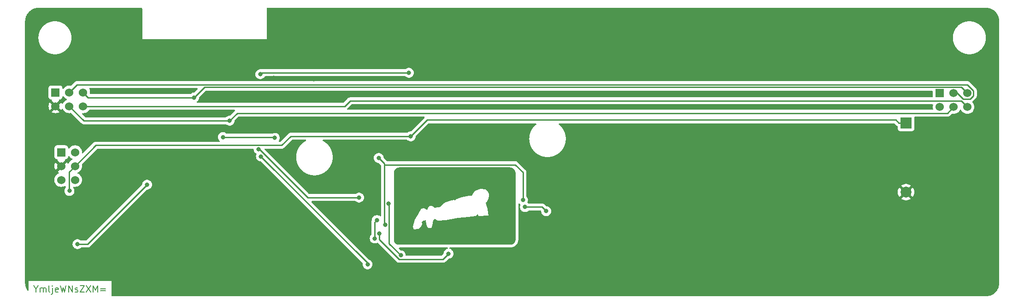
<source format=gtl>
%TF.GenerationSoftware,KiCad,Pcbnew,7.0.1-0*%
%TF.CreationDate,2023-05-09T20:48:55-04:00*%
%TF.ProjectId,WrightFlyer,57726967-6874-4466-9c79-65722e6b6963,v05*%
%TF.SameCoordinates,Original*%
%TF.FileFunction,Copper,L1,Top*%
%TF.FilePolarity,Positive*%
%FSLAX46Y46*%
G04 Gerber Fmt 4.6, Leading zero omitted, Abs format (unit mm)*
G04 Created by KiCad (PCBNEW 7.0.1-0) date 2023-05-09 20:48:55*
%MOMM*%
%LPD*%
G01*
G04 APERTURE LIST*
%ADD10C,0.200000*%
%TA.AperFunction,NonConductor*%
%ADD11C,0.200000*%
%TD*%
%TA.AperFunction,ComponentPad*%
%ADD12R,1.524000X1.524000*%
%TD*%
%TA.AperFunction,ComponentPad*%
%ADD13C,1.524000*%
%TD*%
%TA.AperFunction,ComponentPad*%
%ADD14R,2.000000X2.000000*%
%TD*%
%TA.AperFunction,ComponentPad*%
%ADD15C,2.000000*%
%TD*%
%TA.AperFunction,ViaPad*%
%ADD16C,0.800000*%
%TD*%
%TA.AperFunction,Conductor*%
%ADD17C,0.250000*%
%TD*%
G04 APERTURE END LIST*
D10*
D11*
X65551985Y-114978714D02*
X65551985Y-115550142D01*
X65151985Y-114350142D02*
X65551985Y-114978714D01*
X65551985Y-114978714D02*
X65951985Y-114350142D01*
X66351985Y-115550142D02*
X66351985Y-114750142D01*
X66351985Y-114864428D02*
X66409128Y-114807285D01*
X66409128Y-114807285D02*
X66523413Y-114750142D01*
X66523413Y-114750142D02*
X66694842Y-114750142D01*
X66694842Y-114750142D02*
X66809128Y-114807285D01*
X66809128Y-114807285D02*
X66866271Y-114921571D01*
X66866271Y-114921571D02*
X66866271Y-115550142D01*
X66866271Y-114921571D02*
X66923413Y-114807285D01*
X66923413Y-114807285D02*
X67037699Y-114750142D01*
X67037699Y-114750142D02*
X67209128Y-114750142D01*
X67209128Y-114750142D02*
X67323413Y-114807285D01*
X67323413Y-114807285D02*
X67380556Y-114921571D01*
X67380556Y-114921571D02*
X67380556Y-115550142D01*
X68123413Y-115550142D02*
X68009128Y-115493000D01*
X68009128Y-115493000D02*
X67951985Y-115378714D01*
X67951985Y-115378714D02*
X67951985Y-114350142D01*
X68580556Y-114750142D02*
X68580556Y-115778714D01*
X68580556Y-115778714D02*
X68523413Y-115893000D01*
X68523413Y-115893000D02*
X68409127Y-115950142D01*
X68409127Y-115950142D02*
X68351984Y-115950142D01*
X68580556Y-114350142D02*
X68523413Y-114407285D01*
X68523413Y-114407285D02*
X68580556Y-114464428D01*
X68580556Y-114464428D02*
X68637699Y-114407285D01*
X68637699Y-114407285D02*
X68580556Y-114350142D01*
X68580556Y-114350142D02*
X68580556Y-114464428D01*
X69609128Y-115493000D02*
X69494842Y-115550142D01*
X69494842Y-115550142D02*
X69266271Y-115550142D01*
X69266271Y-115550142D02*
X69151985Y-115493000D01*
X69151985Y-115493000D02*
X69094842Y-115378714D01*
X69094842Y-115378714D02*
X69094842Y-114921571D01*
X69094842Y-114921571D02*
X69151985Y-114807285D01*
X69151985Y-114807285D02*
X69266271Y-114750142D01*
X69266271Y-114750142D02*
X69494842Y-114750142D01*
X69494842Y-114750142D02*
X69609128Y-114807285D01*
X69609128Y-114807285D02*
X69666271Y-114921571D01*
X69666271Y-114921571D02*
X69666271Y-115035857D01*
X69666271Y-115035857D02*
X69094842Y-115150142D01*
X70066270Y-114350142D02*
X70351984Y-115550142D01*
X70351984Y-115550142D02*
X70580556Y-114693000D01*
X70580556Y-114693000D02*
X70809127Y-115550142D01*
X70809127Y-115550142D02*
X71094842Y-114350142D01*
X71551985Y-115550142D02*
X71551985Y-114350142D01*
X71551985Y-114350142D02*
X72237699Y-115550142D01*
X72237699Y-115550142D02*
X72237699Y-114350142D01*
X72751985Y-115493000D02*
X72866271Y-115550142D01*
X72866271Y-115550142D02*
X73094842Y-115550142D01*
X73094842Y-115550142D02*
X73209128Y-115493000D01*
X73209128Y-115493000D02*
X73266271Y-115378714D01*
X73266271Y-115378714D02*
X73266271Y-115321571D01*
X73266271Y-115321571D02*
X73209128Y-115207285D01*
X73209128Y-115207285D02*
X73094842Y-115150142D01*
X73094842Y-115150142D02*
X72923414Y-115150142D01*
X72923414Y-115150142D02*
X72809128Y-115093000D01*
X72809128Y-115093000D02*
X72751985Y-114978714D01*
X72751985Y-114978714D02*
X72751985Y-114921571D01*
X72751985Y-114921571D02*
X72809128Y-114807285D01*
X72809128Y-114807285D02*
X72923414Y-114750142D01*
X72923414Y-114750142D02*
X73094842Y-114750142D01*
X73094842Y-114750142D02*
X73209128Y-114807285D01*
X73666271Y-114350142D02*
X74466271Y-114350142D01*
X74466271Y-114350142D02*
X73666271Y-115550142D01*
X73666271Y-115550142D02*
X74466271Y-115550142D01*
X74809128Y-114350142D02*
X75609128Y-115550142D01*
X75609128Y-114350142D02*
X74809128Y-115550142D01*
X76066271Y-115550142D02*
X76066271Y-114350142D01*
X76066271Y-114350142D02*
X76466271Y-115207285D01*
X76466271Y-115207285D02*
X76866271Y-114350142D01*
X76866271Y-114350142D02*
X76866271Y-115550142D01*
X77437700Y-114921571D02*
X78351986Y-114921571D01*
X78351986Y-115264428D02*
X77437700Y-115264428D01*
%TA.AperFunction,EtchedComponent*%
%TO.C,svg2mod*%
G36*
X132300629Y-106845311D02*
G01*
X132183693Y-106838608D01*
X132070803Y-106818993D01*
X131962698Y-106787205D01*
X131860118Y-106743982D01*
X131763801Y-106690062D01*
X131674486Y-106626186D01*
X131592912Y-106553091D01*
X131519817Y-106471517D01*
X131455940Y-106382202D01*
X131402021Y-106285885D01*
X131358798Y-106183305D01*
X131327009Y-106075200D01*
X131307395Y-105962310D01*
X131300692Y-105845374D01*
X131300692Y-103473424D01*
X134809520Y-103473424D01*
X134994522Y-104027914D01*
X135804808Y-103970036D01*
X136322090Y-103400560D01*
X136330874Y-103381441D01*
X136377318Y-103280834D01*
X136424570Y-103172579D01*
X136465750Y-103054329D01*
X136471952Y-103033657D01*
X136455932Y-102635750D01*
X136581506Y-102522062D01*
X136791828Y-102397004D01*
X137176818Y-102348945D01*
X137176818Y-102500874D01*
X137249166Y-102984048D01*
X137394893Y-103604684D01*
X137680664Y-103722505D01*
X138153504Y-103722505D01*
X138330753Y-103344233D01*
X138426871Y-102817133D01*
X138553480Y-102309673D01*
X138745715Y-102056456D01*
X138966373Y-102167044D01*
X139353429Y-102433177D01*
X140811738Y-102336025D01*
X143081368Y-101868356D01*
X144968591Y-101705057D01*
X146309595Y-101572250D01*
X146533869Y-101375879D01*
X146717839Y-101175891D01*
X146758145Y-101213615D01*
X146871834Y-101583100D01*
X148655705Y-101475097D01*
X148548218Y-100333566D01*
X148295520Y-99407006D01*
X148147724Y-99139321D01*
X148407658Y-98870089D01*
X148720301Y-98319735D01*
X148776109Y-97947146D01*
X148740970Y-97459839D01*
X148562170Y-96961160D01*
X148104316Y-96674873D01*
X147275427Y-96532247D01*
X146941081Y-96653169D01*
X146174718Y-96983899D01*
X145803682Y-97522884D01*
X145631600Y-97804520D01*
X145152042Y-97826742D01*
X144633726Y-97886170D01*
X143756778Y-98113545D01*
X143136145Y-98362108D01*
X142723765Y-98474762D01*
X142635916Y-98642712D01*
X142320691Y-98574500D01*
X141909346Y-98699555D01*
X141326435Y-98857686D01*
X140852563Y-99038552D01*
X140343034Y-99366699D01*
X140092918Y-99599241D01*
X139885180Y-99895866D01*
X139454717Y-99969245D01*
X138827363Y-100045726D01*
X138759151Y-100001802D01*
X138520407Y-99797163D01*
X138237218Y-99670039D01*
X137900290Y-99670039D01*
X137638289Y-99973897D01*
X137499795Y-100345451D01*
X137270354Y-100381625D01*
X137141160Y-100278787D01*
X136817667Y-100102055D01*
X136357229Y-100182669D01*
X135769669Y-101293712D01*
X135105109Y-102243008D01*
X134809520Y-103473424D01*
X131300692Y-103473424D01*
X131300692Y-93623897D01*
X131307395Y-93506960D01*
X131327009Y-93394069D01*
X131358798Y-93285964D01*
X131402021Y-93183384D01*
X131455940Y-93087067D01*
X131519817Y-92997751D01*
X131592912Y-92916177D01*
X131674486Y-92843082D01*
X131763801Y-92779205D01*
X131860118Y-92725286D01*
X131962698Y-92682063D01*
X132070803Y-92650274D01*
X132183693Y-92630660D01*
X132300629Y-92623957D01*
X152658044Y-92623957D01*
X152774981Y-92630660D01*
X152887872Y-92650274D01*
X152995977Y-92682063D01*
X153098557Y-92725286D01*
X153194875Y-92779205D01*
X153284190Y-92843082D01*
X153365764Y-92916177D01*
X153438859Y-92997751D01*
X153502736Y-93087067D01*
X153556655Y-93183384D01*
X153599878Y-93285964D01*
X153631667Y-93394069D01*
X153651282Y-93506960D01*
X153657984Y-93623897D01*
X153657984Y-105845374D01*
X153651282Y-105962310D01*
X153631667Y-106075200D01*
X153599878Y-106183305D01*
X153556655Y-106285885D01*
X153502736Y-106382202D01*
X153438859Y-106471517D01*
X153365764Y-106553091D01*
X153284190Y-106626186D01*
X153194875Y-106690062D01*
X153098557Y-106743982D01*
X152995977Y-106787205D01*
X152887872Y-106818993D01*
X152774981Y-106838608D01*
X152658044Y-106845311D01*
X134994522Y-106845311D01*
X132300629Y-106845311D01*
G37*
%TD.AperFunction*%
%TD*%
D12*
%TO.P,J4,1,Pin_1*%
%TO.N,VDD33*%
X69140000Y-78835500D03*
D13*
%TO.P,J4,2,Pin_2*%
%TO.N,GND*%
X69140000Y-81375500D03*
%TO.P,J4,3,Pin_3*%
%TO.N,SDA*%
X71680000Y-78835500D03*
%TO.P,J4,4,Pin_4*%
%TO.N,SCL*%
X71680000Y-81375500D03*
%TO.P,J4,5,Pin_5*%
%TO.N,GPIO1*%
X74220000Y-78835500D03*
%TO.P,J4,6,Pin_6*%
%TO.N,GPIO2*%
X74220000Y-81375500D03*
%TD*%
D12*
%TO.P,J5,1,Pin_1*%
%TO.N,VDD33*%
X231597800Y-78982900D03*
D13*
%TO.P,J5,2,Pin_2*%
%TO.N,GND*%
X231597800Y-81522900D03*
%TO.P,J5,3,Pin_3*%
%TO.N,SDA*%
X234137800Y-78982900D03*
%TO.P,J5,4,Pin_4*%
%TO.N,SCL*%
X234137800Y-81522900D03*
%TO.P,J5,5,Pin_5*%
%TO.N,GPIO1*%
X236677800Y-78982900D03*
%TO.P,J5,6,Pin_6*%
%TO.N,GPIO2*%
X236677800Y-81522900D03*
%TD*%
D12*
%TO.P,J3,1,Pin_1*%
%TO.N,Programming_TX*%
X70195800Y-89836200D03*
D13*
%TO.P,J3,2,Pin_2*%
%TO.N,Programming_RX*%
X72735800Y-89836200D03*
%TO.P,J3,3,Pin_3*%
%TO.N,GND*%
X70195800Y-92376200D03*
%TO.P,J3,4,Pin_4*%
%TO.N,VBUS*%
X72735800Y-92376200D03*
%TO.P,J3,5,Pin_5*%
%TO.N,EN*%
X70195800Y-94916200D03*
%TO.P,J3,6,Pin_6*%
%TO.N,Boot_Button*%
X72735800Y-94916200D03*
%TD*%
D14*
%TO.P,BT1,1,+*%
%TO.N,VBUS*%
X225403500Y-84458400D03*
D15*
%TO.P,BT1,2,-*%
%TO.N,GND*%
X225403500Y-97158400D03*
%TD*%
D16*
%TO.N,WiFi_On{slash}Off*%
X99917400Y-87043800D03*
X109438000Y-87188300D03*
%TO.N,GND*%
X109220000Y-76200000D03*
X109474000Y-74168000D03*
X70866000Y-73914000D03*
X129540000Y-111506000D03*
X150622000Y-90170000D03*
X84836000Y-73406000D03*
X98298000Y-85852000D03*
X116586000Y-76454000D03*
X137414000Y-110998000D03*
X147574000Y-87122000D03*
%TO.N,Net-(D2-G)*%
X159289700Y-100654900D03*
X155403900Y-99911000D03*
%TO.N,MOTOR_CTRL_MCU*%
X73180900Y-106715100D03*
X85960500Y-95792000D03*
%TO.N,VBUS*%
X134404000Y-86897500D03*
X71701500Y-96943400D03*
%TO.N,VDD33*%
X128522200Y-90884500D03*
X155019600Y-98620500D03*
X129699100Y-103149000D03*
%TO.N,SCL*%
X101131200Y-84040400D03*
%TO.N,LED_B*%
X124905500Y-98163700D03*
X106462400Y-89269200D03*
%TO.N,LED_G*%
X106886400Y-90609100D03*
X126472200Y-110453400D03*
%TO.N,LED_R*%
X106769600Y-75497100D03*
X134065700Y-75221200D03*
%TO.N,GPIO1*%
X94624000Y-79769700D03*
%TO.N,Net-(D3-R)*%
X141348200Y-108484100D03*
X128635400Y-104764600D03*
%TO.N,Net-(D3-G)*%
X127797700Y-105680200D03*
X128192100Y-102304900D03*
%TO.N,Net-(Q4-C)*%
X132567700Y-108783400D03*
X130338800Y-99266800D03*
%TD*%
D17*
%TO.N,WiFi_On{slash}Off*%
X109293500Y-87043800D02*
X109438000Y-87188300D01*
X99917400Y-87043800D02*
X109293500Y-87043800D01*
%TO.N,Net-(D2-G)*%
X158545800Y-99911000D02*
X155403900Y-99911000D01*
X159289700Y-100654900D02*
X158545800Y-99911000D01*
%TO.N,MOTOR_CTRL_MCU*%
X75037400Y-106715100D02*
X85960500Y-95792000D01*
X73180900Y-106715100D02*
X75037400Y-106715100D01*
%TO.N,VBUS*%
X72735800Y-92376200D02*
X76567900Y-88544100D01*
X225403500Y-84458400D02*
X224078400Y-84458400D01*
X71648600Y-93463400D02*
X71648600Y-96890500D01*
X137397800Y-83903700D02*
X223523700Y-83903700D01*
X72735800Y-92376200D02*
X71648600Y-93463400D01*
X112347000Y-86897500D02*
X134404000Y-86897500D01*
X134404000Y-86897500D02*
X137397800Y-83903700D01*
X71648600Y-96890500D02*
X71701500Y-96943400D01*
X76567900Y-88544100D02*
X110700400Y-88544100D01*
X110700400Y-88544100D02*
X112347000Y-86897500D01*
X223523700Y-83903700D02*
X224078400Y-84458400D01*
%TO.N,VDD33*%
X153621500Y-92130800D02*
X129587300Y-92130800D01*
X155019600Y-98620500D02*
X155019600Y-93528900D01*
X129587300Y-103037200D02*
X129699100Y-103149000D01*
X129587300Y-91949600D02*
X129587300Y-92130800D01*
X155019600Y-93528900D02*
X153621500Y-92130800D01*
X128522200Y-90884500D02*
X129587300Y-91949600D01*
X129587300Y-92130800D02*
X129587300Y-103037200D01*
%TO.N,SDA*%
X237133400Y-80074000D02*
X235888700Y-80074000D01*
X237765000Y-78521500D02*
X237765000Y-79442400D01*
X234797600Y-78982900D02*
X234137800Y-78982900D01*
X71680000Y-78835500D02*
X73103000Y-77412500D01*
X237765000Y-79442400D02*
X237133400Y-80074000D01*
X236656000Y-77412500D02*
X237765000Y-78521500D01*
X235888700Y-80074000D02*
X234797600Y-78982900D01*
X73103000Y-77412500D02*
X236656000Y-77412500D01*
%TO.N,SCL*%
X233017900Y-82642800D02*
X102528800Y-82642800D01*
X234137800Y-81522900D02*
X233017900Y-82642800D01*
X74344900Y-84040400D02*
X71680000Y-81375500D01*
X102528800Y-82642800D02*
X101131200Y-84040400D01*
X101131200Y-84040400D02*
X74344900Y-84040400D01*
%TO.N,LED_B*%
X124905500Y-98163700D02*
X115466500Y-98163700D01*
X115466500Y-98163700D02*
X106572000Y-89269200D01*
X106572000Y-89269200D02*
X106462400Y-89269200D01*
%TO.N,LED_G*%
X126472200Y-110194900D02*
X126472200Y-110453400D01*
X106886400Y-90609100D02*
X126472200Y-110194900D01*
%TO.N,LED_R*%
X134065700Y-75221200D02*
X107045500Y-75221200D01*
X107045500Y-75221200D02*
X106769600Y-75497100D01*
%TO.N,GPIO1*%
X236677800Y-78982900D02*
X235590600Y-77895700D01*
X75154200Y-79769700D02*
X74220000Y-78835500D01*
X96498000Y-77895700D02*
X94624000Y-79769700D01*
X235590600Y-77895700D02*
X96498000Y-77895700D01*
X94624000Y-79769700D02*
X75154200Y-79769700D01*
%TO.N,GPIO2*%
X123263600Y-80393200D02*
X235548100Y-80393200D01*
X74220000Y-81375500D02*
X122281300Y-81375500D01*
X235548100Y-80393200D02*
X236677800Y-81522900D01*
X122281300Y-81375500D02*
X123263600Y-80393200D01*
%TO.N,Net-(D3-R)*%
X128635400Y-105880100D02*
X132263900Y-109508600D01*
X128635400Y-104764600D02*
X128635400Y-105880100D01*
X132263900Y-109508600D02*
X140323700Y-109508600D01*
X140323700Y-109508600D02*
X141348200Y-108484100D01*
%TO.N,Net-(D3-G)*%
X127797700Y-105680200D02*
X127797700Y-102699300D01*
X127797700Y-102699300D02*
X128192100Y-102304900D01*
%TO.N,Net-(Q4-C)*%
X130424200Y-99352200D02*
X130338800Y-99266800D01*
X132567700Y-108783400D02*
X130424200Y-106639900D01*
X130424200Y-106639900D02*
X130424200Y-99352200D01*
%TD*%
%TA.AperFunction,Conductor*%
%TO.N,GND*%
G36*
X102023628Y-82022515D02*
G01*
X102067651Y-82060115D01*
X102089806Y-82113602D01*
X102085264Y-82171318D01*
X102055014Y-82220681D01*
X101180114Y-83095581D01*
X101139886Y-83122461D01*
X101092433Y-83131900D01*
X101035711Y-83131900D01*
X100848914Y-83171604D01*
X100674448Y-83249281D01*
X100519946Y-83361534D01*
X100516042Y-83365871D01*
X100474327Y-83396179D01*
X100423891Y-83406900D01*
X74658666Y-83406900D01*
X74611213Y-83397461D01*
X74570985Y-83370581D01*
X74056806Y-82856401D01*
X74025905Y-82804974D01*
X74022765Y-82745059D01*
X74048121Y-82690684D01*
X74096037Y-82654577D01*
X74155294Y-82645192D01*
X74220000Y-82650853D01*
X74220000Y-82650852D01*
X74220001Y-82650853D01*
X74284707Y-82645192D01*
X74441463Y-82631478D01*
X74656196Y-82573940D01*
X74857677Y-82479988D01*
X75039781Y-82352477D01*
X75196977Y-82195281D01*
X75290389Y-82061874D01*
X75334706Y-82023011D01*
X75391963Y-82009000D01*
X101967333Y-82009000D01*
X102023628Y-82022515D01*
G37*
%TD.AperFunction*%
%TA.AperFunction,Conductor*%
G36*
X95208728Y-78059515D02*
G01*
X95252751Y-78097115D01*
X95274906Y-78150602D01*
X95270364Y-78208318D01*
X95240114Y-78257681D01*
X94672914Y-78824881D01*
X94632686Y-78851761D01*
X94585233Y-78861200D01*
X94528511Y-78861200D01*
X94341714Y-78900904D01*
X94167248Y-78978581D01*
X94012746Y-79090834D01*
X94008842Y-79095171D01*
X93967127Y-79125479D01*
X93916691Y-79136200D01*
X75604368Y-79136200D01*
X75539271Y-79117738D01*
X75493558Y-79067851D01*
X75480840Y-79001393D01*
X75495353Y-78835499D01*
X75479404Y-78653200D01*
X75475978Y-78614037D01*
X75418440Y-78399304D01*
X75335949Y-78222403D01*
X75324597Y-78161890D01*
X75343751Y-78103375D01*
X75388689Y-78061286D01*
X75448332Y-78046000D01*
X95152433Y-78046000D01*
X95208728Y-78059515D01*
G37*
%TD.AperFunction*%
%TA.AperFunction,Conductor*%
G36*
X85004392Y-63323431D02*
G01*
X85049710Y-63368214D01*
X85066809Y-63429589D01*
X85133979Y-69078210D01*
X85133979Y-69078211D01*
X85133980Y-69078211D01*
X107993980Y-69078211D01*
X107990909Y-68819976D01*
X234007218Y-68819976D01*
X234007996Y-68827871D01*
X234008033Y-68830838D01*
X234007449Y-68838770D01*
X234008416Y-68865020D01*
X234008491Y-68868051D01*
X234008815Y-68894373D01*
X234009786Y-68902240D01*
X234009895Y-68905187D01*
X234009505Y-68913145D01*
X234011117Y-68939382D01*
X234011266Y-68942417D01*
X234012233Y-68968669D01*
X234013401Y-68976549D01*
X234013583Y-68979518D01*
X234013389Y-68987454D01*
X234015644Y-69013649D01*
X234015867Y-69016676D01*
X234017477Y-69042880D01*
X234018833Y-69050699D01*
X234019088Y-69053659D01*
X234019089Y-69061614D01*
X234021983Y-69087704D01*
X234022282Y-69090734D01*
X234024537Y-69116925D01*
X234026087Y-69124719D01*
X234026415Y-69127669D01*
X234026610Y-69135620D01*
X234030149Y-69161683D01*
X234030520Y-69164692D01*
X234033417Y-69190811D01*
X234035159Y-69198567D01*
X234035557Y-69201498D01*
X234035948Y-69209441D01*
X234040124Y-69235398D01*
X234040569Y-69238400D01*
X234044106Y-69264439D01*
X234046040Y-69272159D01*
X234046509Y-69275077D01*
X234047093Y-69282997D01*
X234051902Y-69308829D01*
X234052421Y-69311818D01*
X234056596Y-69337765D01*
X234058714Y-69345416D01*
X234059255Y-69348321D01*
X234060034Y-69356233D01*
X234065483Y-69381975D01*
X234066075Y-69384953D01*
X234070879Y-69410757D01*
X234073186Y-69418364D01*
X234073800Y-69421264D01*
X234074773Y-69429149D01*
X234080836Y-69454679D01*
X234081502Y-69457645D01*
X234086950Y-69483380D01*
X234089441Y-69490917D01*
X234090123Y-69493785D01*
X234091292Y-69501660D01*
X234092791Y-69507350D01*
X234092792Y-69507352D01*
X234097221Y-69524158D01*
X234097993Y-69527084D01*
X234098731Y-69530034D01*
X234104811Y-69555638D01*
X234107495Y-69563139D01*
X234108229Y-69565923D01*
X234108249Y-69565999D01*
X234109607Y-69573828D01*
X234116914Y-69599026D01*
X234117724Y-69601951D01*
X234124426Y-69627375D01*
X234127286Y-69634792D01*
X234128113Y-69637644D01*
X234129665Y-69645443D01*
X234137597Y-69670481D01*
X234138478Y-69673387D01*
X234145802Y-69698640D01*
X234148844Y-69705983D01*
X234149735Y-69708795D01*
X234151479Y-69716559D01*
X234160041Y-69741448D01*
X234160993Y-69744331D01*
X234168911Y-69769324D01*
X234172124Y-69776571D01*
X234173091Y-69779383D01*
X234175030Y-69787117D01*
X234184178Y-69811723D01*
X234185204Y-69814592D01*
X234193756Y-69839453D01*
X234197158Y-69846645D01*
X234198193Y-69849429D01*
X234200314Y-69857088D01*
X234202486Y-69862521D01*
X234202487Y-69862523D01*
X234202489Y-69862527D01*
X234210067Y-69881478D01*
X234211160Y-69884312D01*
X234220326Y-69908970D01*
X234223897Y-69916063D01*
X234224994Y-69918806D01*
X234227300Y-69926405D01*
X234237640Y-69950531D01*
X234238800Y-69953332D01*
X234248578Y-69977780D01*
X234252335Y-69984811D01*
X234253494Y-69987516D01*
X234255987Y-69995062D01*
X234258421Y-70000376D01*
X234258422Y-70000379D01*
X234266923Y-70018941D01*
X234266933Y-70018962D01*
X234268162Y-70021736D01*
X234278507Y-70045867D01*
X234282427Y-70052788D01*
X234283661Y-70055482D01*
X234286339Y-70062967D01*
X234297850Y-70086550D01*
X234299151Y-70089301D01*
X234310116Y-70113239D01*
X234314210Y-70120070D01*
X234315500Y-70122714D01*
X234318357Y-70130121D01*
X234330450Y-70153431D01*
X234331814Y-70156139D01*
X234343354Y-70179781D01*
X234347603Y-70186492D01*
X234348967Y-70189121D01*
X234352012Y-70196471D01*
X234364682Y-70219490D01*
X234366116Y-70222173D01*
X234378225Y-70245511D01*
X234382643Y-70252124D01*
X234384074Y-70254725D01*
X234387292Y-70261982D01*
X234400492Y-70284632D01*
X234401988Y-70287273D01*
X234414684Y-70310337D01*
X234419262Y-70316837D01*
X234420750Y-70319390D01*
X234424156Y-70326591D01*
X234437949Y-70348976D01*
X234439510Y-70351581D01*
X234452733Y-70374269D01*
X234457471Y-70380657D01*
X234459026Y-70383181D01*
X234462592Y-70390265D01*
X234465786Y-70395175D01*
X234465787Y-70395177D01*
X234476920Y-70412291D01*
X234478541Y-70414850D01*
X234492337Y-70437240D01*
X234497218Y-70443493D01*
X234498832Y-70445973D01*
X234502587Y-70452995D01*
X234517452Y-70474664D01*
X234519139Y-70477189D01*
X234533476Y-70499226D01*
X234538539Y-70505398D01*
X234540206Y-70507829D01*
X234544122Y-70514742D01*
X234559492Y-70536006D01*
X234561242Y-70538490D01*
X234576118Y-70560172D01*
X234581307Y-70566187D01*
X234583048Y-70568595D01*
X234587135Y-70575413D01*
X234603034Y-70596310D01*
X234604842Y-70598748D01*
X234620245Y-70620057D01*
X234625570Y-70625930D01*
X234627356Y-70628278D01*
X234631624Y-70635016D01*
X234648073Y-70655568D01*
X234649925Y-70657941D01*
X234651929Y-70660575D01*
X234665854Y-70678876D01*
X234671340Y-70684639D01*
X234673174Y-70686931D01*
X234677593Y-70693543D01*
X234694501Y-70713638D01*
X234696428Y-70715985D01*
X234704763Y-70726398D01*
X234709195Y-70731936D01*
X234712852Y-70736504D01*
X234718465Y-70742117D01*
X234720359Y-70744367D01*
X234724948Y-70750882D01*
X234742355Y-70770568D01*
X234744335Y-70772862D01*
X234757501Y-70788509D01*
X234757502Y-70788510D01*
X234761279Y-70792998D01*
X234767023Y-70798466D01*
X234768988Y-70800688D01*
X234773722Y-70807070D01*
X234777708Y-70811361D01*
X234777710Y-70811364D01*
X234791655Y-70826376D01*
X234793638Y-70828565D01*
X234811063Y-70848271D01*
X234816957Y-70853612D01*
X234817142Y-70853811D01*
X234818959Y-70855767D01*
X234823849Y-70862033D01*
X234842203Y-70880844D01*
X234844299Y-70883046D01*
X234862192Y-70902308D01*
X234868209Y-70907497D01*
X234870272Y-70909611D01*
X234875319Y-70915759D01*
X234879506Y-70919844D01*
X234879507Y-70919846D01*
X234882295Y-70922566D01*
X234894110Y-70934095D01*
X234896206Y-70936190D01*
X234910537Y-70950877D01*
X234910540Y-70950879D01*
X234914645Y-70955086D01*
X234920786Y-70960125D01*
X234922895Y-70962183D01*
X234928093Y-70968207D01*
X234932371Y-70972181D01*
X234932374Y-70972185D01*
X234947375Y-70986120D01*
X234949532Y-70988174D01*
X234968352Y-71006537D01*
X234974625Y-71011435D01*
X234976397Y-71013080D01*
X234976796Y-71013451D01*
X234982120Y-71019325D01*
X234986502Y-71023200D01*
X234986506Y-71023205D01*
X235001836Y-71036760D01*
X235004021Y-71038741D01*
X235010261Y-71044538D01*
X235023311Y-71056660D01*
X235029686Y-71061387D01*
X235031905Y-71063349D01*
X235037396Y-71069116D01*
X235057517Y-71086046D01*
X235059790Y-71088006D01*
X235075105Y-71101549D01*
X235079492Y-71105428D01*
X235085994Y-71110006D01*
X235088256Y-71111910D01*
X235093878Y-71117532D01*
X235114414Y-71133968D01*
X235116764Y-71135897D01*
X235136871Y-71152815D01*
X235143485Y-71157234D01*
X235145417Y-71158780D01*
X235145781Y-71159072D01*
X235151534Y-71164550D01*
X235172416Y-71180438D01*
X235174813Y-71182309D01*
X235195362Y-71198754D01*
X235202087Y-71203013D01*
X235204425Y-71204792D01*
X235210319Y-71210134D01*
X235231592Y-71225510D01*
X235234038Y-71227324D01*
X235234066Y-71227345D01*
X235250312Y-71239706D01*
X235250314Y-71239707D01*
X235254971Y-71243250D01*
X235261797Y-71247342D01*
X235264170Y-71249057D01*
X235270204Y-71254262D01*
X235291904Y-71269149D01*
X235294344Y-71270867D01*
X235310917Y-71282846D01*
X235310918Y-71282846D01*
X235315671Y-71286282D01*
X235322583Y-71290198D01*
X235325020Y-71291870D01*
X235331163Y-71296911D01*
X235336073Y-71300105D01*
X235336074Y-71300106D01*
X235353211Y-71311254D01*
X235355725Y-71312935D01*
X235377389Y-71327798D01*
X235384408Y-71331550D01*
X235386872Y-71333153D01*
X235393139Y-71338044D01*
X235398129Y-71341118D01*
X235398133Y-71341122D01*
X235415608Y-71351889D01*
X235418037Y-71353427D01*
X235435210Y-71364600D01*
X235435212Y-71364601D01*
X235440125Y-71367797D01*
X235447196Y-71371355D01*
X235449708Y-71372902D01*
X235456106Y-71377646D01*
X235478805Y-71390875D01*
X235481350Y-71392399D01*
X235498821Y-71403165D01*
X235498822Y-71403165D01*
X235503818Y-71406244D01*
X235511019Y-71409650D01*
X235513556Y-71411129D01*
X235520054Y-71415705D01*
X235525177Y-71418524D01*
X235525180Y-71418527D01*
X235543084Y-71428381D01*
X235545708Y-71429868D01*
X235568413Y-71443100D01*
X235575679Y-71446321D01*
X235578273Y-71447748D01*
X235584875Y-71452160D01*
X235590084Y-71454862D01*
X235590086Y-71454864D01*
X235608253Y-71464290D01*
X235610782Y-71465641D01*
X235628793Y-71475554D01*
X235628797Y-71475555D01*
X235633951Y-71478392D01*
X235641286Y-71481429D01*
X235643888Y-71482779D01*
X235650606Y-71487034D01*
X235655867Y-71489601D01*
X235655869Y-71489603D01*
X235674269Y-71498583D01*
X235676879Y-71499896D01*
X235695065Y-71509333D01*
X235695067Y-71509333D01*
X235700293Y-71512045D01*
X235707718Y-71514909D01*
X235710364Y-71516201D01*
X235717178Y-71520285D01*
X235740996Y-71531193D01*
X235743718Y-71532479D01*
X235762155Y-71541478D01*
X235762161Y-71541479D01*
X235767424Y-71544048D01*
X235774895Y-71546720D01*
X235774939Y-71546740D01*
X235777551Y-71547936D01*
X235784480Y-71551861D01*
X235789885Y-71554178D01*
X235789888Y-71554180D01*
X235808707Y-71562247D01*
X235811411Y-71563446D01*
X235830011Y-71571965D01*
X235830013Y-71571965D01*
X235835348Y-71574409D01*
X235842880Y-71576896D01*
X235845582Y-71578054D01*
X235852605Y-71581808D01*
X235876979Y-71591555D01*
X235879792Y-71592720D01*
X235903964Y-71603082D01*
X235911572Y-71605389D01*
X235914304Y-71606481D01*
X235921417Y-71610061D01*
X235933341Y-71614492D01*
X235946054Y-71619217D01*
X235948869Y-71620303D01*
X235967865Y-71627900D01*
X235967866Y-71627900D01*
X235973322Y-71630082D01*
X235980991Y-71632204D01*
X235983747Y-71633229D01*
X235990915Y-71636621D01*
X235996454Y-71638526D01*
X235996457Y-71638528D01*
X236015791Y-71645179D01*
X236018595Y-71646182D01*
X236037777Y-71653313D01*
X236037778Y-71653313D01*
X236043266Y-71655353D01*
X236050968Y-71657281D01*
X236053749Y-71658237D01*
X236061031Y-71661464D01*
X236066619Y-71663234D01*
X236066624Y-71663237D01*
X236086128Y-71669415D01*
X236088964Y-71670352D01*
X236108292Y-71677002D01*
X236108293Y-71677002D01*
X236113844Y-71678912D01*
X236121585Y-71680649D01*
X236124386Y-71681536D01*
X236131741Y-71684582D01*
X236137372Y-71686214D01*
X236137375Y-71686216D01*
X236157069Y-71691926D01*
X236159821Y-71692761D01*
X236179370Y-71698955D01*
X236179376Y-71698955D01*
X236184958Y-71700724D01*
X236192749Y-71702274D01*
X236195575Y-71703093D01*
X236203007Y-71705959D01*
X236208670Y-71707451D01*
X236208671Y-71707452D01*
X236228424Y-71712658D01*
X236231334Y-71713463D01*
X236250965Y-71719156D01*
X236250967Y-71719156D01*
X236256598Y-71720789D01*
X236264424Y-71722147D01*
X236267270Y-71722897D01*
X236274758Y-71725576D01*
X236300349Y-71731654D01*
X236303303Y-71732394D01*
X236328711Y-71739091D01*
X236336596Y-71740261D01*
X236339444Y-71740938D01*
X236346971Y-71743426D01*
X236352710Y-71744641D01*
X236352713Y-71744642D01*
X236372703Y-71748873D01*
X236375663Y-71749539D01*
X236401247Y-71755616D01*
X236409138Y-71756587D01*
X236412003Y-71757193D01*
X236419616Y-71759505D01*
X236425377Y-71760577D01*
X236425379Y-71760578D01*
X236445537Y-71764330D01*
X236448369Y-71764893D01*
X236468416Y-71769138D01*
X236468421Y-71769138D01*
X236474174Y-71770356D01*
X236482085Y-71771134D01*
X236484982Y-71771674D01*
X236492624Y-71773790D01*
X236498405Y-71774720D01*
X236498410Y-71774722D01*
X236518638Y-71777976D01*
X236521541Y-71778481D01*
X236541650Y-71782225D01*
X236541650Y-71782224D01*
X236547429Y-71783301D01*
X236555371Y-71783886D01*
X236558280Y-71784355D01*
X236565987Y-71786286D01*
X236571767Y-71787070D01*
X236571771Y-71787072D01*
X236592041Y-71789823D01*
X236594998Y-71790262D01*
X236615176Y-71793510D01*
X236615176Y-71793509D01*
X236620936Y-71794437D01*
X236628866Y-71794825D01*
X236631802Y-71795224D01*
X236639561Y-71796966D01*
X236645403Y-71797613D01*
X236645407Y-71797615D01*
X236665705Y-71799865D01*
X236668717Y-71800237D01*
X236675571Y-71801167D01*
X236688964Y-71802987D01*
X236688966Y-71802986D01*
X236694785Y-71803777D01*
X236702726Y-71803970D01*
X236705624Y-71804292D01*
X236713432Y-71805846D01*
X236719279Y-71806349D01*
X236719281Y-71806350D01*
X236739682Y-71808106D01*
X236742628Y-71808396D01*
X236762954Y-71810651D01*
X236762956Y-71810650D01*
X236768801Y-71811299D01*
X236776750Y-71811298D01*
X236779664Y-71811548D01*
X236787493Y-71812909D01*
X236793346Y-71813268D01*
X236793349Y-71813269D01*
X236813787Y-71814523D01*
X236816741Y-71814741D01*
X236837113Y-71816497D01*
X236837116Y-71816496D01*
X236842972Y-71817001D01*
X236850924Y-71816805D01*
X236853843Y-71816984D01*
X236861704Y-71818152D01*
X236867562Y-71818367D01*
X236867564Y-71818368D01*
X236888005Y-71819120D01*
X236890958Y-71819265D01*
X236911396Y-71820521D01*
X236911400Y-71820520D01*
X236917241Y-71820879D01*
X236925165Y-71820489D01*
X236928098Y-71820597D01*
X236935997Y-71821571D01*
X236941878Y-71821643D01*
X236941882Y-71821644D01*
X236962339Y-71821894D01*
X236965310Y-71821967D01*
X236985752Y-71822721D01*
X236985753Y-71822720D01*
X236991597Y-71822936D01*
X236999509Y-71822351D01*
X237000865Y-71822367D01*
X237002443Y-71822386D01*
X237010365Y-71823167D01*
X237016254Y-71823094D01*
X237016257Y-71823095D01*
X237036736Y-71822843D01*
X237039662Y-71822843D01*
X237060141Y-71823095D01*
X237060147Y-71823093D01*
X237066036Y-71823166D01*
X237073958Y-71822386D01*
X237075397Y-71822368D01*
X237076890Y-71822351D01*
X237084803Y-71822936D01*
X237090645Y-71822720D01*
X237090647Y-71822721D01*
X237111090Y-71821967D01*
X237114057Y-71821894D01*
X237134517Y-71821644D01*
X237134520Y-71821643D01*
X237140403Y-71821571D01*
X237148299Y-71820597D01*
X237151231Y-71820489D01*
X237159159Y-71820879D01*
X237164998Y-71820520D01*
X237165003Y-71820521D01*
X237185438Y-71819265D01*
X237188395Y-71819120D01*
X237208835Y-71818368D01*
X237208836Y-71818367D01*
X237214717Y-71818151D01*
X237222586Y-71816982D01*
X237225506Y-71816803D01*
X237233445Y-71816999D01*
X237239280Y-71816496D01*
X237239286Y-71816497D01*
X237259670Y-71814740D01*
X237262607Y-71814524D01*
X237283049Y-71813269D01*
X237283050Y-71813268D01*
X237288891Y-71812910D01*
X237296718Y-71811550D01*
X237299640Y-71811299D01*
X237307593Y-71811300D01*
X237313444Y-71810650D01*
X237313445Y-71810651D01*
X237333746Y-71808399D01*
X237336746Y-71808104D01*
X237362973Y-71805846D01*
X237370784Y-71804291D01*
X237373690Y-71803968D01*
X237381622Y-71803776D01*
X237387432Y-71802986D01*
X237387435Y-71802987D01*
X237407701Y-71800234D01*
X237410706Y-71799864D01*
X237410724Y-71799862D01*
X237430992Y-71797615D01*
X237430993Y-71797614D01*
X237436842Y-71796966D01*
X237444604Y-71795223D01*
X237447531Y-71794825D01*
X237455467Y-71794437D01*
X237481357Y-71790270D01*
X237484325Y-71789828D01*
X237504629Y-71787072D01*
X237504636Y-71787069D01*
X237510471Y-71786277D01*
X237518200Y-71784341D01*
X237518756Y-71784251D01*
X237521078Y-71783879D01*
X237529000Y-71783295D01*
X237534746Y-71782224D01*
X237534749Y-71782225D01*
X237554850Y-71778482D01*
X237557791Y-71777971D01*
X237577989Y-71774722D01*
X237577990Y-71774721D01*
X237583792Y-71773788D01*
X237591441Y-71771669D01*
X237594339Y-71771129D01*
X237602244Y-71770352D01*
X237607977Y-71769138D01*
X237607983Y-71769138D01*
X237627944Y-71764911D01*
X237630900Y-71764323D01*
X237651020Y-71760578D01*
X237651022Y-71760576D01*
X237656791Y-71759503D01*
X237664409Y-71757191D01*
X237667267Y-71756586D01*
X237675152Y-71755615D01*
X237680865Y-71754258D01*
X237680866Y-71754258D01*
X237700729Y-71749540D01*
X237703642Y-71748885D01*
X237723686Y-71744643D01*
X237723686Y-71744642D01*
X237729430Y-71743427D01*
X237736981Y-71740930D01*
X237739824Y-71740255D01*
X237747696Y-71739088D01*
X237753363Y-71737594D01*
X237753366Y-71737594D01*
X237773192Y-71732367D01*
X237775971Y-71731671D01*
X237795935Y-71726931D01*
X237795942Y-71726927D01*
X237801655Y-71725571D01*
X237809126Y-71722896D01*
X237811969Y-71722147D01*
X237819806Y-71720788D01*
X237825432Y-71719156D01*
X237825434Y-71719156D01*
X237845018Y-71713475D01*
X237847915Y-71712672D01*
X237867728Y-71707452D01*
X237867731Y-71707450D01*
X237873421Y-71705951D01*
X237880843Y-71703087D01*
X237883648Y-71702274D01*
X237891440Y-71700725D01*
X237897023Y-71698955D01*
X237897029Y-71698955D01*
X237916609Y-71692750D01*
X237919342Y-71691922D01*
X237939023Y-71686216D01*
X237939027Y-71686213D01*
X237944665Y-71684579D01*
X237952010Y-71681536D01*
X237954798Y-71680652D01*
X237962561Y-71678910D01*
X237987436Y-71670352D01*
X237990305Y-71669403D01*
X238009775Y-71663237D01*
X238009777Y-71663235D01*
X238015355Y-71661469D01*
X238022629Y-71658244D01*
X238025405Y-71657289D01*
X238033115Y-71655359D01*
X238038616Y-71653313D01*
X238038621Y-71653313D01*
X238057843Y-71646167D01*
X238060576Y-71645189D01*
X238079942Y-71638528D01*
X238079943Y-71638527D01*
X238085488Y-71636620D01*
X238092669Y-71633222D01*
X238095425Y-71632198D01*
X238103078Y-71630081D01*
X238108529Y-71627900D01*
X238108534Y-71627900D01*
X238127523Y-71620306D01*
X238130219Y-71619265D01*
X238149479Y-71612107D01*
X238149485Y-71612103D01*
X238154985Y-71610059D01*
X238162080Y-71606486D01*
X238164798Y-71605399D01*
X238172420Y-71603087D01*
X238177803Y-71600779D01*
X238177809Y-71600778D01*
X238196630Y-71592708D01*
X238199355Y-71591580D01*
X238218348Y-71583986D01*
X238218350Y-71583984D01*
X238223813Y-71581800D01*
X238230832Y-71578047D01*
X238233518Y-71576896D01*
X238241057Y-71574406D01*
X238246384Y-71571965D01*
X238246388Y-71571965D01*
X238265028Y-71563426D01*
X238267662Y-71562258D01*
X238286510Y-71554180D01*
X238286513Y-71554177D01*
X238291909Y-71551865D01*
X238298824Y-71547946D01*
X238301495Y-71546723D01*
X238308970Y-71544050D01*
X238314237Y-71541478D01*
X238314245Y-71541477D01*
X238332665Y-71532486D01*
X238335256Y-71531260D01*
X238353915Y-71522715D01*
X238353919Y-71522711D01*
X238359259Y-71520266D01*
X238366074Y-71516179D01*
X238368715Y-71514891D01*
X238376131Y-71512031D01*
X238381326Y-71509335D01*
X238381334Y-71509333D01*
X238399526Y-71499892D01*
X238402127Y-71498583D01*
X238420530Y-71489603D01*
X238420534Y-71489599D01*
X238425806Y-71487027D01*
X238432524Y-71482772D01*
X238435124Y-71481422D01*
X238442461Y-71478384D01*
X238447602Y-71475554D01*
X238447607Y-71475553D01*
X238465539Y-71465683D01*
X238468134Y-71464295D01*
X238486313Y-71454864D01*
X238486316Y-71454861D01*
X238491519Y-71452162D01*
X238498118Y-71447752D01*
X238500706Y-71446327D01*
X238507970Y-71443109D01*
X238513035Y-71440156D01*
X238513037Y-71440156D01*
X238530742Y-71429836D01*
X238533231Y-71428426D01*
X238551219Y-71418527D01*
X238551223Y-71418523D01*
X238556359Y-71415697D01*
X238562861Y-71411116D01*
X238565397Y-71409639D01*
X238572589Y-71406238D01*
X238577572Y-71403166D01*
X238577578Y-71403165D01*
X238595052Y-71392396D01*
X238597549Y-71390900D01*
X238615217Y-71380604D01*
X238615220Y-71380601D01*
X238620286Y-71377649D01*
X238626659Y-71372921D01*
X238627001Y-71372709D01*
X238629154Y-71371383D01*
X238636257Y-71367808D01*
X238641185Y-71364601D01*
X238641189Y-71364600D01*
X238658334Y-71353444D01*
X238660793Y-71351887D01*
X238678266Y-71341122D01*
X238678269Y-71341118D01*
X238683268Y-71338039D01*
X238689531Y-71333150D01*
X238691996Y-71331546D01*
X238699008Y-71327799D01*
X238703835Y-71324487D01*
X238703838Y-71324486D01*
X238720681Y-71312929D01*
X238723141Y-71311285D01*
X238740325Y-71300107D01*
X238740329Y-71300102D01*
X238745245Y-71296905D01*
X238751401Y-71291853D01*
X238753810Y-71290200D01*
X238760733Y-71286279D01*
X238765479Y-71282848D01*
X238765482Y-71282847D01*
X238782055Y-71270866D01*
X238784554Y-71269107D01*
X238801361Y-71257577D01*
X238801363Y-71257574D01*
X238806190Y-71254263D01*
X238812200Y-71249077D01*
X238814596Y-71247345D01*
X238821413Y-71243261D01*
X238826081Y-71239708D01*
X238826087Y-71239706D01*
X238842403Y-71227290D01*
X238844736Y-71225560D01*
X238861333Y-71213565D01*
X238861337Y-71213559D01*
X238866101Y-71210117D01*
X238871993Y-71204776D01*
X238874332Y-71202996D01*
X238881039Y-71198751D01*
X238885605Y-71195095D01*
X238885611Y-71195093D01*
X238901622Y-71182277D01*
X238903850Y-71180537D01*
X238920209Y-71168092D01*
X238920214Y-71168085D01*
X238924895Y-71164525D01*
X238930650Y-71159044D01*
X238932932Y-71157218D01*
X238939533Y-71152810D01*
X238944020Y-71149033D01*
X238944024Y-71149032D01*
X238959707Y-71135835D01*
X238961931Y-71134009D01*
X238977948Y-71121192D01*
X238977952Y-71121187D01*
X238982538Y-71117517D01*
X238988160Y-71111895D01*
X238990397Y-71110013D01*
X238996897Y-71105436D01*
X239001289Y-71101551D01*
X239001294Y-71101549D01*
X239016684Y-71087939D01*
X239018816Y-71086100D01*
X239034520Y-71072888D01*
X239034524Y-71072882D01*
X239039006Y-71069112D01*
X239044484Y-71063357D01*
X239046692Y-71061405D01*
X239053075Y-71056671D01*
X239057370Y-71052680D01*
X239057375Y-71052678D01*
X239072365Y-71038752D01*
X239074551Y-71036770D01*
X239089893Y-71023205D01*
X239089896Y-71023200D01*
X239094294Y-71019312D01*
X239099617Y-71013436D01*
X239101781Y-71011426D01*
X239108048Y-71006536D01*
X239112241Y-71002444D01*
X239112243Y-71002443D01*
X239126855Y-70988183D01*
X239129019Y-70986123D01*
X239144025Y-70972185D01*
X239144027Y-70972181D01*
X239148317Y-70968197D01*
X239153516Y-70962169D01*
X239155622Y-70960114D01*
X239161763Y-70955076D01*
X239165857Y-70950879D01*
X239165861Y-70950877D01*
X239180139Y-70936242D01*
X239182256Y-70934126D01*
X239196892Y-70919846D01*
X239196893Y-70919843D01*
X239201088Y-70915751D01*
X239206126Y-70909610D01*
X239208167Y-70907518D01*
X239214198Y-70902317D01*
X239226736Y-70888819D01*
X239232135Y-70883006D01*
X239234218Y-70880820D01*
X239248457Y-70866228D01*
X239248459Y-70866224D01*
X239252564Y-70862018D01*
X239257452Y-70855753D01*
X239259446Y-70853605D01*
X239265332Y-70848274D01*
X239269216Y-70843880D01*
X239269220Y-70843878D01*
X239282809Y-70828507D01*
X239284736Y-70826382D01*
X239298689Y-70811364D01*
X239298692Y-70811358D01*
X239302683Y-70807063D01*
X239307422Y-70800674D01*
X239309365Y-70798477D01*
X239315117Y-70793002D01*
X239318896Y-70788510D01*
X239318898Y-70788509D01*
X239332075Y-70772848D01*
X239334022Y-70770591D01*
X239347562Y-70755279D01*
X239347564Y-70755274D01*
X239351454Y-70750876D01*
X239356032Y-70744376D01*
X239357918Y-70742135D01*
X239363533Y-70736521D01*
X239367197Y-70731941D01*
X239367202Y-70731938D01*
X239380022Y-70715918D01*
X239381841Y-70713702D01*
X239395043Y-70698014D01*
X239395045Y-70698009D01*
X239398820Y-70693524D01*
X239403234Y-70686916D01*
X239405075Y-70684615D01*
X239410558Y-70678859D01*
X239426502Y-70657903D01*
X239428300Y-70655596D01*
X239441104Y-70639601D01*
X239441107Y-70639594D01*
X239444776Y-70635011D01*
X239449023Y-70628301D01*
X239450808Y-70625955D01*
X239456138Y-70620077D01*
X239459571Y-70615325D01*
X239459577Y-70615321D01*
X239471590Y-70598698D01*
X239473285Y-70596413D01*
X239485719Y-70580073D01*
X239485721Y-70580068D01*
X239489275Y-70575398D01*
X239493367Y-70568569D01*
X239495085Y-70566193D01*
X239500274Y-70560181D01*
X239503586Y-70555352D01*
X239503590Y-70555349D01*
X239515195Y-70538432D01*
X239516855Y-70536074D01*
X239528858Y-70519470D01*
X239528860Y-70519464D01*
X239532294Y-70514715D01*
X239536204Y-70507810D01*
X239537871Y-70505379D01*
X239542913Y-70499237D01*
X239546112Y-70494318D01*
X239546118Y-70494313D01*
X239557278Y-70477156D01*
X239558909Y-70474716D01*
X239570498Y-70457826D01*
X239570499Y-70457823D01*
X239573803Y-70453008D01*
X239577547Y-70446001D01*
X239579145Y-70443543D01*
X239584045Y-70437266D01*
X239587131Y-70432257D01*
X239587134Y-70432254D01*
X239597901Y-70414778D01*
X239599495Y-70412263D01*
X239610612Y-70395177D01*
X239610613Y-70395173D01*
X239613815Y-70390253D01*
X239617386Y-70383158D01*
X239618924Y-70380662D01*
X239623657Y-70374282D01*
X239626616Y-70369205D01*
X239636912Y-70351537D01*
X239638408Y-70349040D01*
X239649177Y-70331566D01*
X239649178Y-70331562D01*
X239652251Y-70326576D01*
X239655653Y-70319382D01*
X239657133Y-70316843D01*
X239661703Y-70310355D01*
X239664532Y-70305214D01*
X239664537Y-70305209D01*
X239674413Y-70287264D01*
X239675871Y-70284690D01*
X239686168Y-70267025D01*
X239686169Y-70267021D01*
X239689114Y-70261969D01*
X239692329Y-70254713D01*
X239693758Y-70252119D01*
X239698176Y-70245507D01*
X239700876Y-70240301D01*
X239700880Y-70240297D01*
X239710308Y-70222123D01*
X239711704Y-70219512D01*
X239724385Y-70196474D01*
X239727426Y-70189127D01*
X239728784Y-70186513D01*
X239733031Y-70179807D01*
X239735609Y-70174524D01*
X239735614Y-70174518D01*
X239744612Y-70156080D01*
X239745933Y-70153458D01*
X239745947Y-70153431D01*
X239755346Y-70135317D01*
X239755346Y-70135314D01*
X239758056Y-70130093D01*
X239760923Y-70122661D01*
X239762204Y-70120038D01*
X239766282Y-70113239D01*
X239768726Y-70107903D01*
X239768727Y-70107902D01*
X239777246Y-70089301D01*
X239778524Y-70086600D01*
X239790063Y-70062960D01*
X239792742Y-70055468D01*
X239793963Y-70052802D01*
X239797883Y-70045884D01*
X239800190Y-70040500D01*
X239800193Y-70040497D01*
X239808264Y-70021666D01*
X239809473Y-70018941D01*
X239817977Y-70000376D01*
X239817977Y-70000373D01*
X239820417Y-69995048D01*
X239822908Y-69987506D01*
X239824062Y-69984813D01*
X239827818Y-69977785D01*
X239829995Y-69972339D01*
X239829998Y-69972336D01*
X239837597Y-69953332D01*
X239838741Y-69950569D01*
X239846790Y-69931795D01*
X239846791Y-69931788D01*
X239849100Y-69926403D01*
X239851406Y-69918800D01*
X239852498Y-69916070D01*
X239856069Y-69908978D01*
X239858114Y-69903473D01*
X239858117Y-69903470D01*
X239865239Y-69884305D01*
X239866325Y-69881493D01*
X239870798Y-69870308D01*
X239873912Y-69862523D01*
X239873912Y-69862520D01*
X239876085Y-69857088D01*
X239878204Y-69849427D01*
X239879227Y-69846676D01*
X239882632Y-69839479D01*
X239884540Y-69833932D01*
X239884542Y-69833929D01*
X239891188Y-69814605D01*
X239892214Y-69811740D01*
X239893497Y-69808286D01*
X239899325Y-69792612D01*
X239899325Y-69792607D01*
X239901367Y-69787116D01*
X239903302Y-69779396D01*
X239904260Y-69776612D01*
X239907478Y-69769353D01*
X239909247Y-69763765D01*
X239909250Y-69763762D01*
X239915421Y-69744278D01*
X239916348Y-69741472D01*
X239923016Y-69722093D01*
X239923016Y-69722089D01*
X239924922Y-69716551D01*
X239926663Y-69708795D01*
X239927554Y-69705983D01*
X239930592Y-69698653D01*
X239932228Y-69693011D01*
X239937923Y-69673369D01*
X239938774Y-69670563D01*
X239944968Y-69651016D01*
X239944968Y-69651012D01*
X239946741Y-69645418D01*
X239948292Y-69637616D01*
X239949107Y-69634806D01*
X239951972Y-69627381D01*
X239958669Y-69601970D01*
X239959482Y-69599031D01*
X239965169Y-69579423D01*
X239965169Y-69579419D01*
X239966805Y-69573779D01*
X239968165Y-69565936D01*
X239968912Y-69563104D01*
X239971589Y-69555628D01*
X239977667Y-69530034D01*
X239977671Y-69530012D01*
X239978404Y-69527089D01*
X239983607Y-69507352D01*
X239983607Y-69507350D01*
X239985107Y-69501661D01*
X239986272Y-69493795D01*
X239986950Y-69490945D01*
X239989443Y-69483403D01*
X239990655Y-69477675D01*
X239990657Y-69477671D01*
X239994905Y-69457595D01*
X239995554Y-69454712D01*
X240000271Y-69434855D01*
X240000271Y-69434853D01*
X240001629Y-69429137D01*
X240002601Y-69421248D01*
X240003208Y-69418381D01*
X240005516Y-69410772D01*
X240006587Y-69405013D01*
X240006590Y-69405008D01*
X240010344Y-69384838D01*
X240010900Y-69382040D01*
X240015151Y-69361967D01*
X240015151Y-69361961D01*
X240016367Y-69356220D01*
X240017144Y-69348314D01*
X240017684Y-69345416D01*
X240019801Y-69337773D01*
X240023977Y-69311817D01*
X240024499Y-69308811D01*
X240029308Y-69282985D01*
X240029892Y-69275059D01*
X240030354Y-69272184D01*
X240032289Y-69264461D01*
X240033081Y-69258624D01*
X240033083Y-69258620D01*
X240035842Y-69238297D01*
X240036278Y-69235368D01*
X240036278Y-69235367D01*
X240039522Y-69215211D01*
X240039521Y-69215209D01*
X240040451Y-69209436D01*
X240040841Y-69201491D01*
X240041238Y-69198573D01*
X240042978Y-69190828D01*
X240043625Y-69184987D01*
X240043628Y-69184980D01*
X240045888Y-69164598D01*
X240046241Y-69161737D01*
X240049000Y-69141427D01*
X240048999Y-69141423D01*
X240049788Y-69135620D01*
X240049981Y-69127681D01*
X240050306Y-69124755D01*
X240051858Y-69116957D01*
X240052361Y-69111107D01*
X240052363Y-69111102D01*
X240054120Y-69090675D01*
X240054401Y-69087826D01*
X240056664Y-69067433D01*
X240056663Y-69067427D01*
X240057309Y-69061609D01*
X240057308Y-69053668D01*
X240057313Y-69053612D01*
X240057560Y-69050740D01*
X240058919Y-69042906D01*
X240059278Y-69037044D01*
X240059280Y-69037041D01*
X240060535Y-69016589D01*
X240060753Y-69013649D01*
X240062509Y-68993269D01*
X240062508Y-68993263D01*
X240063011Y-68987429D01*
X240062816Y-68979492D01*
X240062997Y-68976548D01*
X240064165Y-68968677D01*
X240065132Y-68942408D01*
X240065281Y-68939375D01*
X240066534Y-68918995D01*
X240066894Y-68913143D01*
X240066502Y-68905182D01*
X240066609Y-68902296D01*
X240066609Y-68902273D01*
X240067583Y-68894388D01*
X240067655Y-68888512D01*
X240067656Y-68888508D01*
X240067906Y-68868038D01*
X240067981Y-68865031D01*
X240068733Y-68844631D01*
X240068732Y-68844626D01*
X240068948Y-68838768D01*
X240068363Y-68830852D01*
X240068400Y-68827902D01*
X240069180Y-68819999D01*
X240069108Y-68814129D01*
X240069109Y-68814126D01*
X240068857Y-68793649D01*
X240068857Y-68790723D01*
X240069109Y-68770248D01*
X240069107Y-68770241D01*
X240069180Y-68764357D01*
X240068399Y-68756420D01*
X240068364Y-68753494D01*
X240068948Y-68745593D01*
X240068732Y-68739746D01*
X240068733Y-68739744D01*
X240067980Y-68719317D01*
X240067907Y-68716324D01*
X240067656Y-68695866D01*
X240067655Y-68695861D01*
X240067583Y-68689986D01*
X240066609Y-68682092D01*
X240066608Y-68682078D01*
X240066502Y-68679180D01*
X240066894Y-68671232D01*
X240065282Y-68645019D01*
X240065132Y-68641966D01*
X240064166Y-68615716D01*
X240062999Y-68607856D01*
X240062927Y-68606685D01*
X240062818Y-68604914D01*
X240063013Y-68596955D01*
X240060755Y-68570742D01*
X240060533Y-68567737D01*
X240059280Y-68547334D01*
X240059279Y-68547330D01*
X240058920Y-68541483D01*
X240057563Y-68533660D01*
X240057311Y-68530735D01*
X240057311Y-68522783D01*
X240056663Y-68516947D01*
X240056664Y-68516942D01*
X240054398Y-68496524D01*
X240054123Y-68493729D01*
X240052363Y-68473273D01*
X240052360Y-68473264D01*
X240051858Y-68467426D01*
X240050307Y-68459627D01*
X240049982Y-68456701D01*
X240049789Y-68448762D01*
X240048999Y-68442950D01*
X240049000Y-68442948D01*
X240046245Y-68422668D01*
X240045883Y-68419734D01*
X240043628Y-68399395D01*
X240043626Y-68399390D01*
X240042978Y-68393543D01*
X240041235Y-68385780D01*
X240040839Y-68382869D01*
X240040451Y-68374941D01*
X240039521Y-68369167D01*
X240039522Y-68369164D01*
X240036266Y-68348930D01*
X240035841Y-68346068D01*
X240033083Y-68325755D01*
X240033081Y-68325751D01*
X240032292Y-68319935D01*
X240030361Y-68312230D01*
X240029897Y-68309348D01*
X240029312Y-68301411D01*
X240028237Y-68295638D01*
X240024493Y-68275529D01*
X240023988Y-68272626D01*
X240020734Y-68252398D01*
X240020731Y-68252392D01*
X240019800Y-68246601D01*
X240017682Y-68238948D01*
X240017142Y-68236051D01*
X240016366Y-68228150D01*
X240015151Y-68222411D01*
X240015151Y-68222408D01*
X240010910Y-68202379D01*
X240010324Y-68199428D01*
X240005522Y-68173631D01*
X240003215Y-68166027D01*
X240003205Y-68165979D01*
X240002604Y-68163141D01*
X240001633Y-68155259D01*
X240000271Y-68149525D01*
X240000271Y-68149521D01*
X239995541Y-68129605D01*
X239994892Y-68126712D01*
X239994886Y-68126686D01*
X239990657Y-68106704D01*
X239990656Y-68106701D01*
X239989443Y-68100968D01*
X239986942Y-68093395D01*
X239986260Y-68090525D01*
X239985096Y-68082670D01*
X239978407Y-68057291D01*
X239977667Y-68054337D01*
X239971589Y-68028746D01*
X239968910Y-68021258D01*
X239968160Y-68018412D01*
X239966802Y-68010586D01*
X239959481Y-67985340D01*
X239958668Y-67982401D01*
X239951972Y-67956995D01*
X239949106Y-67949562D01*
X239948287Y-67946737D01*
X239946737Y-67938946D01*
X239944968Y-67933364D01*
X239944968Y-67933358D01*
X239938774Y-67913809D01*
X239937939Y-67911057D01*
X239932229Y-67891363D01*
X239932227Y-67891360D01*
X239930595Y-67885729D01*
X239927549Y-67878374D01*
X239926662Y-67875573D01*
X239924925Y-67867832D01*
X239923015Y-67862280D01*
X239916365Y-67842952D01*
X239915422Y-67840097D01*
X239911347Y-67827233D01*
X239909250Y-67820612D01*
X239909248Y-67820609D01*
X239907479Y-67815023D01*
X239904252Y-67807742D01*
X239904248Y-67807731D01*
X239903294Y-67804956D01*
X239901367Y-67797257D01*
X239899325Y-67791763D01*
X239892191Y-67772572D01*
X239891199Y-67769800D01*
X239884541Y-67750445D01*
X239884538Y-67750441D01*
X239882633Y-67744901D01*
X239879230Y-67737704D01*
X239878205Y-67734947D01*
X239876092Y-67727306D01*
X239873912Y-67721855D01*
X239873912Y-67721853D01*
X239866326Y-67702882D01*
X239865246Y-67700084D01*
X239865244Y-67700078D01*
X239858117Y-67680905D01*
X239858113Y-67680899D01*
X239856072Y-67675408D01*
X239852501Y-67668312D01*
X239851404Y-67665568D01*
X239849097Y-67657959D01*
X239838732Y-67633780D01*
X239837567Y-67630967D01*
X239827820Y-67606593D01*
X239824066Y-67599570D01*
X239822908Y-67596868D01*
X239820421Y-67589336D01*
X239817977Y-67584001D01*
X239817977Y-67583999D01*
X239809458Y-67565399D01*
X239808256Y-67562688D01*
X239800192Y-67543876D01*
X239800190Y-67543874D01*
X239797874Y-67538470D01*
X239793946Y-67531534D01*
X239792732Y-67528882D01*
X239790058Y-67521405D01*
X239778529Y-67497785D01*
X239777224Y-67495026D01*
X239766281Y-67471133D01*
X239762194Y-67464315D01*
X239760907Y-67461678D01*
X239758050Y-67454269D01*
X239745939Y-67430927D01*
X239744577Y-67428222D01*
X239735614Y-67409857D01*
X239735612Y-67409854D01*
X239733036Y-67404576D01*
X239728786Y-67397866D01*
X239728785Y-67397865D01*
X239727430Y-67395251D01*
X239724390Y-67387910D01*
X239711717Y-67364887D01*
X239711700Y-67364855D01*
X239710275Y-67362187D01*
X239698195Y-67338902D01*
X239693778Y-67332292D01*
X239692344Y-67329686D01*
X239689121Y-67322419D01*
X239686169Y-67317355D01*
X239686168Y-67317350D01*
X239675872Y-67299684D01*
X239674401Y-67297087D01*
X239661718Y-67274043D01*
X239657138Y-67267541D01*
X239655652Y-67264991D01*
X239652249Y-67257796D01*
X239649178Y-67252813D01*
X239649177Y-67252809D01*
X239638411Y-67235338D01*
X239636887Y-67232793D01*
X239623658Y-67210094D01*
X239618914Y-67203696D01*
X239617367Y-67201184D01*
X239613809Y-67194113D01*
X239610613Y-67189200D01*
X239610612Y-67189198D01*
X239599439Y-67172025D01*
X239597901Y-67169596D01*
X239587134Y-67152121D01*
X239587130Y-67152117D01*
X239584056Y-67147127D01*
X239579165Y-67140860D01*
X239577562Y-67138396D01*
X239573810Y-67131377D01*
X239558947Y-67109713D01*
X239557266Y-67107199D01*
X239546118Y-67090062D01*
X239546117Y-67090061D01*
X239542923Y-67085151D01*
X239537882Y-67079008D01*
X239536210Y-67076571D01*
X239532294Y-67069659D01*
X239528858Y-67064905D01*
X239516879Y-67048332D01*
X239515161Y-67045892D01*
X239500279Y-67024200D01*
X239495078Y-67018171D01*
X239495069Y-67018158D01*
X239493360Y-67015794D01*
X239489272Y-67008973D01*
X239485720Y-67004305D01*
X239485719Y-67004302D01*
X239473335Y-66988025D01*
X239471550Y-66985618D01*
X239456145Y-66964306D01*
X239450810Y-66958420D01*
X239449027Y-66956077D01*
X239444771Y-66949356D01*
X239428341Y-66928827D01*
X239426469Y-66926428D01*
X239410567Y-66905528D01*
X239405086Y-66899770D01*
X239403244Y-66897469D01*
X239398830Y-66890862D01*
X239381903Y-66870746D01*
X239379971Y-66868392D01*
X239379961Y-66868380D01*
X239367202Y-66852437D01*
X239367200Y-66852435D01*
X239363531Y-66847851D01*
X239357899Y-66842217D01*
X239356005Y-66839965D01*
X239351434Y-66833474D01*
X239347560Y-66829093D01*
X239334019Y-66813780D01*
X239332069Y-66811518D01*
X239315136Y-66791393D01*
X239309375Y-66785908D01*
X239307417Y-66783694D01*
X239302676Y-66777303D01*
X239298690Y-66773012D01*
X239298689Y-66773010D01*
X239284777Y-66758034D01*
X239282733Y-66755778D01*
X239265343Y-66736111D01*
X239259454Y-66730774D01*
X239257458Y-66728626D01*
X239252568Y-66722360D01*
X239248458Y-66718148D01*
X239248457Y-66718146D01*
X239234165Y-66703498D01*
X239232120Y-66701349D01*
X239214212Y-66682071D01*
X239208181Y-66676869D01*
X239206134Y-66674771D01*
X239201090Y-66668624D01*
X239196891Y-66664527D01*
X239196890Y-66664525D01*
X239182241Y-66650231D01*
X239180127Y-66648116D01*
X239161773Y-66629307D01*
X239155624Y-66624260D01*
X239153512Y-66622200D01*
X239148320Y-66616180D01*
X239129059Y-66598287D01*
X239126857Y-66596191D01*
X239108046Y-66577837D01*
X239101780Y-66572947D01*
X239099629Y-66570949D01*
X239094284Y-66565051D01*
X239074578Y-66547626D01*
X239072389Y-66545643D01*
X239057377Y-66531698D01*
X239057374Y-66531696D01*
X239053093Y-66527719D01*
X239046711Y-66522985D01*
X239044494Y-66521025D01*
X239039006Y-66515262D01*
X239018880Y-66498327D01*
X239016577Y-66496340D01*
X238996906Y-66478946D01*
X238990400Y-66474363D01*
X238988141Y-66472462D01*
X238982524Y-66466845D01*
X238961986Y-66450407D01*
X238959636Y-66448479D01*
X238939524Y-66431557D01*
X238932909Y-66427137D01*
X238930617Y-66425302D01*
X238924867Y-66419826D01*
X238920208Y-66416281D01*
X238920207Y-66416280D01*
X238903960Y-66403918D01*
X238901580Y-66402061D01*
X238881028Y-66385612D01*
X238874290Y-66381344D01*
X238871942Y-66379558D01*
X238866069Y-66374233D01*
X238844760Y-66358830D01*
X238842322Y-66357022D01*
X238828039Y-66346155D01*
X238826085Y-66344668D01*
X238826083Y-66344667D01*
X238821425Y-66341123D01*
X238814611Y-66337038D01*
X238812199Y-66335295D01*
X238806184Y-66330106D01*
X238784502Y-66315230D01*
X238782018Y-66313480D01*
X238760754Y-66298110D01*
X238753841Y-66294194D01*
X238751410Y-66292527D01*
X238745238Y-66287464D01*
X238723201Y-66273127D01*
X238720676Y-66271440D01*
X238699007Y-66256575D01*
X238691985Y-66252820D01*
X238689505Y-66251206D01*
X238683252Y-66246325D01*
X238660862Y-66232529D01*
X238658294Y-66230903D01*
X238658276Y-66230891D01*
X238641189Y-66219775D01*
X238641187Y-66219774D01*
X238636277Y-66216580D01*
X238629193Y-66213014D01*
X238626669Y-66211459D01*
X238620281Y-66206721D01*
X238597593Y-66193498D01*
X238594988Y-66191937D01*
X238572599Y-66178142D01*
X238565402Y-66174737D01*
X238562854Y-66173252D01*
X238556344Y-66168668D01*
X238533284Y-66155975D01*
X238530677Y-66154499D01*
X238513037Y-66144219D01*
X238513035Y-66144218D01*
X238507978Y-66141271D01*
X238500717Y-66138052D01*
X238498115Y-66136620D01*
X238491504Y-66132203D01*
X238468175Y-66120098D01*
X238465501Y-66118670D01*
X238447607Y-66108822D01*
X238447604Y-66108821D01*
X238442478Y-66106000D01*
X238435157Y-66102967D01*
X238432529Y-66101604D01*
X238425799Y-66097343D01*
X238402203Y-66085827D01*
X238399483Y-66084458D01*
X238376160Y-66072357D01*
X238368746Y-66069497D01*
X238366089Y-66068201D01*
X238359260Y-66064108D01*
X238335343Y-66053152D01*
X238332605Y-66051857D01*
X238308991Y-66040333D01*
X238301507Y-66037655D01*
X238298816Y-66036423D01*
X238291899Y-66032505D01*
X238267737Y-66022147D01*
X238264962Y-66020917D01*
X238264953Y-66020913D01*
X238246388Y-66012410D01*
X238246387Y-66012409D01*
X238241056Y-66009968D01*
X238233508Y-66007473D01*
X238230789Y-66006307D01*
X238223783Y-66002562D01*
X238199371Y-65992799D01*
X238196561Y-65991635D01*
X238172436Y-65981293D01*
X238164808Y-65978978D01*
X238162063Y-65977880D01*
X238154970Y-65974310D01*
X238130311Y-65965143D01*
X238127490Y-65964055D01*
X238108534Y-65956475D01*
X238108531Y-65956474D01*
X238103091Y-65954299D01*
X238095450Y-65952184D01*
X238092678Y-65951154D01*
X238085485Y-65947753D01*
X238060631Y-65939201D01*
X238057776Y-65938180D01*
X238033139Y-65929023D01*
X238025414Y-65927087D01*
X238022610Y-65926122D01*
X238015343Y-65922901D01*
X237990308Y-65914969D01*
X237987431Y-65914019D01*
X237962562Y-65905465D01*
X237954802Y-65903722D01*
X237951990Y-65902831D01*
X237944646Y-65899789D01*
X237919443Y-65892481D01*
X237916529Y-65891597D01*
X237891458Y-65883655D01*
X237883657Y-65882102D01*
X237880815Y-65881278D01*
X237873395Y-65878416D01*
X237847956Y-65871711D01*
X237845034Y-65870903D01*
X237836906Y-65868545D01*
X237819804Y-65863586D01*
X237811966Y-65862225D01*
X237809092Y-65861467D01*
X237801621Y-65858794D01*
X237776040Y-65852717D01*
X237773102Y-65851982D01*
X237747704Y-65845289D01*
X237739828Y-65844119D01*
X237739034Y-65843930D01*
X237736961Y-65843438D01*
X237729412Y-65840944D01*
X237703642Y-65835487D01*
X237700683Y-65834822D01*
X237675180Y-65828766D01*
X237667299Y-65827794D01*
X237664406Y-65827182D01*
X237656788Y-65824871D01*
X237651020Y-65823797D01*
X237630934Y-65820057D01*
X237627965Y-65819466D01*
X237602242Y-65814021D01*
X237594313Y-65813239D01*
X237593647Y-65813115D01*
X237591399Y-65812696D01*
X237583764Y-65810582D01*
X237567871Y-65808024D01*
X237557810Y-65806405D01*
X237554841Y-65805890D01*
X237529000Y-65801079D01*
X237521070Y-65800494D01*
X237518155Y-65800025D01*
X237510438Y-65798092D01*
X237484382Y-65794553D01*
X237481379Y-65794107D01*
X237455455Y-65789937D01*
X237447507Y-65789545D01*
X237444557Y-65789144D01*
X237436808Y-65787404D01*
X237410690Y-65784508D01*
X237407675Y-65784136D01*
X237381648Y-65780602D01*
X237373709Y-65780407D01*
X237372710Y-65780296D01*
X237370784Y-65780082D01*
X237362969Y-65778529D01*
X237357118Y-65778025D01*
X237336733Y-65776268D01*
X237333752Y-65775975D01*
X237307621Y-65773078D01*
X237299676Y-65773078D01*
X237296714Y-65772822D01*
X237288872Y-65771462D01*
X237262645Y-65769851D01*
X237259616Y-65769628D01*
X237233443Y-65767374D01*
X237225498Y-65767569D01*
X237222554Y-65767388D01*
X237214696Y-65766223D01*
X237188399Y-65765253D01*
X237185375Y-65765104D01*
X237159168Y-65763495D01*
X237151235Y-65763884D01*
X237148270Y-65763775D01*
X237140388Y-65762803D01*
X237114072Y-65762479D01*
X237111043Y-65762404D01*
X237084790Y-65761438D01*
X237076845Y-65762022D01*
X237073879Y-65761985D01*
X237065993Y-65761208D01*
X237039715Y-65761530D01*
X237036682Y-65761530D01*
X237010413Y-65761208D01*
X237002521Y-65761985D01*
X236999552Y-65762022D01*
X236991611Y-65761437D01*
X236965354Y-65762404D01*
X236962326Y-65762479D01*
X236936016Y-65762803D01*
X236928128Y-65763775D01*
X236925161Y-65763884D01*
X236917231Y-65763495D01*
X236891021Y-65765104D01*
X236887999Y-65765253D01*
X236861704Y-65766223D01*
X236853841Y-65767389D01*
X236850894Y-65767570D01*
X236842946Y-65767375D01*
X236816775Y-65769628D01*
X236813750Y-65769851D01*
X236787523Y-65771463D01*
X236779699Y-65772821D01*
X236776759Y-65773075D01*
X236768799Y-65773076D01*
X236742648Y-65775975D01*
X236739695Y-65776266D01*
X236719281Y-65778025D01*
X236719280Y-65778025D01*
X236713442Y-65778528D01*
X236705631Y-65780081D01*
X236702707Y-65780405D01*
X236694773Y-65780600D01*
X236688967Y-65781388D01*
X236688964Y-65781388D01*
X236668673Y-65784143D01*
X236665749Y-65784503D01*
X236652550Y-65785967D01*
X236639605Y-65787403D01*
X236631866Y-65789141D01*
X236631215Y-65789229D01*
X236628911Y-65789542D01*
X236620959Y-65789935D01*
X236615176Y-65790865D01*
X236612913Y-65791228D01*
X236594995Y-65794111D01*
X236591993Y-65794556D01*
X236565982Y-65798088D01*
X236558254Y-65800023D01*
X236555326Y-65800494D01*
X236547403Y-65801079D01*
X236521573Y-65805887D01*
X236518591Y-65806404D01*
X236492640Y-65810581D01*
X236484993Y-65812697D01*
X236482074Y-65813241D01*
X236474155Y-65814021D01*
X236448454Y-65819462D01*
X236445482Y-65820053D01*
X236425379Y-65823797D01*
X236419617Y-65824870D01*
X236411987Y-65827183D01*
X236409662Y-65827675D01*
X236409104Y-65827794D01*
X236401228Y-65828765D01*
X236395534Y-65830116D01*
X236395533Y-65830117D01*
X236375665Y-65834835D01*
X236372705Y-65835499D01*
X236346976Y-65840946D01*
X236339431Y-65843439D01*
X236336546Y-65844124D01*
X236328684Y-65845291D01*
X236303276Y-65851987D01*
X236300337Y-65852723D01*
X236274766Y-65858797D01*
X236267286Y-65861472D01*
X236264402Y-65862232D01*
X236256583Y-65863590D01*
X236231330Y-65870911D01*
X236228416Y-65871717D01*
X236203020Y-65878412D01*
X236195599Y-65881273D01*
X236192740Y-65882102D01*
X236184940Y-65883654D01*
X236159880Y-65891593D01*
X236156975Y-65892474D01*
X236131763Y-65899786D01*
X236124402Y-65902832D01*
X236121667Y-65903699D01*
X236121564Y-65903732D01*
X236113820Y-65905471D01*
X236088968Y-65914019D01*
X236086093Y-65914969D01*
X236061035Y-65922908D01*
X236053764Y-65926130D01*
X236050961Y-65927094D01*
X236043249Y-65929026D01*
X236018657Y-65938167D01*
X236015796Y-65939191D01*
X235990926Y-65947746D01*
X235983719Y-65951155D01*
X235980950Y-65952184D01*
X235973306Y-65954299D01*
X235948920Y-65964050D01*
X235946096Y-65965139D01*
X235921431Y-65974308D01*
X235914316Y-65977888D01*
X235911554Y-65978992D01*
X235903946Y-65981301D01*
X235879791Y-65991654D01*
X235876990Y-65992814D01*
X235852621Y-66002560D01*
X235845601Y-66006311D01*
X235842876Y-66007479D01*
X235835336Y-66009970D01*
X235811433Y-66020917D01*
X235808668Y-66022143D01*
X235784519Y-66032496D01*
X235777622Y-66036404D01*
X235774941Y-66037633D01*
X235767430Y-66040322D01*
X235743770Y-66051869D01*
X235741028Y-66053166D01*
X235717179Y-66064090D01*
X235710379Y-66068165D01*
X235707694Y-66069476D01*
X235700275Y-66072338D01*
X235676946Y-66084442D01*
X235674237Y-66085806D01*
X235650606Y-66097340D01*
X235643880Y-66101598D01*
X235641254Y-66102960D01*
X235633928Y-66105994D01*
X235610885Y-66118676D01*
X235608216Y-66120102D01*
X235584903Y-66132199D01*
X235578316Y-66136601D01*
X235575705Y-66138039D01*
X235568418Y-66141271D01*
X235545740Y-66154488D01*
X235543099Y-66155985D01*
X235520054Y-66168669D01*
X235513553Y-66173246D01*
X235510986Y-66174742D01*
X235503795Y-66178145D01*
X235481404Y-66191940D01*
X235478810Y-66193495D01*
X235456118Y-66206722D01*
X235449732Y-66211456D01*
X235447193Y-66213020D01*
X235440113Y-66216584D01*
X235418122Y-66230891D01*
X235415556Y-66232516D01*
X235393152Y-66246321D01*
X235386877Y-66251217D01*
X235384385Y-66252838D01*
X235377375Y-66256586D01*
X235355729Y-66271436D01*
X235353209Y-66273120D01*
X235331166Y-66287461D01*
X235325017Y-66292506D01*
X235322553Y-66294196D01*
X235315647Y-66298109D01*
X235294361Y-66313494D01*
X235291883Y-66315239D01*
X235270207Y-66330111D01*
X235264178Y-66335311D01*
X235261777Y-66337046D01*
X235254962Y-66341131D01*
X235234049Y-66357042D01*
X235231614Y-66358848D01*
X235210319Y-66374241D01*
X235204431Y-66379576D01*
X235202061Y-66381379D01*
X235195347Y-66385632D01*
X235174865Y-66402024D01*
X235172476Y-66403889D01*
X235151547Y-66419814D01*
X235145799Y-66425286D01*
X235143472Y-66427149D01*
X235136865Y-66431565D01*
X235116727Y-66448508D01*
X235114383Y-66450431D01*
X235093878Y-66466842D01*
X235088252Y-66472467D01*
X235085978Y-66474380D01*
X235079476Y-66478960D01*
X235059815Y-66496345D01*
X235057517Y-66498328D01*
X235037411Y-66515246D01*
X235031936Y-66520996D01*
X235029702Y-66522972D01*
X235023303Y-66527720D01*
X235004031Y-66545622D01*
X235001780Y-66547662D01*
X234982129Y-66565038D01*
X234976790Y-66570928D01*
X234974618Y-66572946D01*
X234968358Y-66577833D01*
X234964160Y-66581928D01*
X234964158Y-66581930D01*
X234949541Y-66596191D01*
X234947361Y-66598266D01*
X234928094Y-66616165D01*
X234922898Y-66622188D01*
X234920781Y-66624254D01*
X234914628Y-66629304D01*
X234896272Y-66648115D01*
X234894134Y-66650253D01*
X234875317Y-66668616D01*
X234870270Y-66674764D01*
X234868199Y-66676886D01*
X234862181Y-66682077D01*
X234844299Y-66701326D01*
X234842213Y-66703517D01*
X234823854Y-66722335D01*
X234818975Y-66728586D01*
X234816956Y-66730760D01*
X234811064Y-66736101D01*
X234793658Y-66755784D01*
X234791629Y-66758023D01*
X234773739Y-66777284D01*
X234768998Y-66783674D01*
X234767020Y-66785911D01*
X234761258Y-66791398D01*
X234744326Y-66811519D01*
X234742351Y-66813808D01*
X234724978Y-66833457D01*
X234720410Y-66839943D01*
X234718491Y-66842225D01*
X234712863Y-66847855D01*
X234696433Y-66868383D01*
X234694512Y-66870723D01*
X234677583Y-66890844D01*
X234673170Y-66897449D01*
X234671327Y-66899752D01*
X234665838Y-66905517D01*
X234649928Y-66926427D01*
X234648064Y-66928816D01*
X234631631Y-66949350D01*
X234627364Y-66956086D01*
X234625573Y-66958439D01*
X234620239Y-66964325D01*
X234604865Y-66985593D01*
X234603062Y-66988025D01*
X234587143Y-67008949D01*
X234583060Y-67015761D01*
X234581315Y-67018176D01*
X234576120Y-67024201D01*
X234561264Y-67045853D01*
X234559518Y-67048332D01*
X234544115Y-67069642D01*
X234540189Y-67076570D01*
X234538510Y-67079017D01*
X234533462Y-67085170D01*
X234519119Y-67107215D01*
X234517435Y-67109735D01*
X234502599Y-67131360D01*
X234498854Y-67138365D01*
X234497230Y-67140862D01*
X234492339Y-67147132D01*
X234478544Y-67169519D01*
X234476921Y-67172082D01*
X234462595Y-67194104D01*
X234459032Y-67201181D01*
X234457468Y-67203720D01*
X234452734Y-67210106D01*
X234439507Y-67232798D01*
X234437952Y-67235392D01*
X234424167Y-67257766D01*
X234420770Y-67264948D01*
X234419279Y-67267508D01*
X234414692Y-67274024D01*
X234402017Y-67297051D01*
X234400525Y-67299685D01*
X234387286Y-67322402D01*
X234384065Y-67329666D01*
X234382625Y-67332282D01*
X234378211Y-67338888D01*
X234366128Y-67362178D01*
X234364697Y-67364855D01*
X234352014Y-67387900D01*
X234348968Y-67395251D01*
X234347595Y-67397897D01*
X234343343Y-67404613D01*
X234331812Y-67428236D01*
X234330452Y-67430939D01*
X234318352Y-67454263D01*
X234315491Y-67461678D01*
X234314193Y-67464337D01*
X234310105Y-67471158D01*
X234299151Y-67495072D01*
X234297853Y-67497816D01*
X234286339Y-67521406D01*
X234283658Y-67528897D01*
X234282420Y-67531599D01*
X234278501Y-67538519D01*
X234268140Y-67562688D01*
X234266911Y-67565461D01*
X234255985Y-67589316D01*
X234253493Y-67596856D01*
X234252318Y-67599597D01*
X234248574Y-67606602D01*
X234238822Y-67630986D01*
X234237664Y-67633782D01*
X234227295Y-67657974D01*
X234224984Y-67665594D01*
X234223885Y-67668341D01*
X234220317Y-67675430D01*
X234211160Y-67700061D01*
X234210071Y-67702882D01*
X234200315Y-67727282D01*
X234198200Y-67734924D01*
X234197165Y-67737710D01*
X234193760Y-67744912D01*
X234185217Y-67769744D01*
X234184196Y-67772597D01*
X234175032Y-67797252D01*
X234173096Y-67804980D01*
X234172131Y-67807784D01*
X234168908Y-67815057D01*
X234160980Y-67840080D01*
X234160029Y-67842960D01*
X234151479Y-67867815D01*
X234149736Y-67875573D01*
X234148840Y-67878401D01*
X234145798Y-67885746D01*
X234138478Y-67910990D01*
X234137611Y-67913849D01*
X234131431Y-67933358D01*
X234129665Y-67938934D01*
X234128116Y-67946718D01*
X234127289Y-67949571D01*
X234124428Y-67956992D01*
X234117726Y-67982416D01*
X234116917Y-67985337D01*
X234109601Y-68010568D01*
X234108243Y-68018390D01*
X234107483Y-68021274D01*
X234104808Y-68028754D01*
X234098734Y-68054325D01*
X234097998Y-68057264D01*
X234091304Y-68082666D01*
X234090137Y-68090528D01*
X234089451Y-68093418D01*
X234086952Y-68100988D01*
X234081502Y-68126729D01*
X234080836Y-68129693D01*
X234074774Y-68155218D01*
X234073803Y-68163095D01*
X234073187Y-68166006D01*
X234070878Y-68173624D01*
X234066071Y-68199438D01*
X234065480Y-68202411D01*
X234060032Y-68228150D01*
X234059251Y-68236073D01*
X234058708Y-68238986D01*
X234056593Y-68246630D01*
X234052416Y-68272579D01*
X234051899Y-68275561D01*
X234047091Y-68301394D01*
X234046506Y-68309310D01*
X234046036Y-68312232D01*
X234044105Y-68319943D01*
X234040567Y-68345986D01*
X234040122Y-68348984D01*
X234035947Y-68374934D01*
X234035556Y-68382883D01*
X234035157Y-68385820D01*
X234033417Y-68393569D01*
X234030519Y-68419693D01*
X234030148Y-68422698D01*
X234026611Y-68448746D01*
X234026417Y-68456683D01*
X234026091Y-68459627D01*
X234024537Y-68467447D01*
X234022284Y-68493605D01*
X234021987Y-68496628D01*
X234019089Y-68522758D01*
X234019089Y-68530711D01*
X234018834Y-68533672D01*
X234017477Y-68541497D01*
X234016608Y-68555637D01*
X234015865Y-68567737D01*
X234015644Y-68570729D01*
X234013387Y-68596939D01*
X234013581Y-68604886D01*
X234013398Y-68607859D01*
X234012232Y-68615720D01*
X234011266Y-68641958D01*
X234011117Y-68644991D01*
X234009505Y-68671230D01*
X234009895Y-68679184D01*
X234009786Y-68682134D01*
X234008815Y-68690007D01*
X234008491Y-68716324D01*
X234008416Y-68719354D01*
X234007449Y-68745608D01*
X234008033Y-68753537D01*
X234007996Y-68756504D01*
X234007218Y-68764404D01*
X234007540Y-68790669D01*
X234007540Y-68793702D01*
X234007218Y-68819976D01*
X107990909Y-68819976D01*
X107983566Y-68202434D01*
X107926844Y-63432536D01*
X107942960Y-63369916D01*
X107988410Y-63323922D01*
X108050835Y-63307063D01*
X240202875Y-63307063D01*
X240204487Y-63307072D01*
X240260297Y-63307799D01*
X240263518Y-63307883D01*
X240266863Y-63308013D01*
X240316768Y-63309962D01*
X240319944Y-63310127D01*
X240373159Y-63313593D01*
X240376350Y-63313843D01*
X240429489Y-63318693D01*
X240432690Y-63319028D01*
X240444754Y-63320446D01*
X240485708Y-63325260D01*
X240488772Y-63325660D01*
X240541774Y-63333290D01*
X240544843Y-63333773D01*
X240597589Y-63342769D01*
X240600653Y-63343333D01*
X240653192Y-63353701D01*
X240656237Y-63354343D01*
X240708535Y-63366080D01*
X240711603Y-63366810D01*
X240763563Y-63379892D01*
X240766618Y-63380703D01*
X240818340Y-63395153D01*
X240821307Y-63396023D01*
X240872723Y-63411829D01*
X240875679Y-63412780D01*
X240926683Y-63429908D01*
X240929642Y-63430944D01*
X240980280Y-63449410D01*
X240983200Y-63450517D01*
X241008392Y-63460444D01*
X241033390Y-63470295D01*
X241036324Y-63471495D01*
X241086020Y-63492561D01*
X241088923Y-63493836D01*
X241138128Y-63516195D01*
X241140979Y-63517533D01*
X241189777Y-63541225D01*
X241192510Y-63542595D01*
X241240793Y-63567576D01*
X241243533Y-63569039D01*
X241291172Y-63595240D01*
X241293890Y-63596779D01*
X241340965Y-63624244D01*
X241343630Y-63625845D01*
X241390071Y-63654537D01*
X241392707Y-63656212D01*
X241438488Y-63686115D01*
X241441046Y-63687831D01*
X241484992Y-63718139D01*
X241486155Y-63718941D01*
X241488686Y-63720734D01*
X241522366Y-63745228D01*
X241533110Y-63753041D01*
X241535597Y-63754898D01*
X241579238Y-63788337D01*
X241581663Y-63790243D01*
X241624580Y-63824856D01*
X241626934Y-63826804D01*
X241669076Y-63862557D01*
X241671394Y-63864573D01*
X241712721Y-63901434D01*
X241714983Y-63903502D01*
X241755475Y-63941456D01*
X241757667Y-63943561D01*
X241797358Y-63982646D01*
X241799396Y-63984703D01*
X241822975Y-64009091D01*
X241838155Y-64024792D01*
X241840239Y-64027002D01*
X241878085Y-64068117D01*
X241880110Y-64070371D01*
X241916991Y-64112457D01*
X241918954Y-64114753D01*
X241954879Y-64157821D01*
X241956779Y-64160156D01*
X241991703Y-64204152D01*
X241993543Y-64206529D01*
X242027472Y-64251467D01*
X242029211Y-64253828D01*
X242062217Y-64299814D01*
X242063840Y-64302133D01*
X242095769Y-64348958D01*
X242097374Y-64351375D01*
X242128156Y-64398936D01*
X242129741Y-64401450D01*
X242159427Y-64449821D01*
X242160909Y-64452301D01*
X242189558Y-64501586D01*
X242190965Y-64504075D01*
X242218442Y-64554049D01*
X242219810Y-64556609D01*
X242246124Y-64607291D01*
X242247447Y-64609914D01*
X242272580Y-64661260D01*
X242273837Y-64663906D01*
X242295519Y-64710999D01*
X242297778Y-64715904D01*
X242298955Y-64718541D01*
X242304625Y-64731664D01*
X242321729Y-64771248D01*
X242322856Y-64773944D01*
X242344370Y-64827144D01*
X242345432Y-64829863D01*
X242365765Y-64883759D01*
X242366755Y-64886479D01*
X242385173Y-64939003D01*
X242385798Y-64940785D01*
X242386728Y-64943540D01*
X242404529Y-64998391D01*
X242405393Y-65001162D01*
X242421935Y-65056513D01*
X242422732Y-65059300D01*
X242437984Y-65115054D01*
X242438715Y-65117851D01*
X242452681Y-65174021D01*
X242453318Y-65176716D01*
X242465990Y-65233275D01*
X242466588Y-65236097D01*
X242477952Y-65292997D01*
X242478483Y-65295831D01*
X242488507Y-65352900D01*
X242488973Y-65355744D01*
X242497688Y-65413161D01*
X242498087Y-65416011D01*
X242505471Y-65473643D01*
X242505803Y-65476499D01*
X242511845Y-65534255D01*
X242512111Y-65537116D01*
X242516821Y-65595091D01*
X242517020Y-65597959D01*
X242520382Y-65655983D01*
X242520515Y-65658849D01*
X242522534Y-65716944D01*
X242522601Y-65719814D01*
X242523301Y-65780227D01*
X242523309Y-65781664D01*
X242523309Y-113800569D01*
X242523276Y-113803441D01*
X242520481Y-113924090D01*
X242520215Y-113929826D01*
X242512144Y-114045811D01*
X242511612Y-114051535D01*
X242498184Y-114166934D01*
X242497386Y-114172633D01*
X242478645Y-114287122D01*
X242477582Y-114292788D01*
X242453566Y-114406159D01*
X242452237Y-114411785D01*
X242423025Y-114523679D01*
X242421430Y-114529249D01*
X242387102Y-114639402D01*
X242385242Y-114644913D01*
X242345891Y-114753048D01*
X242343768Y-114758482D01*
X242299478Y-114864399D01*
X242297090Y-114869751D01*
X242248008Y-114973113D01*
X242245358Y-114978367D01*
X242191627Y-115078910D01*
X242188725Y-115084041D01*
X242158555Y-115134547D01*
X242130440Y-115181611D01*
X242127270Y-115186638D01*
X242064656Y-115280880D01*
X242061232Y-115285775D01*
X241994380Y-115376583D01*
X241990701Y-115381334D01*
X241919839Y-115468414D01*
X241915925Y-115472991D01*
X241842771Y-115554441D01*
X241841214Y-115556175D01*
X241837049Y-115560588D01*
X241758678Y-115639683D01*
X241754308Y-115643882D01*
X241703138Y-115690672D01*
X241672516Y-115718672D01*
X241667880Y-115722704D01*
X241582819Y-115793072D01*
X241577959Y-115796892D01*
X241489883Y-115862645D01*
X241484813Y-115866236D01*
X241393940Y-115927236D01*
X241388666Y-115930587D01*
X241295222Y-115986700D01*
X241289760Y-115989794D01*
X241193919Y-116040933D01*
X241188280Y-116043761D01*
X241090327Y-116089788D01*
X241084522Y-116092336D01*
X240984673Y-116133163D01*
X240978726Y-116135419D01*
X240877183Y-116170978D01*
X240871104Y-116172932D01*
X240768179Y-116203125D01*
X240761989Y-116204769D01*
X240657823Y-116229564D01*
X240651542Y-116230888D01*
X240546462Y-116250217D01*
X240540103Y-116251217D01*
X240434285Y-116265051D01*
X240427879Y-116265720D01*
X240321573Y-116274034D01*
X240315131Y-116274369D01*
X240203668Y-116277270D01*
X240200442Y-116277312D01*
X79571629Y-116277312D01*
X79509629Y-116260699D01*
X79464242Y-116215312D01*
X79447629Y-116153312D01*
X79447629Y-113465071D01*
X64227771Y-113465071D01*
X64227771Y-115195939D01*
X64212075Y-115256324D01*
X64168960Y-115301421D01*
X64109341Y-115319814D01*
X64048313Y-115306846D01*
X64001324Y-115265800D01*
X63980648Y-115235480D01*
X63979043Y-115233065D01*
X63948202Y-115185414D01*
X63946641Y-115182937D01*
X63916943Y-115134547D01*
X63915423Y-115132001D01*
X63886855Y-115082854D01*
X63885400Y-115080283D01*
X63884645Y-115078910D01*
X63857922Y-115030308D01*
X63856575Y-115027786D01*
X63830240Y-114977066D01*
X63828927Y-114974460D01*
X63803805Y-114923137D01*
X63802543Y-114920480D01*
X63778579Y-114868431D01*
X63777385Y-114865756D01*
X63776799Y-114864399D01*
X63754618Y-114813064D01*
X63753515Y-114810424D01*
X63751327Y-114805013D01*
X63731973Y-114757152D01*
X63730941Y-114754512D01*
X63710606Y-114700611D01*
X63709651Y-114697986D01*
X63690559Y-114643541D01*
X63689641Y-114640821D01*
X63689180Y-114639402D01*
X63671842Y-114585976D01*
X63670978Y-114583206D01*
X63654435Y-114527853D01*
X63653644Y-114525085D01*
X63653259Y-114523679D01*
X63638383Y-114469299D01*
X63637656Y-114466513D01*
X63623708Y-114410413D01*
X63623043Y-114407602D01*
X63610377Y-114351066D01*
X63609780Y-114348245D01*
X63598423Y-114291383D01*
X63597900Y-114288598D01*
X63587854Y-114231402D01*
X63587410Y-114228694D01*
X63578675Y-114171142D01*
X63578294Y-114168420D01*
X63570899Y-114110703D01*
X63570570Y-114107870D01*
X63569303Y-114095761D01*
X63564527Y-114050113D01*
X63564263Y-114047265D01*
X63564103Y-114045297D01*
X63559549Y-113989242D01*
X63559353Y-113986413D01*
X63558722Y-113975530D01*
X63555989Y-113928362D01*
X63555858Y-113925525D01*
X63555858Y-113925516D01*
X63553837Y-113867370D01*
X63553773Y-113864607D01*
X63553074Y-113804147D01*
X63553066Y-113802714D01*
X63553066Y-106715100D01*
X72267396Y-106715100D01*
X72274614Y-106783775D01*
X72287358Y-106905029D01*
X72346372Y-107086656D01*
X72441857Y-107252041D01*
X72455282Y-107266951D01*
X72569647Y-107393966D01*
X72667210Y-107464850D01*
X72724148Y-107506218D01*
X72898614Y-107583895D01*
X73085411Y-107623600D01*
X73085413Y-107623600D01*
X73276387Y-107623600D01*
X73276389Y-107623600D01*
X73463185Y-107583895D01*
X73463186Y-107583894D01*
X73463188Y-107583894D01*
X73637652Y-107506218D01*
X73792153Y-107393966D01*
X73796058Y-107389628D01*
X73837773Y-107359321D01*
X73888209Y-107348600D01*
X74953767Y-107348600D01*
X74974508Y-107350889D01*
X74977305Y-107350801D01*
X74977309Y-107350802D01*
X75045417Y-107348660D01*
X75049313Y-107348600D01*
X75077254Y-107348600D01*
X75077256Y-107348600D01*
X75081356Y-107348081D01*
X75093006Y-107347164D01*
X75137289Y-107345773D01*
X75156898Y-107340075D01*
X75175931Y-107336133D01*
X75196197Y-107333574D01*
X75237406Y-107317257D01*
X75248437Y-107313480D01*
X75290993Y-107301118D01*
X75308560Y-107290728D01*
X75326032Y-107282168D01*
X75345017Y-107274652D01*
X75380875Y-107248598D01*
X75390623Y-107242196D01*
X75428762Y-107219642D01*
X75443200Y-107205203D01*
X75457988Y-107192572D01*
X75474507Y-107180572D01*
X75502759Y-107146419D01*
X75510603Y-107137799D01*
X85911584Y-96736819D01*
X85951813Y-96709939D01*
X85999266Y-96700500D01*
X86055989Y-96700500D01*
X86242785Y-96660795D01*
X86242786Y-96660794D01*
X86242788Y-96660794D01*
X86417252Y-96583118D01*
X86571753Y-96470866D01*
X86699540Y-96328944D01*
X86716024Y-96300394D01*
X86795027Y-96163556D01*
X86825102Y-96070994D01*
X86854042Y-95981928D01*
X86874004Y-95792000D01*
X86854042Y-95602072D01*
X86795027Y-95420444D01*
X86795027Y-95420443D01*
X86699542Y-95255058D01*
X86679942Y-95233291D01*
X86571753Y-95113134D01*
X86417252Y-95000882D01*
X86417251Y-95000881D01*
X86242785Y-94923204D01*
X86055989Y-94883500D01*
X86055987Y-94883500D01*
X85865013Y-94883500D01*
X85865011Y-94883500D01*
X85678214Y-94923204D01*
X85503748Y-95000881D01*
X85349248Y-95113133D01*
X85221457Y-95255058D01*
X85125972Y-95420443D01*
X85066958Y-95602070D01*
X85049519Y-95767995D01*
X85038118Y-95808417D01*
X85013879Y-95842714D01*
X74811314Y-106045281D01*
X74771086Y-106072161D01*
X74723633Y-106081600D01*
X73888209Y-106081600D01*
X73837773Y-106070879D01*
X73796058Y-106040571D01*
X73792153Y-106036234D01*
X73637651Y-105923981D01*
X73463185Y-105846304D01*
X73276389Y-105806600D01*
X73276387Y-105806600D01*
X73085413Y-105806600D01*
X73085411Y-105806600D01*
X72898614Y-105846304D01*
X72724148Y-105923981D01*
X72569648Y-106036233D01*
X72441857Y-106178158D01*
X72346372Y-106343543D01*
X72287358Y-106525170D01*
X72267396Y-106715099D01*
X72267396Y-106715100D01*
X63553066Y-106715100D01*
X63553066Y-92376200D01*
X68928978Y-92376200D01*
X68948224Y-92596178D01*
X69005379Y-92809481D01*
X69098698Y-93009606D01*
X69144058Y-93074387D01*
X69842246Y-92376201D01*
X69842246Y-92376200D01*
X69144058Y-91678011D01*
X69144058Y-91678012D01*
X69098700Y-91742789D01*
X69005378Y-91942919D01*
X68948224Y-92156221D01*
X68928978Y-92376200D01*
X63553066Y-92376200D01*
X63553066Y-82427240D01*
X68441812Y-82427240D01*
X68506593Y-82472601D01*
X68706718Y-82565920D01*
X68920021Y-82623075D01*
X69140000Y-82642321D01*
X69359978Y-82623075D01*
X69573281Y-82565920D01*
X69773408Y-82472600D01*
X69838187Y-82427240D01*
X69140001Y-81729053D01*
X69140000Y-81729053D01*
X68441812Y-82427240D01*
X63553066Y-82427240D01*
X63553066Y-81375500D01*
X67873178Y-81375500D01*
X67892424Y-81595478D01*
X67949579Y-81808781D01*
X68042898Y-82008906D01*
X68088258Y-82073687D01*
X68786446Y-81375501D01*
X68786446Y-81375500D01*
X68088258Y-80677311D01*
X68088258Y-80677312D01*
X68042900Y-80742089D01*
X67949578Y-80942219D01*
X67892424Y-81155521D01*
X67873178Y-81375500D01*
X63553066Y-81375500D01*
X63553066Y-79646138D01*
X67869500Y-79646138D01*
X67872755Y-79676419D01*
X67876011Y-79706705D01*
X67927110Y-79843703D01*
X68014738Y-79960761D01*
X68131796Y-80048389D01*
X68268794Y-80099488D01*
X68268797Y-80099488D01*
X68268799Y-80099489D01*
X68329362Y-80106000D01*
X68329366Y-80106000D01*
X68359525Y-80106000D01*
X68419641Y-80121547D01*
X68464683Y-80164290D01*
X68483355Y-80223511D01*
X68470975Y-80284358D01*
X68442324Y-80317903D01*
X68441811Y-80323758D01*
X69140000Y-81021946D01*
X69140001Y-81021946D01*
X69838187Y-80323758D01*
X69837675Y-80317905D01*
X69809023Y-80284358D01*
X69796644Y-80223510D01*
X69815316Y-80164290D01*
X69860358Y-80121547D01*
X69920474Y-80106000D01*
X69950634Y-80106000D01*
X69950638Y-80106000D01*
X70011201Y-80099489D01*
X70011203Y-80099488D01*
X70011205Y-80099488D01*
X70089124Y-80070424D01*
X70148204Y-80048389D01*
X70265261Y-79960761D01*
X70352889Y-79843704D01*
X70390418Y-79743087D01*
X70403988Y-79706705D01*
X70403988Y-79706703D01*
X70403989Y-79706701D01*
X70410500Y-79646138D01*
X70410500Y-79630792D01*
X70426047Y-79570676D01*
X70468790Y-79525634D01*
X70528010Y-79506962D01*
X70588858Y-79519342D01*
X70636073Y-79559668D01*
X70703023Y-79655281D01*
X70860219Y-79812477D01*
X71042323Y-79939988D01*
X71089256Y-79961873D01*
X71156260Y-79993118D01*
X71208436Y-80038875D01*
X71227855Y-80105500D01*
X71208436Y-80172125D01*
X71156260Y-80217882D01*
X71042323Y-80271012D01*
X70860218Y-80398523D01*
X70703023Y-80555718D01*
X70575513Y-80737821D01*
X70517692Y-80861818D01*
X70471934Y-80913993D01*
X70405309Y-80933412D01*
X70338684Y-80913992D01*
X70292928Y-80861816D01*
X70237099Y-80742090D01*
X70191740Y-80677311D01*
X69493553Y-81375500D01*
X69493553Y-81375501D01*
X70191740Y-82073686D01*
X70237097Y-82008912D01*
X70292927Y-81889184D01*
X70338684Y-81837008D01*
X70405309Y-81817588D01*
X70471934Y-81837007D01*
X70517692Y-81889183D01*
X70544261Y-81946159D01*
X70575512Y-82013177D01*
X70703023Y-82195281D01*
X70860219Y-82352477D01*
X71042323Y-82479988D01*
X71243804Y-82573940D01*
X71458537Y-82631478D01*
X71680000Y-82650853D01*
X71901463Y-82631478D01*
X71941629Y-82620714D01*
X72005815Y-82620714D01*
X72061404Y-82652808D01*
X73837812Y-84429217D01*
X73850856Y-84445498D01*
X73852899Y-84447416D01*
X73852900Y-84447418D01*
X73902584Y-84494074D01*
X73905348Y-84496753D01*
X73925130Y-84516535D01*
X73928411Y-84519080D01*
X73937270Y-84526647D01*
X73969579Y-84556986D01*
X73983360Y-84564562D01*
X73987464Y-84566818D01*
X74003725Y-84577499D01*
X74019859Y-84590014D01*
X74060525Y-84607610D01*
X74071012Y-84612748D01*
X74109840Y-84634095D01*
X74129608Y-84639170D01*
X74148019Y-84645473D01*
X74166755Y-84653581D01*
X74210526Y-84660513D01*
X74221941Y-84662877D01*
X74264870Y-84673900D01*
X74285284Y-84673900D01*
X74304683Y-84675427D01*
X74324843Y-84678620D01*
X74368956Y-84674450D01*
X74380626Y-84673900D01*
X100423891Y-84673900D01*
X100474327Y-84684621D01*
X100516041Y-84714928D01*
X100519947Y-84719266D01*
X100612888Y-84786792D01*
X100674448Y-84831518D01*
X100848914Y-84909195D01*
X101035711Y-84948900D01*
X101035713Y-84948900D01*
X101226687Y-84948900D01*
X101226689Y-84948900D01*
X101413485Y-84909195D01*
X101413486Y-84909194D01*
X101413488Y-84909194D01*
X101587952Y-84831518D01*
X101742453Y-84719266D01*
X101870240Y-84577344D01*
X101872449Y-84573519D01*
X101965727Y-84411956D01*
X101965727Y-84411955D01*
X102024742Y-84230328D01*
X102042181Y-84064396D01*
X102053580Y-84023981D01*
X102077817Y-83989686D01*
X102754885Y-83312619D01*
X102795114Y-83285739D01*
X102842567Y-83276300D01*
X136829933Y-83276300D01*
X136886228Y-83289815D01*
X136930251Y-83327415D01*
X136952406Y-83380902D01*
X136947864Y-83438618D01*
X136917614Y-83487981D01*
X134452914Y-85952681D01*
X134412686Y-85979561D01*
X134365233Y-85989000D01*
X134308511Y-85989000D01*
X134121714Y-86028704D01*
X133947248Y-86106381D01*
X133792746Y-86218634D01*
X133788842Y-86222971D01*
X133747127Y-86253279D01*
X133696691Y-86264000D01*
X112430633Y-86264000D01*
X112409891Y-86261710D01*
X112407091Y-86261798D01*
X112338983Y-86263939D01*
X112335087Y-86264000D01*
X112307144Y-86264000D01*
X112303042Y-86264518D01*
X112291403Y-86265434D01*
X112247111Y-86266826D01*
X112227508Y-86272522D01*
X112208456Y-86276467D01*
X112188204Y-86279025D01*
X112147000Y-86295338D01*
X112135955Y-86299119D01*
X112093410Y-86311480D01*
X112093406Y-86311482D01*
X112093407Y-86311482D01*
X112075827Y-86321877D01*
X112058370Y-86330430D01*
X112039378Y-86337949D01*
X112003534Y-86363991D01*
X111993777Y-86370401D01*
X111955638Y-86392957D01*
X111941200Y-86407395D01*
X111926411Y-86420025D01*
X111909894Y-86432025D01*
X111881644Y-86466173D01*
X111873783Y-86474811D01*
X110474314Y-87874281D01*
X110434086Y-87901161D01*
X110386633Y-87910600D01*
X110284799Y-87910600D01*
X110222799Y-87893987D01*
X110177412Y-87848600D01*
X110160799Y-87786600D01*
X110177412Y-87724600D01*
X110272527Y-87559856D01*
X110281983Y-87530753D01*
X110331542Y-87378228D01*
X110351504Y-87188300D01*
X110331542Y-86998372D01*
X110291601Y-86875448D01*
X110272527Y-86816743D01*
X110177042Y-86651358D01*
X110134365Y-86603961D01*
X110049253Y-86509434D01*
X109949799Y-86437176D01*
X109894751Y-86397181D01*
X109720285Y-86319504D01*
X109533489Y-86279800D01*
X109533487Y-86279800D01*
X109342513Y-86279800D01*
X109342511Y-86279800D01*
X109155714Y-86319504D01*
X109028181Y-86376285D01*
X108981248Y-86397182D01*
X108981246Y-86397183D01*
X108975863Y-86399580D01*
X108925428Y-86410300D01*
X100624709Y-86410300D01*
X100574273Y-86399579D01*
X100532558Y-86369271D01*
X100528653Y-86364934D01*
X100374151Y-86252681D01*
X100199685Y-86175004D01*
X100012889Y-86135300D01*
X100012887Y-86135300D01*
X99821913Y-86135300D01*
X99821911Y-86135300D01*
X99635114Y-86175004D01*
X99460648Y-86252681D01*
X99307445Y-86363991D01*
X99306147Y-86364934D01*
X99300398Y-86371319D01*
X99178357Y-86506858D01*
X99082872Y-86672243D01*
X99023858Y-86853870D01*
X99006871Y-87015493D01*
X99003896Y-87043800D01*
X99009218Y-87094432D01*
X99023858Y-87233729D01*
X99082872Y-87415356D01*
X99178359Y-87580744D01*
X99232325Y-87640678D01*
X99289006Y-87703629D01*
X99316288Y-87753253D01*
X99318660Y-87809835D01*
X99295626Y-87861570D01*
X99251991Y-87897668D01*
X99196856Y-87910600D01*
X76651533Y-87910600D01*
X76630790Y-87908310D01*
X76559869Y-87910539D01*
X76555974Y-87910600D01*
X76528041Y-87910600D01*
X76523937Y-87911118D01*
X76512305Y-87912033D01*
X76468010Y-87913425D01*
X76448401Y-87919122D01*
X76429361Y-87923065D01*
X76409105Y-87925625D01*
X76367905Y-87941936D01*
X76356861Y-87945717D01*
X76314310Y-87958081D01*
X76314307Y-87958082D01*
X76296727Y-87968477D01*
X76279270Y-87977030D01*
X76260278Y-87984549D01*
X76224434Y-88010591D01*
X76214677Y-88017001D01*
X76176538Y-88039557D01*
X76162100Y-88053995D01*
X76147311Y-88066625D01*
X76130794Y-88078625D01*
X76102544Y-88112773D01*
X76094683Y-88121411D01*
X74216701Y-89999392D01*
X74165274Y-90030293D01*
X74105359Y-90033433D01*
X74050984Y-90008077D01*
X74014877Y-89960161D01*
X74005492Y-89900903D01*
X74006263Y-89892100D01*
X74011153Y-89836200D01*
X74011017Y-89834651D01*
X73997421Y-89679235D01*
X73991778Y-89614737D01*
X73934240Y-89400004D01*
X73840288Y-89198524D01*
X73712777Y-89016419D01*
X73555581Y-88859223D01*
X73373477Y-88731712D01*
X73253344Y-88675693D01*
X73171997Y-88637760D01*
X72957260Y-88580221D01*
X72735800Y-88560846D01*
X72514339Y-88580221D01*
X72299602Y-88637760D01*
X72098123Y-88731712D01*
X71916018Y-88859223D01*
X71758823Y-89016418D01*
X71691875Y-89112031D01*
X71644658Y-89152358D01*
X71583810Y-89164738D01*
X71524590Y-89146066D01*
X71481847Y-89101024D01*
X71466300Y-89040908D01*
X71466300Y-89025566D01*
X71466300Y-89025562D01*
X71459789Y-88964999D01*
X71459788Y-88964997D01*
X71459788Y-88964994D01*
X71408689Y-88827996D01*
X71321061Y-88710938D01*
X71204003Y-88623310D01*
X71067005Y-88572211D01*
X71036719Y-88568955D01*
X71006438Y-88565700D01*
X69385162Y-88565700D01*
X69358245Y-88568593D01*
X69324594Y-88572211D01*
X69187596Y-88623310D01*
X69070538Y-88710938D01*
X68982910Y-88827996D01*
X68931811Y-88964994D01*
X68929304Y-88988319D01*
X68925300Y-89025562D01*
X68925300Y-90646838D01*
X68926928Y-90661981D01*
X68931811Y-90707405D01*
X68982910Y-90844403D01*
X69070538Y-90961461D01*
X69187596Y-91049089D01*
X69324594Y-91100188D01*
X69324597Y-91100188D01*
X69324599Y-91100189D01*
X69385162Y-91106700D01*
X69385166Y-91106700D01*
X69415325Y-91106700D01*
X69475441Y-91122247D01*
X69520483Y-91164990D01*
X69539155Y-91224211D01*
X69526775Y-91285058D01*
X69498124Y-91318603D01*
X69497611Y-91324458D01*
X70195800Y-92022646D01*
X70195801Y-92022646D01*
X70893987Y-91324458D01*
X70893475Y-91318605D01*
X70864823Y-91285058D01*
X70852444Y-91224210D01*
X70871116Y-91164990D01*
X70916158Y-91122247D01*
X70976274Y-91106700D01*
X71006434Y-91106700D01*
X71006438Y-91106700D01*
X71067001Y-91100189D01*
X71067003Y-91100188D01*
X71067005Y-91100188D01*
X71144924Y-91071124D01*
X71204004Y-91049089D01*
X71321061Y-90961461D01*
X71408689Y-90844404D01*
X71430773Y-90785194D01*
X71459788Y-90707405D01*
X71459788Y-90707403D01*
X71459789Y-90707401D01*
X71466300Y-90646838D01*
X71466300Y-90631492D01*
X71481847Y-90571376D01*
X71524590Y-90526334D01*
X71583810Y-90507662D01*
X71644658Y-90520042D01*
X71691873Y-90560368D01*
X71758823Y-90655981D01*
X71916019Y-90813177D01*
X72098123Y-90940688D01*
X72167676Y-90973121D01*
X72212060Y-90993818D01*
X72264236Y-91039575D01*
X72283655Y-91106200D01*
X72264236Y-91172825D01*
X72212060Y-91218582D01*
X72098123Y-91271712D01*
X71916018Y-91399223D01*
X71758823Y-91556418D01*
X71631313Y-91738521D01*
X71573492Y-91862518D01*
X71527734Y-91914693D01*
X71461109Y-91934112D01*
X71394484Y-91914692D01*
X71348728Y-91862516D01*
X71292899Y-91742790D01*
X71247540Y-91678011D01*
X70195800Y-92729753D01*
X69497612Y-93427940D01*
X69562392Y-93473300D01*
X69682116Y-93529128D01*
X69734292Y-93574884D01*
X69753712Y-93641509D01*
X69734293Y-93708134D01*
X69682118Y-93753892D01*
X69558121Y-93811713D01*
X69376018Y-93939223D01*
X69218823Y-94096418D01*
X69091312Y-94278523D01*
X68997360Y-94480002D01*
X68939821Y-94694739D01*
X68920446Y-94916199D01*
X68939821Y-95137660D01*
X68971277Y-95255056D01*
X68997360Y-95352396D01*
X69091312Y-95553877D01*
X69218823Y-95735981D01*
X69376019Y-95893177D01*
X69558123Y-96020688D01*
X69759604Y-96114640D01*
X69974337Y-96172178D01*
X70195800Y-96191553D01*
X70417263Y-96172178D01*
X70631996Y-96114640D01*
X70784447Y-96043550D01*
X70838695Y-96018255D01*
X70899210Y-96006902D01*
X70957725Y-96026056D01*
X70999814Y-96070994D01*
X71015100Y-96130637D01*
X71015100Y-96300394D01*
X71006864Y-96344832D01*
X70983251Y-96383364D01*
X70975599Y-96391862D01*
X70962457Y-96406458D01*
X70866972Y-96571843D01*
X70807958Y-96753470D01*
X70787996Y-96943400D01*
X70807958Y-97133329D01*
X70866972Y-97314956D01*
X70962457Y-97480341D01*
X70962460Y-97480344D01*
X71090247Y-97622266D01*
X71244748Y-97734518D01*
X71419214Y-97812195D01*
X71606011Y-97851900D01*
X71606013Y-97851900D01*
X71796987Y-97851900D01*
X71796989Y-97851900D01*
X71983785Y-97812195D01*
X71983786Y-97812194D01*
X71983788Y-97812194D01*
X72158252Y-97734518D01*
X72312753Y-97622266D01*
X72440540Y-97480344D01*
X72483387Y-97406132D01*
X72536027Y-97314956D01*
X72586895Y-97158401D01*
X72595042Y-97133328D01*
X72615004Y-96943400D01*
X72595042Y-96753472D01*
X72536027Y-96571844D01*
X72536027Y-96571843D01*
X72440540Y-96406455D01*
X72415884Y-96379072D01*
X72388038Y-96327356D01*
X72387116Y-96268628D01*
X72413323Y-96216063D01*
X72460781Y-96181456D01*
X72518841Y-96172572D01*
X72735800Y-96191553D01*
X72957263Y-96172178D01*
X73171996Y-96114640D01*
X73373477Y-96020688D01*
X73555581Y-95893177D01*
X73712777Y-95735981D01*
X73840288Y-95553877D01*
X73934240Y-95352396D01*
X73991778Y-95137663D01*
X74011153Y-94916200D01*
X73991778Y-94694737D01*
X73934240Y-94480004D01*
X73840288Y-94278524D01*
X73712777Y-94096419D01*
X73555581Y-93939223D01*
X73373477Y-93811712D01*
X73259538Y-93758581D01*
X73207363Y-93712825D01*
X73187944Y-93646200D01*
X73207363Y-93579575D01*
X73259539Y-93533818D01*
X73264506Y-93531502D01*
X73373477Y-93480688D01*
X73555581Y-93353177D01*
X73712777Y-93195981D01*
X73840288Y-93013877D01*
X73934240Y-92812396D01*
X73991778Y-92597663D01*
X74011153Y-92376200D01*
X73991778Y-92154737D01*
X73981014Y-92114570D01*
X73981014Y-92050383D01*
X74013106Y-91994796D01*
X76793985Y-89213919D01*
X76834214Y-89187039D01*
X76881667Y-89177600D01*
X105427618Y-89177600D01*
X105485832Y-89192114D01*
X105530419Y-89232260D01*
X105550939Y-89288638D01*
X105568858Y-89459129D01*
X105627872Y-89640756D01*
X105723357Y-89806141D01*
X105751283Y-89837156D01*
X105851147Y-89948066D01*
X106005648Y-90060318D01*
X106005649Y-90060318D01*
X106016193Y-90067979D01*
X106014298Y-90070586D01*
X106050370Y-90100851D01*
X106071497Y-90165865D01*
X106054961Y-90232195D01*
X106051872Y-90237544D01*
X105992858Y-90419170D01*
X105972896Y-90609099D01*
X105972896Y-90609100D01*
X105979850Y-90675268D01*
X105992858Y-90799029D01*
X106051872Y-90980656D01*
X106147357Y-91146041D01*
X106160238Y-91160347D01*
X106275147Y-91287966D01*
X106405041Y-91382340D01*
X106429648Y-91400218D01*
X106604114Y-91477895D01*
X106790911Y-91517600D01*
X106790913Y-91517600D01*
X106847634Y-91517600D01*
X106895087Y-91527039D01*
X106935315Y-91553919D01*
X125543133Y-110161737D01*
X125572340Y-110208026D01*
X125578773Y-110262379D01*
X125558696Y-110453399D01*
X125578658Y-110643329D01*
X125637672Y-110824956D01*
X125733157Y-110990341D01*
X125733160Y-110990344D01*
X125860947Y-111132266D01*
X126015448Y-111244518D01*
X126189914Y-111322195D01*
X126376711Y-111361900D01*
X126376713Y-111361900D01*
X126567687Y-111361900D01*
X126567689Y-111361900D01*
X126754485Y-111322195D01*
X126754486Y-111322194D01*
X126754488Y-111322194D01*
X126928952Y-111244518D01*
X127083453Y-111132266D01*
X127211240Y-110990344D01*
X127306727Y-110824956D01*
X127365742Y-110643328D01*
X127385704Y-110453400D01*
X127365742Y-110263472D01*
X127322254Y-110129631D01*
X127306727Y-110081843D01*
X127211242Y-109916458D01*
X127191642Y-109894691D01*
X127083453Y-109774534D01*
X126928952Y-109662282D01*
X126928951Y-109662281D01*
X126781470Y-109596619D01*
X126744224Y-109571020D01*
X122853404Y-105680200D01*
X126884196Y-105680200D01*
X126904158Y-105870129D01*
X126963172Y-106051756D01*
X127058657Y-106217141D01*
X127058660Y-106217144D01*
X127186447Y-106359066D01*
X127340948Y-106471318D01*
X127515414Y-106548995D01*
X127702211Y-106588700D01*
X127702213Y-106588700D01*
X127893187Y-106588700D01*
X127893189Y-106588700D01*
X128079985Y-106548995D01*
X128079986Y-106548994D01*
X128079988Y-106548994D01*
X128229365Y-106482487D01*
X128277637Y-106471786D01*
X128326252Y-106480796D01*
X128367482Y-106508086D01*
X131756812Y-109897417D01*
X131769856Y-109913698D01*
X131771899Y-109915616D01*
X131771900Y-109915618D01*
X131821584Y-109962274D01*
X131824347Y-109964952D01*
X131844130Y-109984735D01*
X131847411Y-109987280D01*
X131856270Y-109994847D01*
X131888579Y-110025186D01*
X131906464Y-110035018D01*
X131922725Y-110045699D01*
X131938859Y-110058214D01*
X131979525Y-110075810D01*
X131990012Y-110080948D01*
X132028840Y-110102295D01*
X132047077Y-110106977D01*
X132048608Y-110107370D01*
X132067019Y-110113673D01*
X132085755Y-110121781D01*
X132129526Y-110128713D01*
X132140941Y-110131077D01*
X132183870Y-110142100D01*
X132204284Y-110142100D01*
X132223683Y-110143627D01*
X132243843Y-110146820D01*
X132287956Y-110142650D01*
X132299626Y-110142100D01*
X140240067Y-110142100D01*
X140260808Y-110144389D01*
X140263605Y-110144301D01*
X140263609Y-110144302D01*
X140331717Y-110142160D01*
X140335613Y-110142100D01*
X140363554Y-110142100D01*
X140363556Y-110142100D01*
X140367656Y-110141581D01*
X140379306Y-110140664D01*
X140423589Y-110139273D01*
X140443198Y-110133575D01*
X140462231Y-110129633D01*
X140482497Y-110127074D01*
X140523706Y-110110757D01*
X140534737Y-110106980D01*
X140577293Y-110094618D01*
X140594860Y-110084228D01*
X140612332Y-110075668D01*
X140631317Y-110068152D01*
X140667175Y-110042098D01*
X140676923Y-110035696D01*
X140715062Y-110013142D01*
X140729500Y-109998703D01*
X140744288Y-109986072D01*
X140760807Y-109974072D01*
X140789059Y-109939919D01*
X140796893Y-109931309D01*
X141299288Y-109428916D01*
X141339514Y-109402039D01*
X141386967Y-109392600D01*
X141443689Y-109392600D01*
X141630485Y-109352895D01*
X141630486Y-109352894D01*
X141630488Y-109352894D01*
X141804952Y-109275218D01*
X141959453Y-109162966D01*
X142087240Y-109021044D01*
X142182727Y-108855656D01*
X142241742Y-108674028D01*
X142261704Y-108484100D01*
X142241742Y-108294172D01*
X142182727Y-108112544D01*
X142182727Y-108112543D01*
X142087242Y-107947158D01*
X142022180Y-107874900D01*
X141959453Y-107805234D01*
X141804952Y-107692982D01*
X141804951Y-107692981D01*
X141630485Y-107615304D01*
X141554252Y-107599101D01*
X141500327Y-107572801D01*
X141465062Y-107524262D01*
X141456712Y-107464850D01*
X141477232Y-107408471D01*
X141521819Y-107368326D01*
X141580033Y-107353811D01*
X152630973Y-107353811D01*
X152641564Y-107354264D01*
X152642680Y-107354359D01*
X152650836Y-107355059D01*
X152667064Y-107354128D01*
X152669068Y-107354014D01*
X152676162Y-107353811D01*
X152694411Y-107353811D01*
X152694412Y-107353811D01*
X152703614Y-107352487D01*
X152714144Y-107351429D01*
X152795289Y-107346777D01*
X152798662Y-107346632D01*
X152826198Y-107345828D01*
X152826237Y-107345821D01*
X152840355Y-107344194D01*
X152840390Y-107344193D01*
X152867362Y-107338723D01*
X152870690Y-107338097D01*
X152965977Y-107321540D01*
X152969391Y-107320996D01*
X152996431Y-107317099D01*
X152996690Y-107317022D01*
X153010470Y-107313809D01*
X153010751Y-107313761D01*
X153036639Y-107305328D01*
X153040015Y-107304282D01*
X153130379Y-107277711D01*
X153133872Y-107276741D01*
X153159912Y-107269927D01*
X153160510Y-107269674D01*
X153173704Y-107264972D01*
X153174318Y-107264792D01*
X153198796Y-107253600D01*
X153202123Y-107252139D01*
X153286956Y-107216395D01*
X153290457Y-107214984D01*
X153315215Y-107205452D01*
X153316129Y-107204939D01*
X153328551Y-107198868D01*
X153329520Y-107198461D01*
X153352209Y-107184810D01*
X153355556Y-107182868D01*
X153379029Y-107169727D01*
X153434384Y-107138739D01*
X153437893Y-107136849D01*
X153461091Y-107124830D01*
X153461090Y-107124830D01*
X153461097Y-107124827D01*
X153462214Y-107124027D01*
X153473793Y-107116677D01*
X153475001Y-107116002D01*
X153495797Y-107100087D01*
X153498960Y-107097746D01*
X153531208Y-107074684D01*
X153571524Y-107045852D01*
X153574895Y-107043525D01*
X153596447Y-107029163D01*
X153597637Y-107028097D01*
X153608284Y-107019562D01*
X153609575Y-107018639D01*
X153628301Y-107000708D01*
X153631270Y-106997958D01*
X153697306Y-106938786D01*
X153700359Y-106936140D01*
X153720201Y-106919519D01*
X153721329Y-106918259D01*
X153730932Y-106908656D01*
X153732192Y-106907528D01*
X153748791Y-106887712D01*
X153751442Y-106884652D01*
X153810669Y-106818554D01*
X153813326Y-106815686D01*
X153831310Y-106796905D01*
X153832249Y-106795590D01*
X153840766Y-106784969D01*
X153841836Y-106783775D01*
X153856244Y-106762152D01*
X153858516Y-106758862D01*
X153891969Y-106712087D01*
X153917801Y-106690029D01*
X153933932Y-106663930D01*
X153937897Y-106647660D01*
X153939273Y-106645003D01*
X153949551Y-106625164D01*
X153951394Y-106621742D01*
X153995572Y-106542826D01*
X153997465Y-106539568D01*
X154011130Y-106516855D01*
X154011130Y-106516853D01*
X154011134Y-106516848D01*
X154011541Y-106515880D01*
X154017617Y-106503447D01*
X154018125Y-106502541D01*
X154027659Y-106477777D01*
X154029077Y-106474262D01*
X154064802Y-106389476D01*
X154066271Y-106386130D01*
X154077464Y-106361650D01*
X154077647Y-106361024D01*
X154082348Y-106347838D01*
X154082600Y-106347239D01*
X154089409Y-106321220D01*
X154090396Y-106317665D01*
X154116939Y-106227401D01*
X154117989Y-106224013D01*
X154121360Y-106213661D01*
X154126435Y-106198080D01*
X154126482Y-106197808D01*
X154129695Y-106184025D01*
X154129771Y-106183765D01*
X154129772Y-106183763D01*
X154133658Y-106156804D01*
X154134217Y-106153287D01*
X154150769Y-106058019D01*
X154151392Y-106054712D01*
X154156868Y-106027715D01*
X154156869Y-106027685D01*
X154158499Y-106013543D01*
X154158501Y-106013530D01*
X154159304Y-105986061D01*
X154159454Y-105982590D01*
X154160599Y-105962606D01*
X154164102Y-105901476D01*
X154165158Y-105890956D01*
X154166484Y-105881742D01*
X154166484Y-105863489D01*
X154166687Y-105856396D01*
X154167265Y-105846304D01*
X154167732Y-105838162D01*
X154166938Y-105828903D01*
X154166484Y-105818307D01*
X154166484Y-99353780D01*
X154180595Y-99296331D01*
X154219716Y-99251957D01*
X154274943Y-99230758D01*
X154333707Y-99237557D01*
X154382632Y-99270806D01*
X154408347Y-99299366D01*
X154529111Y-99387107D01*
X154567673Y-99433061D01*
X154580149Y-99491742D01*
X154570315Y-99526046D01*
X154573400Y-99527049D01*
X154510358Y-99721070D01*
X154490396Y-99910999D01*
X154510358Y-100100929D01*
X154569372Y-100282556D01*
X154664857Y-100447941D01*
X154664860Y-100447944D01*
X154792647Y-100589866D01*
X154915193Y-100678901D01*
X154947148Y-100702118D01*
X155121614Y-100779795D01*
X155308411Y-100819500D01*
X155308413Y-100819500D01*
X155499387Y-100819500D01*
X155499389Y-100819500D01*
X155686185Y-100779795D01*
X155686186Y-100779794D01*
X155686188Y-100779794D01*
X155860652Y-100702118D01*
X156015153Y-100589866D01*
X156019058Y-100585528D01*
X156060773Y-100555221D01*
X156111209Y-100544500D01*
X158232034Y-100544500D01*
X158279487Y-100553939D01*
X158319715Y-100580819D01*
X158343078Y-100604182D01*
X158367317Y-100638479D01*
X158378718Y-100678901D01*
X158396158Y-100844829D01*
X158455172Y-101026456D01*
X158550657Y-101191841D01*
X158550660Y-101191844D01*
X158678447Y-101333766D01*
X158764655Y-101396400D01*
X158832948Y-101446018D01*
X159007414Y-101523695D01*
X159194211Y-101563400D01*
X159194213Y-101563400D01*
X159385187Y-101563400D01*
X159385189Y-101563400D01*
X159571985Y-101523695D01*
X159571986Y-101523694D01*
X159571988Y-101523694D01*
X159746452Y-101446018D01*
X159900953Y-101333766D01*
X160028740Y-101191844D01*
X160124227Y-101026456D01*
X160183242Y-100844828D01*
X160203204Y-100654900D01*
X160183242Y-100464972D01*
X160124227Y-100283344D01*
X160124227Y-100283343D01*
X160028742Y-100117958D01*
X160009142Y-100096191D01*
X159900953Y-99976034D01*
X159746452Y-99863782D01*
X159746451Y-99863781D01*
X159571985Y-99786104D01*
X159385189Y-99746400D01*
X159385187Y-99746400D01*
X159328467Y-99746400D01*
X159281014Y-99736961D01*
X159240786Y-99710081D01*
X159052888Y-99522183D01*
X159039844Y-99505901D01*
X158988148Y-99457356D01*
X158985351Y-99454645D01*
X158965573Y-99434867D01*
X158962295Y-99432324D01*
X158953422Y-99424745D01*
X158921121Y-99394414D01*
X158903233Y-99384580D01*
X158886969Y-99373896D01*
X158870840Y-99361385D01*
X158830177Y-99343789D01*
X158819683Y-99338648D01*
X158780862Y-99317305D01*
X158769186Y-99314307D01*
X158761084Y-99312227D01*
X158742679Y-99305926D01*
X158723945Y-99297819D01*
X158723943Y-99297818D01*
X158723942Y-99297818D01*
X158680183Y-99290887D01*
X158668743Y-99288518D01*
X158625831Y-99277500D01*
X158625830Y-99277500D01*
X158605416Y-99277500D01*
X158586017Y-99275973D01*
X158565858Y-99272780D01*
X158565857Y-99272780D01*
X158533118Y-99275874D01*
X158521743Y-99276950D01*
X158510074Y-99277500D01*
X156111209Y-99277500D01*
X156060773Y-99266779D01*
X156019058Y-99236471D01*
X156015153Y-99232134D01*
X155894390Y-99144394D01*
X155855821Y-99098425D01*
X155843352Y-99039729D01*
X155853187Y-99005454D01*
X155850100Y-99004451D01*
X155874019Y-98930832D01*
X155913142Y-98810428D01*
X155933104Y-98620500D01*
X155913142Y-98430572D01*
X155897363Y-98382010D01*
X224533442Y-98382010D01*
X224580266Y-98418455D01*
X224798893Y-98536768D01*
X225034006Y-98617483D01*
X225279207Y-98658400D01*
X225527793Y-98658400D01*
X225772993Y-98617483D01*
X226008106Y-98536768D01*
X226226733Y-98418453D01*
X226273556Y-98382009D01*
X225403500Y-97511953D01*
X224533442Y-98382009D01*
X224533442Y-98382010D01*
X155897363Y-98382010D01*
X155854127Y-98248944D01*
X155854127Y-98248943D01*
X155758642Y-98083558D01*
X155708871Y-98028282D01*
X155684948Y-98001712D01*
X155661336Y-97963181D01*
X155653100Y-97918743D01*
X155653100Y-97158399D01*
X223898358Y-97158399D01*
X223918886Y-97406132D01*
X223979913Y-97647121D01*
X224079768Y-97874770D01*
X224180063Y-98028282D01*
X224180064Y-98028282D01*
X225049947Y-97158401D01*
X225049947Y-97158400D01*
X225757053Y-97158400D01*
X226626934Y-98028282D01*
X226727230Y-97874769D01*
X226827086Y-97647121D01*
X226888113Y-97406132D01*
X226908641Y-97158399D01*
X226888113Y-96910667D01*
X226827086Y-96669678D01*
X226727230Y-96442030D01*
X226626934Y-96288516D01*
X225757053Y-97158400D01*
X225049947Y-97158400D01*
X224180064Y-96288516D01*
X224079766Y-96442034D01*
X223979913Y-96669678D01*
X223918886Y-96910667D01*
X223898358Y-97158399D01*
X155653100Y-97158399D01*
X155653100Y-95934790D01*
X224533442Y-95934790D01*
X225403500Y-96804847D01*
X225403501Y-96804847D01*
X226273557Y-95934790D01*
X226273556Y-95934788D01*
X226226735Y-95898347D01*
X226008106Y-95780031D01*
X225772993Y-95699316D01*
X225527793Y-95658400D01*
X225279207Y-95658400D01*
X225034006Y-95699316D01*
X224798893Y-95780031D01*
X224580264Y-95898346D01*
X224533442Y-95934788D01*
X224533442Y-95934790D01*
X155653100Y-95934790D01*
X155653100Y-93612533D01*
X155655389Y-93591790D01*
X155655301Y-93588994D01*
X155655302Y-93588991D01*
X155653160Y-93520868D01*
X155653100Y-93516974D01*
X155653100Y-93489047D01*
X155653100Y-93489044D01*
X155652582Y-93484947D01*
X155651665Y-93473298D01*
X155650274Y-93429011D01*
X155644574Y-93409394D01*
X155640633Y-93390364D01*
X155638074Y-93370103D01*
X155621763Y-93328907D01*
X155617981Y-93317860D01*
X155608494Y-93285206D01*
X155605618Y-93275307D01*
X155595222Y-93257729D01*
X155586669Y-93240271D01*
X155579152Y-93221283D01*
X155553103Y-93185430D01*
X155546699Y-93175680D01*
X155524142Y-93137538D01*
X155509707Y-93123103D01*
X155497069Y-93108306D01*
X155485072Y-93091793D01*
X155450924Y-93063543D01*
X155442285Y-93055681D01*
X154128588Y-91741983D01*
X154115544Y-91725701D01*
X154063831Y-91677140D01*
X154061064Y-91674459D01*
X154041270Y-91654665D01*
X154041269Y-91654664D01*
X154041268Y-91654663D01*
X154037995Y-91652124D01*
X154029122Y-91644545D01*
X153996821Y-91614214D01*
X153978933Y-91604380D01*
X153962669Y-91593696D01*
X153946540Y-91581185D01*
X153905877Y-91563589D01*
X153895383Y-91558448D01*
X153856562Y-91537105D01*
X153844886Y-91534107D01*
X153836784Y-91532027D01*
X153818379Y-91525726D01*
X153799645Y-91517619D01*
X153799643Y-91517618D01*
X153799642Y-91517618D01*
X153755883Y-91510687D01*
X153744443Y-91508318D01*
X153701531Y-91497300D01*
X153701530Y-91497300D01*
X153681116Y-91497300D01*
X153661717Y-91495773D01*
X153641558Y-91492580D01*
X153641557Y-91492580D01*
X153608818Y-91495674D01*
X153597443Y-91496750D01*
X153585774Y-91497300D01*
X130082266Y-91497300D01*
X130034813Y-91487861D01*
X129994585Y-91460981D01*
X129468820Y-90935215D01*
X129444580Y-90900917D01*
X129433181Y-90860500D01*
X129415742Y-90694572D01*
X129382106Y-90591052D01*
X129356727Y-90512943D01*
X129261242Y-90347558D01*
X129217408Y-90298876D01*
X129133453Y-90205634D01*
X129014613Y-90119291D01*
X128978951Y-90093381D01*
X128804485Y-90015704D01*
X128617689Y-89976000D01*
X128617687Y-89976000D01*
X128426713Y-89976000D01*
X128426711Y-89976000D01*
X128239914Y-90015704D01*
X128065448Y-90093381D01*
X127910948Y-90205633D01*
X127910947Y-90205634D01*
X127903455Y-90213955D01*
X127783157Y-90347558D01*
X127687672Y-90512943D01*
X127628658Y-90694570D01*
X127610481Y-90867515D01*
X127608696Y-90884500D01*
X127611842Y-90914434D01*
X127628658Y-91074429D01*
X127687672Y-91256056D01*
X127783157Y-91421441D01*
X127789011Y-91427942D01*
X127910947Y-91563366D01*
X128036606Y-91654663D01*
X128065448Y-91675618D01*
X128239914Y-91753295D01*
X128426711Y-91793000D01*
X128426713Y-91793000D01*
X128483434Y-91793000D01*
X128530887Y-91802439D01*
X128571115Y-91829319D01*
X128917481Y-92175686D01*
X128944361Y-92215914D01*
X128953800Y-92263367D01*
X128953800Y-101491977D01*
X128935527Y-101556767D01*
X128886094Y-101602462D01*
X128820070Y-101615595D01*
X128756914Y-101592294D01*
X128648855Y-101513783D01*
X128474385Y-101436104D01*
X128287589Y-101396400D01*
X128287587Y-101396400D01*
X128096613Y-101396400D01*
X128096611Y-101396400D01*
X127909814Y-101436104D01*
X127735348Y-101513781D01*
X127580848Y-101626033D01*
X127453057Y-101767958D01*
X127357572Y-101933343D01*
X127298558Y-102114970D01*
X127278638Y-102304502D01*
X127253299Y-102367537D01*
X127248085Y-102374258D01*
X127230486Y-102414928D01*
X127225348Y-102425417D01*
X127204003Y-102464243D01*
X127198926Y-102484018D01*
X127192625Y-102502423D01*
X127184518Y-102521156D01*
X127177588Y-102564910D01*
X127175220Y-102576346D01*
X127164200Y-102619270D01*
X127164200Y-102639684D01*
X127162673Y-102659083D01*
X127159480Y-102679241D01*
X127163650Y-102723357D01*
X127164200Y-102735026D01*
X127164200Y-104978443D01*
X127155964Y-105022881D01*
X127132351Y-105061412D01*
X127100658Y-105096612D01*
X127058657Y-105143258D01*
X126963172Y-105308643D01*
X126904158Y-105490270D01*
X126884196Y-105680200D01*
X122853404Y-105680200D01*
X116182086Y-99008881D01*
X116151836Y-98959518D01*
X116147294Y-98901802D01*
X116169449Y-98848315D01*
X116213472Y-98810715D01*
X116269767Y-98797200D01*
X124198191Y-98797200D01*
X124248627Y-98807921D01*
X124290342Y-98838229D01*
X124294246Y-98842565D01*
X124448748Y-98954818D01*
X124623214Y-99032495D01*
X124810011Y-99072200D01*
X124810013Y-99072200D01*
X125000987Y-99072200D01*
X125000989Y-99072200D01*
X125187785Y-99032495D01*
X125187786Y-99032494D01*
X125187788Y-99032494D01*
X125362252Y-98954818D01*
X125516753Y-98842566D01*
X125644540Y-98700644D01*
X125740027Y-98535256D01*
X125799042Y-98353628D01*
X125819004Y-98163700D01*
X125799042Y-97973772D01*
X125740027Y-97792144D01*
X125740027Y-97792143D01*
X125644542Y-97626758D01*
X125624942Y-97604991D01*
X125516753Y-97484834D01*
X125420401Y-97414830D01*
X125362251Y-97372581D01*
X125187785Y-97294904D01*
X125000989Y-97255200D01*
X125000987Y-97255200D01*
X124810013Y-97255200D01*
X124810011Y-97255200D01*
X124623214Y-97294904D01*
X124448748Y-97372581D01*
X124294246Y-97484834D01*
X124290342Y-97489171D01*
X124248627Y-97519479D01*
X124198191Y-97530200D01*
X115780266Y-97530200D01*
X115732813Y-97520761D01*
X115692585Y-97493881D01*
X107587986Y-89389281D01*
X107557736Y-89339918D01*
X107553194Y-89282202D01*
X107575349Y-89228715D01*
X107619372Y-89191115D01*
X107675667Y-89177600D01*
X110616767Y-89177600D01*
X110637508Y-89179889D01*
X110640305Y-89179801D01*
X110640309Y-89179802D01*
X110708417Y-89177660D01*
X110712313Y-89177600D01*
X110740254Y-89177600D01*
X110740256Y-89177600D01*
X110744356Y-89177081D01*
X110756006Y-89176164D01*
X110800289Y-89174773D01*
X110819898Y-89169075D01*
X110838931Y-89165133D01*
X110859197Y-89162574D01*
X110900406Y-89146257D01*
X110911437Y-89142480D01*
X110953993Y-89130118D01*
X110971560Y-89119728D01*
X110989032Y-89111168D01*
X111008017Y-89103652D01*
X111043875Y-89077598D01*
X111053623Y-89071196D01*
X111091762Y-89048642D01*
X111106200Y-89034203D01*
X111120988Y-89021572D01*
X111137507Y-89009572D01*
X111165759Y-88975419D01*
X111173603Y-88966799D01*
X112573085Y-87567319D01*
X112613314Y-87540439D01*
X112660767Y-87531000D01*
X115081502Y-87531000D01*
X115143943Y-87547869D01*
X115189395Y-87593885D01*
X115205493Y-87656530D01*
X115187855Y-87718758D01*
X115141281Y-87763639D01*
X115131998Y-87768747D01*
X115129333Y-87770172D01*
X115105989Y-87782285D01*
X115099382Y-87786698D01*
X115089797Y-87791973D01*
X115082539Y-87795192D01*
X115077489Y-87798134D01*
X115077488Y-87798135D01*
X115066700Y-87804422D01*
X115059853Y-87808412D01*
X115057218Y-87809905D01*
X115034188Y-87822581D01*
X115027685Y-87827160D01*
X115018246Y-87832661D01*
X115011062Y-87836059D01*
X114988683Y-87849848D01*
X114986084Y-87851406D01*
X114963379Y-87864639D01*
X114956993Y-87869375D01*
X114947710Y-87875095D01*
X114940614Y-87878667D01*
X114918585Y-87892999D01*
X114916018Y-87894624D01*
X114893636Y-87908415D01*
X114887371Y-87913305D01*
X114884875Y-87914929D01*
X114878232Y-87919251D01*
X114878227Y-87919254D01*
X114871217Y-87923002D01*
X114849575Y-87937849D01*
X114847053Y-87939534D01*
X114824992Y-87953887D01*
X114818838Y-87958936D01*
X114813398Y-87962669D01*
X114809852Y-87965102D01*
X114802931Y-87969022D01*
X114781621Y-87984424D01*
X114779146Y-87986167D01*
X114757499Y-88001020D01*
X114751488Y-88006203D01*
X114742623Y-88012612D01*
X114735812Y-88016695D01*
X114714891Y-88032613D01*
X114712453Y-88034421D01*
X114691159Y-88049813D01*
X114685271Y-88055148D01*
X114676590Y-88061754D01*
X114669863Y-88066014D01*
X114649340Y-88082438D01*
X114646956Y-88084299D01*
X114626034Y-88100220D01*
X114620274Y-88105702D01*
X114611751Y-88112523D01*
X114605143Y-88116940D01*
X114600670Y-88120703D01*
X114600671Y-88120703D01*
X114585006Y-88133882D01*
X114582686Y-88135786D01*
X114562185Y-88152195D01*
X114556564Y-88157815D01*
X114548211Y-88164844D01*
X114541716Y-88169418D01*
X114522047Y-88186810D01*
X114519749Y-88188792D01*
X114499618Y-88205731D01*
X114494135Y-88211489D01*
X114485955Y-88218722D01*
X114479568Y-88223460D01*
X114460317Y-88241343D01*
X114458067Y-88243382D01*
X114438395Y-88260777D01*
X114433058Y-88266663D01*
X114425045Y-88274107D01*
X114418784Y-88278994D01*
X114399979Y-88297343D01*
X114397783Y-88299434D01*
X114378527Y-88317323D01*
X114373336Y-88323339D01*
X114365512Y-88330973D01*
X114359372Y-88336013D01*
X114354145Y-88341370D01*
X114341011Y-88354828D01*
X114338896Y-88356943D01*
X114320073Y-88375312D01*
X114315030Y-88381455D01*
X114307404Y-88389271D01*
X114301383Y-88394466D01*
X114283492Y-88413724D01*
X114281401Y-88415920D01*
X114263054Y-88434723D01*
X114258164Y-88440988D01*
X114250725Y-88448996D01*
X114244835Y-88454336D01*
X114227433Y-88474015D01*
X114225403Y-88476255D01*
X114207517Y-88495511D01*
X114202788Y-88501886D01*
X114195542Y-88510081D01*
X114189785Y-88515563D01*
X114172865Y-88535671D01*
X114170888Y-88537964D01*
X114153476Y-88557658D01*
X114148901Y-88564153D01*
X114141877Y-88572501D01*
X114136250Y-88578129D01*
X114119807Y-88598672D01*
X114117887Y-88601012D01*
X114100995Y-88621089D01*
X114096585Y-88627687D01*
X114089753Y-88636224D01*
X114084267Y-88641988D01*
X114068340Y-88662918D01*
X114066481Y-88665300D01*
X114050080Y-88685795D01*
X114045826Y-88692511D01*
X114039210Y-88701207D01*
X114033876Y-88707093D01*
X114018480Y-88728392D01*
X114016677Y-88730823D01*
X114000759Y-88751747D01*
X113996671Y-88758564D01*
X113990267Y-88767423D01*
X113985079Y-88773440D01*
X113970225Y-88795090D01*
X113968477Y-88797572D01*
X113953080Y-88818875D01*
X113949159Y-88825795D01*
X113942996Y-88834779D01*
X113937946Y-88840933D01*
X113923615Y-88862960D01*
X113921930Y-88865482D01*
X113907064Y-88887151D01*
X113903314Y-88894164D01*
X113897349Y-88903332D01*
X113892459Y-88909601D01*
X113878685Y-88931953D01*
X113877063Y-88934515D01*
X113862729Y-88956548D01*
X113859155Y-88963647D01*
X113853424Y-88972947D01*
X113848693Y-88979329D01*
X113835462Y-89002028D01*
X113833908Y-89004622D01*
X113820112Y-89027014D01*
X113816711Y-89034204D01*
X113816127Y-89035205D01*
X113811222Y-89043622D01*
X113806649Y-89050115D01*
X113793980Y-89073132D01*
X113792488Y-89075766D01*
X113779241Y-89098496D01*
X113776022Y-89105758D01*
X113770758Y-89115321D01*
X113766338Y-89121937D01*
X113754247Y-89145241D01*
X113752816Y-89147918D01*
X113740148Y-89170935D01*
X113737101Y-89178287D01*
X113732068Y-89187988D01*
X113727823Y-89194694D01*
X113716294Y-89218312D01*
X113714934Y-89221013D01*
X113702830Y-89244345D01*
X113699968Y-89251762D01*
X113695177Y-89261578D01*
X113691090Y-89268399D01*
X113680154Y-89292274D01*
X113678857Y-89295016D01*
X113667332Y-89318630D01*
X113664653Y-89326114D01*
X113660108Y-89336039D01*
X113656187Y-89342962D01*
X113645830Y-89367121D01*
X113644601Y-89369893D01*
X113633658Y-89393786D01*
X113631165Y-89401330D01*
X113626862Y-89411369D01*
X113623116Y-89418379D01*
X113613360Y-89442775D01*
X113612200Y-89445575D01*
X113611407Y-89447426D01*
X113601840Y-89469744D01*
X113599530Y-89477357D01*
X113595483Y-89487476D01*
X113591909Y-89494578D01*
X113582747Y-89519225D01*
X113581653Y-89522059D01*
X113571902Y-89546442D01*
X113569782Y-89554101D01*
X113565976Y-89564340D01*
X113562580Y-89571523D01*
X113554037Y-89596354D01*
X113553013Y-89599215D01*
X113543854Y-89623853D01*
X113541921Y-89631570D01*
X113538375Y-89641880D01*
X113535153Y-89649151D01*
X113527222Y-89674183D01*
X113526270Y-89677064D01*
X113517715Y-89701932D01*
X113515972Y-89709689D01*
X113512671Y-89720109D01*
X113509629Y-89727458D01*
X113502310Y-89752694D01*
X113501429Y-89755598D01*
X113493500Y-89780628D01*
X113491948Y-89788425D01*
X113488905Y-89798919D01*
X113486048Y-89806328D01*
X113479347Y-89831747D01*
X113478539Y-89834666D01*
X113471220Y-89859906D01*
X113469862Y-89867730D01*
X113467079Y-89878290D01*
X113464401Y-89885774D01*
X113458324Y-89911359D01*
X113457588Y-89914296D01*
X113450894Y-89939696D01*
X113449726Y-89947568D01*
X113447206Y-89958180D01*
X113444713Y-89965730D01*
X113443499Y-89971460D01*
X113443500Y-89971460D01*
X113441363Y-89981556D01*
X113439263Y-89991473D01*
X113438613Y-89994370D01*
X113433885Y-90014281D01*
X113433884Y-90014284D01*
X113432531Y-90019986D01*
X113431559Y-90027861D01*
X113429301Y-90038531D01*
X113429299Y-90038540D01*
X113426991Y-90046151D01*
X113422184Y-90071963D01*
X113421593Y-90074932D01*
X113416145Y-90100675D01*
X113415366Y-90108579D01*
X113413366Y-90119319D01*
X113411248Y-90126975D01*
X113407073Y-90152917D01*
X113406556Y-90155899D01*
X113401744Y-90181750D01*
X113401159Y-90189670D01*
X113399423Y-90200456D01*
X113397491Y-90208174D01*
X113393954Y-90234214D01*
X113393510Y-90237209D01*
X113389341Y-90263127D01*
X113388950Y-90271063D01*
X113387480Y-90281892D01*
X113385740Y-90289647D01*
X113385094Y-90295468D01*
X113385094Y-90295469D01*
X113384358Y-90302104D01*
X113382842Y-90315768D01*
X113382471Y-90318774D01*
X113378933Y-90344832D01*
X113378738Y-90352778D01*
X113377538Y-90363602D01*
X113375984Y-90371416D01*
X113373730Y-90397589D01*
X113373433Y-90400609D01*
X113370535Y-90426749D01*
X113370535Y-90434704D01*
X113369599Y-90445561D01*
X113368239Y-90453399D01*
X113366628Y-90479618D01*
X113366405Y-90482643D01*
X113364152Y-90508815D01*
X113364346Y-90516757D01*
X113363677Y-90527656D01*
X113362510Y-90535527D01*
X113361543Y-90561786D01*
X113361394Y-90564821D01*
X113359784Y-90591038D01*
X113360172Y-90598984D01*
X113360166Y-90599164D01*
X113359771Y-90609897D01*
X113358799Y-90617775D01*
X113358475Y-90644092D01*
X113358400Y-90647120D01*
X113357434Y-90673376D01*
X113358018Y-90681294D01*
X113357884Y-90692210D01*
X113357105Y-90700124D01*
X113357427Y-90726390D01*
X113357427Y-90729424D01*
X113357105Y-90755692D01*
X113357884Y-90763607D01*
X113358018Y-90774522D01*
X113357434Y-90782443D01*
X113358400Y-90808693D01*
X113358475Y-90811722D01*
X113358799Y-90838043D01*
X113359771Y-90845921D01*
X113360173Y-90856829D01*
X113359784Y-90864779D01*
X113361394Y-90890995D01*
X113361543Y-90894027D01*
X113362511Y-90920293D01*
X113363677Y-90928158D01*
X113364346Y-90939057D01*
X113364152Y-90947000D01*
X113366406Y-90973174D01*
X113366629Y-90976202D01*
X113368241Y-91002429D01*
X113369599Y-91010258D01*
X113370535Y-91021120D01*
X113370535Y-91029071D01*
X113373429Y-91055175D01*
X113373726Y-91058190D01*
X113375984Y-91084401D01*
X113377537Y-91092205D01*
X113378739Y-91103044D01*
X113378934Y-91110994D01*
X113382469Y-91137023D01*
X113382841Y-91140038D01*
X113385740Y-91166175D01*
X113387482Y-91173932D01*
X113388950Y-91184742D01*
X113389341Y-91192689D01*
X113393511Y-91218604D01*
X113393957Y-91221610D01*
X113397495Y-91247663D01*
X113399427Y-91255376D01*
X113401160Y-91266147D01*
X113401746Y-91274082D01*
X113406554Y-91299905D01*
X113407074Y-91302899D01*
X113411249Y-91328848D01*
X113413369Y-91336508D01*
X113415366Y-91347231D01*
X113416145Y-91355142D01*
X113421588Y-91380858D01*
X113422179Y-91383828D01*
X113426992Y-91409670D01*
X113429299Y-91417277D01*
X113431557Y-91427942D01*
X113432531Y-91435839D01*
X113438599Y-91461392D01*
X113439265Y-91464355D01*
X113444713Y-91490090D01*
X113447207Y-91497639D01*
X113449725Y-91508241D01*
X113450895Y-91516120D01*
X113457592Y-91541534D01*
X113458329Y-91544476D01*
X113464401Y-91570040D01*
X113467082Y-91577534D01*
X113469860Y-91588075D01*
X113471222Y-91595918D01*
X113478537Y-91621142D01*
X113479348Y-91624072D01*
X113486048Y-91649492D01*
X113488909Y-91656907D01*
X113491944Y-91667372D01*
X113493498Y-91675184D01*
X113501428Y-91700216D01*
X113502309Y-91703119D01*
X113509635Y-91728378D01*
X113512675Y-91735719D01*
X113515968Y-91746114D01*
X113517709Y-91753864D01*
X113526261Y-91778724D01*
X113527214Y-91781608D01*
X113535150Y-91806657D01*
X113538371Y-91813925D01*
X113541918Y-91824233D01*
X113543853Y-91831958D01*
X113553005Y-91856577D01*
X113554030Y-91859442D01*
X113562582Y-91884299D01*
X113565977Y-91891478D01*
X113569779Y-91901705D01*
X113571901Y-91909372D01*
X113581660Y-91933775D01*
X113582753Y-91936608D01*
X113591910Y-91961241D01*
X113595486Y-91968345D01*
X113599531Y-91978460D01*
X113599533Y-91978464D01*
X113601843Y-91986080D01*
X113612197Y-92010233D01*
X113613361Y-92013043D01*
X113623119Y-92037444D01*
X113626864Y-92044450D01*
X113631163Y-92054479D01*
X113633655Y-92062021D01*
X113644597Y-92085912D01*
X113645826Y-92088685D01*
X113656190Y-92112860D01*
X113660110Y-92119780D01*
X113664649Y-92129691D01*
X113667329Y-92137178D01*
X113669892Y-92142429D01*
X113678845Y-92160774D01*
X113678853Y-92160789D01*
X113680154Y-92163540D01*
X113691093Y-92187424D01*
X113695183Y-92194248D01*
X113699967Y-92204050D01*
X113702829Y-92211467D01*
X113714932Y-92234796D01*
X113716297Y-92237509D01*
X113727822Y-92261123D01*
X113732076Y-92267841D01*
X113737100Y-92277525D01*
X113740145Y-92284873D01*
X113742963Y-92289993D01*
X113742964Y-92289996D01*
X113742965Y-92289997D01*
X113752809Y-92307882D01*
X113754244Y-92310568D01*
X113766341Y-92333885D01*
X113770769Y-92340512D01*
X113776021Y-92350054D01*
X113779245Y-92357327D01*
X113792492Y-92380056D01*
X113793990Y-92382701D01*
X113806646Y-92405694D01*
X113811219Y-92412188D01*
X113816714Y-92421617D01*
X113820111Y-92428798D01*
X113833890Y-92451162D01*
X113835451Y-92453766D01*
X113848699Y-92476497D01*
X113853435Y-92482881D01*
X113859156Y-92492167D01*
X113862737Y-92499279D01*
X113865923Y-92504176D01*
X113877073Y-92521315D01*
X113878670Y-92523837D01*
X113884345Y-92533046D01*
X113892471Y-92546234D01*
X113897361Y-92552499D01*
X113903314Y-92561650D01*
X113907063Y-92568662D01*
X113910370Y-92573482D01*
X113910371Y-92573484D01*
X113921904Y-92590293D01*
X113921927Y-92590327D01*
X113923619Y-92592859D01*
X113937955Y-92614896D01*
X113942998Y-92621040D01*
X113949148Y-92630003D01*
X113949154Y-92630012D01*
X113953077Y-92636937D01*
X113968478Y-92658244D01*
X113970219Y-92660715D01*
X113981775Y-92677560D01*
X113981776Y-92677561D01*
X113985088Y-92682388D01*
X113990275Y-92688402D01*
X113996667Y-92697245D01*
X114000758Y-92704069D01*
X114016685Y-92725002D01*
X114018480Y-92727422D01*
X114020165Y-92729753D01*
X114033882Y-92748731D01*
X114039220Y-92754620D01*
X114045820Y-92763295D01*
X114050074Y-92770013D01*
X114053732Y-92774583D01*
X114066493Y-92790528D01*
X114068318Y-92792866D01*
X114080729Y-92809177D01*
X114080731Y-92809179D01*
X114084278Y-92813840D01*
X114089755Y-92819593D01*
X114096577Y-92828116D01*
X114100991Y-92834721D01*
X114104759Y-92839199D01*
X114104760Y-92839201D01*
X114110333Y-92845824D01*
X114117900Y-92854817D01*
X114119832Y-92857171D01*
X114136261Y-92877700D01*
X114141883Y-92883321D01*
X114147480Y-92889973D01*
X114148891Y-92891649D01*
X114153471Y-92898153D01*
X114170881Y-92917843D01*
X114172865Y-92920143D01*
X114189794Y-92940262D01*
X114195550Y-92945742D01*
X114202778Y-92953916D01*
X114207512Y-92960297D01*
X114211494Y-92964584D01*
X114211496Y-92964587D01*
X114213485Y-92966728D01*
X114225408Y-92979564D01*
X114227446Y-92981813D01*
X114240968Y-92997105D01*
X114240969Y-92997106D01*
X114244847Y-93001491D01*
X114250736Y-93006829D01*
X114258159Y-93014820D01*
X114263047Y-93021083D01*
X114267138Y-93025276D01*
X114267141Y-93025280D01*
X114281442Y-93039937D01*
X114283479Y-93042077D01*
X114294873Y-93054342D01*
X114301394Y-93061361D01*
X114307413Y-93066552D01*
X114312784Y-93072057D01*
X114315025Y-93074354D01*
X114320070Y-93080500D01*
X114338891Y-93098866D01*
X114340968Y-93100942D01*
X114355288Y-93115617D01*
X114355290Y-93115618D01*
X114359379Y-93119809D01*
X114365521Y-93124850D01*
X114373317Y-93132456D01*
X114378512Y-93138479D01*
X114382814Y-93142475D01*
X114397799Y-93156396D01*
X114399968Y-93158461D01*
X114418797Y-93176833D01*
X114425065Y-93181724D01*
X114429072Y-93185447D01*
X114433050Y-93189142D01*
X114438389Y-93195032D01*
X114458050Y-93212418D01*
X114460301Y-93214457D01*
X114475287Y-93228378D01*
X114475288Y-93228379D01*
X114479583Y-93232368D01*
X114485972Y-93237106D01*
X114494115Y-93244306D01*
X114499606Y-93250073D01*
X114504092Y-93253848D01*
X114504094Y-93253850D01*
X114519741Y-93267016D01*
X114522039Y-93268999D01*
X114529174Y-93275308D01*
X114541711Y-93286393D01*
X114548205Y-93290967D01*
X114556552Y-93297990D01*
X114562170Y-93303607D01*
X114566746Y-93307270D01*
X114566750Y-93307274D01*
X114582702Y-93320041D01*
X114585013Y-93321939D01*
X114605144Y-93338876D01*
X114611760Y-93343298D01*
X114620268Y-93350107D01*
X114626033Y-93355596D01*
X114646964Y-93371522D01*
X114649340Y-93373375D01*
X114665293Y-93386143D01*
X114665295Y-93386144D01*
X114669877Y-93389811D01*
X114676592Y-93394062D01*
X114685252Y-93400651D01*
X114691144Y-93405991D01*
X114695892Y-93409423D01*
X114695896Y-93409427D01*
X114712459Y-93421398D01*
X114712463Y-93421401D01*
X114714879Y-93423193D01*
X114731146Y-93435570D01*
X114731149Y-93435571D01*
X114735817Y-93439123D01*
X114742623Y-93443202D01*
X114751466Y-93449593D01*
X114757490Y-93454790D01*
X114762312Y-93458098D01*
X114779172Y-93469665D01*
X114781630Y-93471396D01*
X114798189Y-93483365D01*
X114798190Y-93483365D01*
X114802946Y-93486803D01*
X114809867Y-93490723D01*
X114818836Y-93496876D01*
X114824986Y-93501924D01*
X114829899Y-93505120D01*
X114829902Y-93505123D01*
X114846980Y-93516233D01*
X114847011Y-93516253D01*
X114849540Y-93517943D01*
X114871229Y-93532822D01*
X114878234Y-93536566D01*
X114887350Y-93542496D01*
X114887358Y-93542501D01*
X114893628Y-93547395D01*
X114916039Y-93561204D01*
X114918572Y-93562808D01*
X114935701Y-93573952D01*
X114935703Y-93573953D01*
X114940622Y-93577153D01*
X114947723Y-93580726D01*
X114956984Y-93586433D01*
X114963374Y-93591173D01*
X114968438Y-93594124D01*
X114968440Y-93594126D01*
X114976532Y-93598842D01*
X114986084Y-93604409D01*
X114988694Y-93605973D01*
X114991626Y-93607779D01*
X115006080Y-93616686D01*
X115006082Y-93616686D01*
X115011083Y-93619768D01*
X115018266Y-93623165D01*
X115027675Y-93628649D01*
X115034184Y-93633232D01*
X115039305Y-93636050D01*
X115039307Y-93636052D01*
X115056768Y-93645662D01*
X115057175Y-93645886D01*
X115059826Y-93647388D01*
X115082544Y-93660629D01*
X115089817Y-93663852D01*
X115089848Y-93663869D01*
X115099372Y-93669111D01*
X115105989Y-93673531D01*
X115129331Y-93685642D01*
X115132016Y-93687077D01*
X115155018Y-93699737D01*
X115162359Y-93702778D01*
X115172020Y-93707790D01*
X115178743Y-93712047D01*
X115184013Y-93714619D01*
X115184016Y-93714621D01*
X115202391Y-93723588D01*
X115205031Y-93724916D01*
X115223215Y-93734352D01*
X115223217Y-93734352D01*
X115228414Y-93737049D01*
X115235827Y-93739908D01*
X115245626Y-93744691D01*
X115252447Y-93748779D01*
X115257772Y-93751218D01*
X115257775Y-93751220D01*
X115276351Y-93759727D01*
X115279058Y-93761007D01*
X115297444Y-93769982D01*
X115302724Y-93772559D01*
X115310209Y-93775236D01*
X115320099Y-93779766D01*
X115327024Y-93783689D01*
X115332405Y-93785995D01*
X115332406Y-93785996D01*
X115351256Y-93794076D01*
X115353931Y-93795262D01*
X115372527Y-93803780D01*
X115372530Y-93803780D01*
X115377860Y-93806222D01*
X115385400Y-93808712D01*
X115395429Y-93813012D01*
X115402439Y-93816758D01*
X115407868Y-93818929D01*
X115407873Y-93818932D01*
X115426901Y-93826541D01*
X115429658Y-93827684D01*
X115453798Y-93838033D01*
X115461404Y-93840339D01*
X115471525Y-93844386D01*
X115478626Y-93847962D01*
X115484122Y-93850004D01*
X115484123Y-93850005D01*
X115503291Y-93857130D01*
X115506035Y-93858188D01*
X115525067Y-93865799D01*
X115525072Y-93865799D01*
X115530519Y-93867978D01*
X115538180Y-93870097D01*
X115548374Y-93873886D01*
X115555559Y-93877286D01*
X115561111Y-93879196D01*
X115561115Y-93879198D01*
X115580463Y-93885853D01*
X115583247Y-93886849D01*
X115602431Y-93893981D01*
X115602434Y-93893981D01*
X115607929Y-93896024D01*
X115615636Y-93897954D01*
X115625942Y-93901499D01*
X115633216Y-93904723D01*
X115638792Y-93906489D01*
X115638795Y-93906491D01*
X115651162Y-93910408D01*
X115658281Y-93912664D01*
X115661172Y-93913619D01*
X115671241Y-93917083D01*
X115680467Y-93920257D01*
X115680468Y-93920257D01*
X115686014Y-93922165D01*
X115693763Y-93923905D01*
X115700987Y-93926193D01*
X115704130Y-93927189D01*
X115704140Y-93927192D01*
X115711488Y-93930236D01*
X115717122Y-93931869D01*
X115717125Y-93931871D01*
X115736761Y-93937564D01*
X115739586Y-93938421D01*
X115759119Y-93944610D01*
X115759122Y-93944610D01*
X115764711Y-93946381D01*
X115772505Y-93947930D01*
X115782967Y-93950964D01*
X115790384Y-93953826D01*
X115796053Y-93955320D01*
X115796055Y-93955321D01*
X115815783Y-93960520D01*
X115818723Y-93961334D01*
X115843972Y-93968656D01*
X115851818Y-93970017D01*
X115862333Y-93972789D01*
X115869828Y-93975471D01*
X115895439Y-93981553D01*
X115898395Y-93982294D01*
X115923768Y-93988982D01*
X115931632Y-93990148D01*
X115942225Y-93992663D01*
X115949780Y-93995160D01*
X115955520Y-93996375D01*
X115955522Y-93996376D01*
X115965049Y-93998392D01*
X115975531Y-94000612D01*
X115978469Y-94001271D01*
X115998337Y-94005990D01*
X116004055Y-94007348D01*
X116011938Y-94008318D01*
X116022599Y-94010575D01*
X116030195Y-94012880D01*
X116035956Y-94013952D01*
X116035958Y-94013953D01*
X116056069Y-94017697D01*
X116058885Y-94018256D01*
X116079004Y-94022516D01*
X116079009Y-94022516D01*
X116084753Y-94023732D01*
X116092657Y-94024509D01*
X116103355Y-94026501D01*
X116111026Y-94028625D01*
X116116807Y-94029554D01*
X116116808Y-94029555D01*
X116137000Y-94032803D01*
X116139952Y-94033315D01*
X116145590Y-94034365D01*
X116165802Y-94038130D01*
X116173735Y-94038714D01*
X116184492Y-94040444D01*
X116192207Y-94042378D01*
X116198010Y-94043166D01*
X116218293Y-94045920D01*
X116221271Y-94046362D01*
X116241423Y-94049605D01*
X116241426Y-94049604D01*
X116247221Y-94050537D01*
X116255151Y-94050926D01*
X116261061Y-94051729D01*
X116265952Y-94052394D01*
X116273707Y-94054135D01*
X116279524Y-94054779D01*
X116279528Y-94054781D01*
X116299859Y-94057035D01*
X116302733Y-94057388D01*
X116323079Y-94060153D01*
X116323084Y-94060152D01*
X116328894Y-94060942D01*
X116336845Y-94061136D01*
X116347665Y-94062336D01*
X116355466Y-94063889D01*
X116361304Y-94064391D01*
X116361306Y-94064392D01*
X116381694Y-94066147D01*
X116384631Y-94066436D01*
X116404976Y-94068693D01*
X116404980Y-94068692D01*
X116410810Y-94069339D01*
X116418754Y-94069338D01*
X116429598Y-94070271D01*
X116437429Y-94071631D01*
X116443284Y-94071990D01*
X116443289Y-94071992D01*
X116463709Y-94073245D01*
X116466673Y-94073464D01*
X116487057Y-94075220D01*
X116487062Y-94075219D01*
X116492901Y-94075722D01*
X116500836Y-94075527D01*
X116511709Y-94076194D01*
X116519572Y-94077362D01*
X116525436Y-94077577D01*
X116525441Y-94077579D01*
X116545878Y-94078331D01*
X116548868Y-94078478D01*
X116569269Y-94079732D01*
X116569269Y-94079731D01*
X116575111Y-94080091D01*
X116583053Y-94079700D01*
X116593937Y-94080100D01*
X116601823Y-94081074D01*
X116607695Y-94081146D01*
X116607700Y-94081147D01*
X116628165Y-94081397D01*
X116631140Y-94081471D01*
X116651573Y-94082224D01*
X116651576Y-94082223D01*
X116657453Y-94082440D01*
X116665369Y-94081854D01*
X116676264Y-94081988D01*
X116684176Y-94082768D01*
X116690021Y-94082696D01*
X116690026Y-94082697D01*
X116710503Y-94082445D01*
X116713429Y-94082445D01*
X116733908Y-94082697D01*
X116733912Y-94082696D01*
X116739762Y-94082768D01*
X116747671Y-94081988D01*
X116758563Y-94081854D01*
X116766482Y-94082440D01*
X116772357Y-94082223D01*
X116772360Y-94082224D01*
X116792790Y-94081471D01*
X116795768Y-94081397D01*
X116816234Y-94081147D01*
X116816238Y-94081146D01*
X116822113Y-94081074D01*
X116829998Y-94080100D01*
X116840878Y-94079700D01*
X116848827Y-94080091D01*
X116857885Y-94079533D01*
X116875059Y-94078478D01*
X116878060Y-94078330D01*
X116898492Y-94077579D01*
X116898495Y-94077578D01*
X116904366Y-94077362D01*
X116912230Y-94076195D01*
X116922074Y-94075589D01*
X116923082Y-94075528D01*
X116931027Y-94075723D01*
X116936870Y-94075219D01*
X116936875Y-94075220D01*
X116957247Y-94073464D01*
X116960183Y-94073248D01*
X116980644Y-94071992D01*
X116980649Y-94071990D01*
X116986503Y-94071631D01*
X116994330Y-94070271D01*
X117005177Y-94069338D01*
X117013126Y-94069339D01*
X117018953Y-94068692D01*
X117018957Y-94068693D01*
X117039309Y-94066435D01*
X117042238Y-94066147D01*
X117062627Y-94064392D01*
X117062630Y-94064391D01*
X117068473Y-94063888D01*
X117076267Y-94062336D01*
X117087087Y-94061136D01*
X117095033Y-94060942D01*
X117100846Y-94060152D01*
X117100854Y-94060153D01*
X117121157Y-94057395D01*
X117124080Y-94057034D01*
X117144406Y-94054781D01*
X117144408Y-94054780D01*
X117150254Y-94054132D01*
X117158006Y-94052389D01*
X117168787Y-94050925D01*
X117176718Y-94050536D01*
X117182505Y-94049604D01*
X117182510Y-94049605D01*
X117202681Y-94046359D01*
X117205640Y-94045920D01*
X117225923Y-94043166D01*
X117225926Y-94043164D01*
X117231733Y-94042376D01*
X117239442Y-94040444D01*
X117250197Y-94038713D01*
X117258126Y-94038130D01*
X117263887Y-94037056D01*
X117263890Y-94037057D01*
X117284012Y-94033309D01*
X117286965Y-94032798D01*
X117286996Y-94032793D01*
X117307125Y-94029555D01*
X117307127Y-94029554D01*
X117312915Y-94028623D01*
X117320571Y-94026502D01*
X117331290Y-94024507D01*
X117339195Y-94023730D01*
X117344928Y-94022516D01*
X117344931Y-94022516D01*
X117364900Y-94018287D01*
X117367872Y-94017696D01*
X117387976Y-94013954D01*
X117387977Y-94013953D01*
X117393755Y-94012878D01*
X117401361Y-94010569D01*
X117411994Y-94008318D01*
X117419891Y-94007345D01*
X117445466Y-94001271D01*
X117448382Y-94000615D01*
X117468412Y-93996376D01*
X117468415Y-93996374D01*
X117474158Y-93995159D01*
X117481710Y-93992663D01*
X117492302Y-93990147D01*
X117500163Y-93988982D01*
X117505825Y-93987489D01*
X117505829Y-93987489D01*
X117525631Y-93982268D01*
X117528421Y-93981569D01*
X117548399Y-93976826D01*
X117548404Y-93976823D01*
X117554113Y-93975468D01*
X117561587Y-93972792D01*
X117572135Y-93970012D01*
X117579967Y-93968654D01*
X117585583Y-93967025D01*
X117585585Y-93967025D01*
X117605215Y-93961331D01*
X117608084Y-93960537D01*
X117627879Y-93955321D01*
X117627880Y-93955320D01*
X117633555Y-93953825D01*
X117640973Y-93950962D01*
X117651422Y-93947931D01*
X117659223Y-93946381D01*
X117664811Y-93944610D01*
X117664814Y-93944610D01*
X117684276Y-93938443D01*
X117687184Y-93937561D01*
X117687225Y-93937549D01*
X117706808Y-93931871D01*
X117706808Y-93931870D01*
X117712446Y-93930236D01*
X117719789Y-93927192D01*
X117730169Y-93923904D01*
X117737920Y-93922165D01*
X117762753Y-93913621D01*
X117765650Y-93912664D01*
X117785138Y-93906491D01*
X117785138Y-93906490D01*
X117790722Y-93904722D01*
X117798003Y-93901495D01*
X117808272Y-93897962D01*
X117816005Y-93896025D01*
X117821499Y-93893982D01*
X117821502Y-93893982D01*
X117840694Y-93886847D01*
X117843545Y-93885828D01*
X117854050Y-93882213D01*
X117862818Y-93879198D01*
X117862819Y-93879197D01*
X117868372Y-93877287D01*
X117875559Y-93873886D01*
X117885749Y-93870099D01*
X117893417Y-93867978D01*
X117898864Y-93865799D01*
X117898866Y-93865799D01*
X117917841Y-93858209D01*
X117920672Y-93857118D01*
X117920710Y-93857104D01*
X117939810Y-93850005D01*
X117939811Y-93850004D01*
X117945311Y-93847960D01*
X117952412Y-93844384D01*
X117962519Y-93840342D01*
X117970121Y-93838037D01*
X117975510Y-93835726D01*
X117975518Y-93835725D01*
X117994369Y-93827642D01*
X117997066Y-93826526D01*
X118016059Y-93818932D01*
X118016062Y-93818929D01*
X118021511Y-93816751D01*
X118028520Y-93813003D01*
X118038515Y-93808718D01*
X118046065Y-93806226D01*
X118051403Y-93803780D01*
X118051406Y-93803780D01*
X118069977Y-93795272D01*
X118072744Y-93794046D01*
X118091526Y-93785996D01*
X118091529Y-93785993D01*
X118096920Y-93783683D01*
X118103836Y-93779764D01*
X118113738Y-93775229D01*
X118121220Y-93772553D01*
X118144825Y-93761032D01*
X118147529Y-93759752D01*
X118166158Y-93751220D01*
X118166159Y-93751219D01*
X118171498Y-93748774D01*
X118178311Y-93744687D01*
X118188100Y-93739910D01*
X118195503Y-93737056D01*
X118200712Y-93734353D01*
X118200717Y-93734352D01*
X118218865Y-93724935D01*
X118221532Y-93723593D01*
X118239917Y-93714621D01*
X118239920Y-93714618D01*
X118245205Y-93712039D01*
X118251921Y-93707785D01*
X118261568Y-93702780D01*
X118268915Y-93699738D01*
X118274049Y-93696911D01*
X118274052Y-93696911D01*
X118291968Y-93687048D01*
X118294617Y-93685634D01*
X118317947Y-93673531D01*
X118324570Y-93669105D01*
X118334092Y-93663864D01*
X118341364Y-93660642D01*
X118346443Y-93657681D01*
X118346445Y-93657681D01*
X118364117Y-93647380D01*
X118366717Y-93645907D01*
X118384627Y-93636051D01*
X118384629Y-93636048D01*
X118389771Y-93633219D01*
X118396263Y-93628644D01*
X118405668Y-93623163D01*
X118412848Y-93619769D01*
X118417847Y-93616687D01*
X118417853Y-93616686D01*
X118435302Y-93605933D01*
X118437766Y-93604456D01*
X118455493Y-93594126D01*
X118455494Y-93594124D01*
X118460556Y-93591175D01*
X118466944Y-93586435D01*
X118476207Y-93580727D01*
X118483307Y-93577155D01*
X118488227Y-93573953D01*
X118488232Y-93573952D01*
X118505380Y-93562794D01*
X118507892Y-93561204D01*
X118525309Y-93550473D01*
X118525312Y-93550470D01*
X118530303Y-93547395D01*
X118536562Y-93542508D01*
X118545697Y-93536565D01*
X118552702Y-93532824D01*
X118557540Y-93529504D01*
X118557543Y-93529503D01*
X118574431Y-93517915D01*
X118576886Y-93516274D01*
X118594030Y-93505123D01*
X118594034Y-93505118D01*
X118598953Y-93501919D01*
X118605095Y-93496878D01*
X118605103Y-93496873D01*
X118614063Y-93490725D01*
X118620987Y-93486804D01*
X118625740Y-93483367D01*
X118625744Y-93483366D01*
X118642375Y-93471343D01*
X118644702Y-93469704D01*
X118661621Y-93458098D01*
X118661624Y-93458093D01*
X118666463Y-93454775D01*
X118672484Y-93449580D01*
X118681285Y-93443218D01*
X118688098Y-93439136D01*
X118692781Y-93435572D01*
X118692785Y-93435571D01*
X118709055Y-93423191D01*
X118711434Y-93421426D01*
X118728036Y-93409427D01*
X118728040Y-93409422D01*
X118732793Y-93405987D01*
X118738670Y-93400659D01*
X118747353Y-93394053D01*
X118754067Y-93389803D01*
X118758639Y-93386143D01*
X118758642Y-93386142D01*
X118774593Y-93373374D01*
X118776932Y-93371548D01*
X118793235Y-93359146D01*
X118793238Y-93359141D01*
X118797898Y-93355597D01*
X118803660Y-93350111D01*
X118812148Y-93343317D01*
X118818767Y-93338895D01*
X118838900Y-93321954D01*
X118841211Y-93320056D01*
X118857185Y-93307273D01*
X118857189Y-93307267D01*
X118861766Y-93303605D01*
X118867388Y-93297983D01*
X118875717Y-93290974D01*
X118882210Y-93286402D01*
X118886601Y-93282518D01*
X118886608Y-93282515D01*
X118901959Y-93268940D01*
X118904165Y-93267037D01*
X118919839Y-93253850D01*
X118919840Y-93253847D01*
X118924334Y-93250067D01*
X118929814Y-93244309D01*
X118937965Y-93237102D01*
X118944347Y-93232369D01*
X118948639Y-93228381D01*
X118948645Y-93228378D01*
X118963647Y-93214440D01*
X118965806Y-93212484D01*
X118981163Y-93198906D01*
X118981165Y-93198902D01*
X118985550Y-93195026D01*
X118990888Y-93189135D01*
X118998871Y-93181719D01*
X119005135Y-93176833D01*
X119009330Y-93172738D01*
X119009336Y-93172735D01*
X119024055Y-93158371D01*
X119026089Y-93156435D01*
X119041119Y-93142475D01*
X119041122Y-93142470D01*
X119045425Y-93138474D01*
X119050614Y-93132455D01*
X119058390Y-93124868D01*
X119064543Y-93119821D01*
X119068641Y-93115620D01*
X119068645Y-93115618D01*
X119082988Y-93100917D01*
X119085040Y-93098866D01*
X119099675Y-93084587D01*
X119099677Y-93084583D01*
X119103879Y-93080484D01*
X119108917Y-93074344D01*
X119116523Y-93066549D01*
X119122538Y-93061362D01*
X119126531Y-93057062D01*
X119126534Y-93057061D01*
X119140443Y-93042087D01*
X119142452Y-93039975D01*
X119156792Y-93025281D01*
X119156796Y-93025274D01*
X119160894Y-93021075D01*
X119165784Y-93014808D01*
X119166652Y-93013874D01*
X119173193Y-93006832D01*
X119179074Y-93001504D01*
X119182963Y-92997105D01*
X119182965Y-92997104D01*
X119196510Y-92981784D01*
X119198471Y-92979621D01*
X119212437Y-92964588D01*
X119212439Y-92964583D01*
X119216433Y-92960285D01*
X119221169Y-92953897D01*
X119228377Y-92945745D01*
X119234142Y-92940258D01*
X119237909Y-92935780D01*
X119237911Y-92935779D01*
X119251083Y-92920123D01*
X119253050Y-92917843D01*
X119266574Y-92902550D01*
X119266576Y-92902546D01*
X119270455Y-92898160D01*
X119275028Y-92891665D01*
X119282047Y-92883323D01*
X119287661Y-92877712D01*
X119291329Y-92873128D01*
X119291332Y-92873126D01*
X119304102Y-92857168D01*
X119306024Y-92854828D01*
X119322949Y-92834715D01*
X119327370Y-92828097D01*
X119334167Y-92819603D01*
X119339653Y-92813843D01*
X119343201Y-92809179D01*
X119343204Y-92809177D01*
X119355593Y-92792894D01*
X119357439Y-92790529D01*
X119373866Y-92770003D01*
X119378117Y-92763287D01*
X119384711Y-92754620D01*
X119390045Y-92748737D01*
X119393481Y-92743982D01*
X119393487Y-92743977D01*
X119405500Y-92727354D01*
X119407195Y-92725069D01*
X119419629Y-92708729D01*
X119419629Y-92708727D01*
X119423183Y-92704058D01*
X119427275Y-92697230D01*
X119433646Y-92688416D01*
X119438844Y-92682390D01*
X119442153Y-92677565D01*
X119442158Y-92677561D01*
X119453765Y-92660639D01*
X119455453Y-92658244D01*
X119467425Y-92641683D01*
X119467426Y-92641679D01*
X119470862Y-92636927D01*
X119474774Y-92630017D01*
X119480940Y-92621030D01*
X119485981Y-92614890D01*
X119489176Y-92609977D01*
X119489179Y-92609975D01*
X119500345Y-92592808D01*
X119502004Y-92590327D01*
X119513561Y-92573484D01*
X119513561Y-92573482D01*
X119516885Y-92568639D01*
X119520631Y-92561629D01*
X119526560Y-92552516D01*
X119531457Y-92546242D01*
X119545249Y-92523859D01*
X119546847Y-92521333D01*
X119558010Y-92504176D01*
X119558011Y-92504172D01*
X119561203Y-92499267D01*
X119564774Y-92492168D01*
X119570492Y-92482888D01*
X119575225Y-92476509D01*
X119578180Y-92471437D01*
X119578184Y-92471434D01*
X119588486Y-92453755D01*
X119590038Y-92451167D01*
X119603829Y-92428786D01*
X119607226Y-92421601D01*
X119612698Y-92412211D01*
X119617274Y-92405717D01*
X119620104Y-92400573D01*
X119620107Y-92400571D01*
X119629986Y-92382620D01*
X119631418Y-92380092D01*
X119641739Y-92362386D01*
X119641741Y-92362379D01*
X119644693Y-92357315D01*
X119647913Y-92350050D01*
X119653155Y-92340525D01*
X119657579Y-92333908D01*
X119660284Y-92328694D01*
X119669702Y-92310538D01*
X119671123Y-92307882D01*
X119680968Y-92289997D01*
X119680968Y-92289994D01*
X119683793Y-92284864D01*
X119686835Y-92277516D01*
X119691856Y-92267841D01*
X119696108Y-92261129D01*
X119701429Y-92250224D01*
X119707674Y-92237426D01*
X119708999Y-92234796D01*
X119718411Y-92216658D01*
X119718411Y-92216657D01*
X119721118Y-92211441D01*
X119723975Y-92204030D01*
X119728749Y-92194248D01*
X119732833Y-92187437D01*
X119735275Y-92182103D01*
X119735279Y-92182099D01*
X119743792Y-92163508D01*
X119745042Y-92160866D01*
X119754041Y-92142432D01*
X119754042Y-92142426D01*
X119756607Y-92137173D01*
X119759285Y-92129685D01*
X119763823Y-92119777D01*
X119767736Y-92112874D01*
X119770052Y-92107469D01*
X119770055Y-92107466D01*
X119778116Y-92088658D01*
X119779293Y-92086002D01*
X119787840Y-92067345D01*
X119787841Y-92067340D01*
X119790285Y-92062005D01*
X119792777Y-92054456D01*
X119797066Y-92044453D01*
X119800812Y-92037445D01*
X119802986Y-92032007D01*
X119802990Y-92032002D01*
X119810582Y-92013013D01*
X119811734Y-92010234D01*
X119819784Y-91991458D01*
X119819785Y-91991452D01*
X119822093Y-91986069D01*
X119824401Y-91978460D01*
X119828438Y-91968364D01*
X119832015Y-91961262D01*
X119841173Y-91936622D01*
X119841179Y-91936608D01*
X119841183Y-91936595D01*
X119842263Y-91933794D01*
X119849857Y-91914808D01*
X119849857Y-91914806D01*
X119852038Y-91909354D01*
X119854159Y-91901683D01*
X119857938Y-91891516D01*
X119861344Y-91884319D01*
X119863254Y-91878764D01*
X119863256Y-91878762D01*
X119869929Y-91859361D01*
X119870926Y-91856577D01*
X119878039Y-91837444D01*
X119878040Y-91837435D01*
X119880085Y-91831935D01*
X119882014Y-91824233D01*
X119885553Y-91813944D01*
X119888775Y-91806680D01*
X119890548Y-91801081D01*
X119890550Y-91801079D01*
X119896725Y-91781585D01*
X119897672Y-91778720D01*
X119906227Y-91753853D01*
X119907967Y-91746097D01*
X119911256Y-91735719D01*
X119914294Y-91728385D01*
X119915927Y-91722753D01*
X119915929Y-91722750D01*
X119921622Y-91703119D01*
X119922473Y-91700308D01*
X119928669Y-91680755D01*
X119928669Y-91680748D01*
X119930442Y-91675154D01*
X119931993Y-91667354D01*
X119935023Y-91656907D01*
X119937885Y-91649491D01*
X119939378Y-91643822D01*
X119939380Y-91643820D01*
X119944594Y-91624032D01*
X119945397Y-91621134D01*
X119945584Y-91620491D01*
X119951084Y-91601527D01*
X119951084Y-91601525D01*
X119952717Y-91595896D01*
X119954078Y-91588051D01*
X119956851Y-91577531D01*
X119959531Y-91570041D01*
X119960884Y-91564341D01*
X119960886Y-91564338D01*
X119965618Y-91544407D01*
X119966328Y-91541572D01*
X119971548Y-91521770D01*
X119971548Y-91521764D01*
X119973041Y-91516101D01*
X119974208Y-91508238D01*
X119976724Y-91497643D01*
X119979217Y-91490098D01*
X119980431Y-91484358D01*
X119980433Y-91484356D01*
X119984670Y-91464336D01*
X119985332Y-91461392D01*
X119990049Y-91441535D01*
X119990049Y-91441527D01*
X119991407Y-91435811D01*
X119992378Y-91427923D01*
X119994630Y-91417287D01*
X119996939Y-91409682D01*
X120001754Y-91383816D01*
X120002336Y-91380885D01*
X120006574Y-91360875D01*
X120006574Y-91360869D01*
X120007789Y-91355131D01*
X120008566Y-91347226D01*
X120010558Y-91336526D01*
X120012679Y-91328872D01*
X120013611Y-91323072D01*
X120013613Y-91323069D01*
X120016870Y-91302822D01*
X120017377Y-91299905D01*
X120021116Y-91279830D01*
X120021115Y-91279828D01*
X120022189Y-91274068D01*
X120022773Y-91266136D01*
X120024505Y-91255376D01*
X120026435Y-91247675D01*
X120027224Y-91241863D01*
X120027225Y-91241861D01*
X120029974Y-91221607D01*
X120030418Y-91218620D01*
X120030424Y-91218582D01*
X120033664Y-91198454D01*
X120033663Y-91198451D01*
X120034593Y-91192679D01*
X120034984Y-91184729D01*
X120036450Y-91173934D01*
X120038191Y-91166183D01*
X120038837Y-91160350D01*
X120038839Y-91160346D01*
X120041098Y-91139964D01*
X120041450Y-91137112D01*
X120044211Y-91116792D01*
X120044210Y-91116786D01*
X120045000Y-91110976D01*
X120045195Y-91103022D01*
X120045509Y-91100189D01*
X120046392Y-91092228D01*
X120047946Y-91084423D01*
X120048652Y-91076227D01*
X120050205Y-91058180D01*
X120050496Y-91055223D01*
X120052751Y-91034898D01*
X120052750Y-91034894D01*
X120053399Y-91029050D01*
X120053398Y-91021101D01*
X120054330Y-91010282D01*
X120055690Y-91002449D01*
X120056049Y-90996590D01*
X120056051Y-90996586D01*
X120057307Y-90976127D01*
X120057525Y-90973174D01*
X120059279Y-90952819D01*
X120059278Y-90952814D01*
X120059781Y-90946981D01*
X120059586Y-90939038D01*
X120060253Y-90928169D01*
X120061421Y-90920304D01*
X120061637Y-90914438D01*
X120061638Y-90914434D01*
X120062389Y-90894002D01*
X120062539Y-90890968D01*
X120064150Y-90864769D01*
X120063759Y-90856820D01*
X120064159Y-90845939D01*
X120065133Y-90838054D01*
X120065205Y-90832179D01*
X120065206Y-90832175D01*
X120065456Y-90811708D01*
X120065529Y-90808737D01*
X120066283Y-90788302D01*
X120066282Y-90788299D01*
X120066499Y-90782424D01*
X120065913Y-90774506D01*
X120066048Y-90763607D01*
X120066827Y-90755704D01*
X120066755Y-90749853D01*
X120066756Y-90749849D01*
X120066504Y-90729370D01*
X120066504Y-90726444D01*
X120066756Y-90705967D01*
X120066755Y-90705962D01*
X120066827Y-90700117D01*
X120066047Y-90692205D01*
X120065913Y-90681310D01*
X120066499Y-90673394D01*
X120066282Y-90667517D01*
X120066283Y-90667514D01*
X120065530Y-90647081D01*
X120065456Y-90644106D01*
X120065206Y-90623641D01*
X120065205Y-90623636D01*
X120065133Y-90617764D01*
X120064159Y-90609878D01*
X120063759Y-90598994D01*
X120064150Y-90591052D01*
X120063791Y-90585210D01*
X120062537Y-90564809D01*
X120062389Y-90561797D01*
X120062338Y-90560414D01*
X120061638Y-90541382D01*
X120061637Y-90541377D01*
X120061421Y-90535512D01*
X120060253Y-90527649D01*
X120059586Y-90516776D01*
X120059781Y-90508838D01*
X120059278Y-90503002D01*
X120059279Y-90502997D01*
X120057522Y-90482607D01*
X120057304Y-90479644D01*
X120057302Y-90479618D01*
X120056051Y-90459230D01*
X120055692Y-90453378D01*
X120054330Y-90445541D01*
X120053397Y-90434700D01*
X120053399Y-90426764D01*
X120052750Y-90420920D01*
X120052751Y-90420918D01*
X120050493Y-90400567D01*
X120050208Y-90397666D01*
X120048450Y-90377244D01*
X120048448Y-90377239D01*
X120047946Y-90371400D01*
X120046393Y-90363599D01*
X120045194Y-90352778D01*
X120045001Y-90344843D01*
X120044070Y-90337991D01*
X120041459Y-90318770D01*
X120041087Y-90315746D01*
X120038192Y-90289633D01*
X120036450Y-90281882D01*
X120034982Y-90271072D01*
X120034593Y-90263130D01*
X120031298Y-90242658D01*
X120030413Y-90237161D01*
X120029986Y-90234287D01*
X120027226Y-90213955D01*
X120027223Y-90213947D01*
X120026437Y-90208157D01*
X120024506Y-90200445D01*
X120022773Y-90189676D01*
X120022190Y-90181754D01*
X120019814Y-90168993D01*
X120017365Y-90155840D01*
X120016870Y-90152992D01*
X120013613Y-90132746D01*
X120013611Y-90132743D01*
X120012680Y-90126950D01*
X120010560Y-90119291D01*
X120008569Y-90108599D01*
X120007791Y-90100689D01*
X120002345Y-90074966D01*
X120001751Y-90071979D01*
X119996941Y-90046143D01*
X119994631Y-90038531D01*
X119994202Y-90036504D01*
X119992378Y-90027891D01*
X119991407Y-90020001D01*
X119989425Y-90011656D01*
X119985477Y-89995032D01*
X119985320Y-89994370D01*
X119984652Y-89991393D01*
X119984008Y-89988351D01*
X119980433Y-89971460D01*
X119980432Y-89971458D01*
X119979220Y-89965731D01*
X119976726Y-89958180D01*
X119974206Y-89947568D01*
X119973040Y-89939707D01*
X119966347Y-89914313D01*
X119965622Y-89911424D01*
X119960886Y-89891478D01*
X119960884Y-89891473D01*
X119959532Y-89885780D01*
X119956854Y-89878293D01*
X119954079Y-89867767D01*
X119952718Y-89859922D01*
X119945393Y-89834664D01*
X119944579Y-89831724D01*
X119941478Y-89819957D01*
X119939380Y-89811996D01*
X119939379Y-89811995D01*
X119937884Y-89806320D01*
X119935021Y-89798899D01*
X119931986Y-89788431D01*
X119930436Y-89780640D01*
X119927120Y-89770175D01*
X119922496Y-89755579D01*
X119921621Y-89752694D01*
X119915930Y-89733066D01*
X119915929Y-89733064D01*
X119914299Y-89727442D01*
X119911254Y-89720094D01*
X119907961Y-89709700D01*
X119906220Y-89701944D01*
X119904316Y-89696410D01*
X119904316Y-89696407D01*
X119897662Y-89677064D01*
X119896720Y-89674215D01*
X119892005Y-89659332D01*
X119890549Y-89654736D01*
X119890548Y-89654735D01*
X119888776Y-89649140D01*
X119885556Y-89641877D01*
X119885170Y-89640756D01*
X119882014Y-89631582D01*
X119880085Y-89623875D01*
X119870935Y-89599260D01*
X119869908Y-89596392D01*
X119868454Y-89592165D01*
X119863256Y-89577054D01*
X119863254Y-89577052D01*
X119861347Y-89571506D01*
X119857943Y-89564311D01*
X119854157Y-89554126D01*
X119852039Y-89546466D01*
X119849857Y-89541011D01*
X119849857Y-89541008D01*
X119842246Y-89521976D01*
X119841185Y-89519225D01*
X119834063Y-89500064D01*
X119834062Y-89500062D01*
X119832021Y-89494571D01*
X119828446Y-89487471D01*
X119824401Y-89477354D01*
X119822096Y-89469753D01*
X119819784Y-89464362D01*
X119819784Y-89464358D01*
X119811701Y-89445504D01*
X119810589Y-89442820D01*
X119802990Y-89423814D01*
X119802988Y-89423811D01*
X119800816Y-89418379D01*
X119797067Y-89411364D01*
X119795737Y-89408261D01*
X119792779Y-89401361D01*
X119790285Y-89393810D01*
X119787838Y-89388468D01*
X119779307Y-89369843D01*
X119778101Y-89367121D01*
X119770055Y-89348350D01*
X119770053Y-89348347D01*
X119767738Y-89342946D01*
X119763823Y-89336038D01*
X119759286Y-89326130D01*
X119756607Y-89318641D01*
X119754041Y-89313384D01*
X119745052Y-89294970D01*
X119743807Y-89292338D01*
X119735279Y-89273717D01*
X119735275Y-89273711D01*
X119732836Y-89268386D01*
X119728752Y-89261573D01*
X119723973Y-89251781D01*
X119721117Y-89244373D01*
X119709021Y-89221060D01*
X119707652Y-89218341D01*
X119696109Y-89194690D01*
X119691854Y-89187971D01*
X119686836Y-89178299D01*
X119683791Y-89170946D01*
X119671110Y-89147907D01*
X119669684Y-89145241D01*
X119660284Y-89127122D01*
X119660281Y-89127118D01*
X119657580Y-89121912D01*
X119653159Y-89115296D01*
X119652863Y-89114759D01*
X119647910Y-89105758D01*
X119644692Y-89098497D01*
X119631436Y-89075752D01*
X119629952Y-89073132D01*
X119620107Y-89055245D01*
X119620105Y-89055242D01*
X119617280Y-89050110D01*
X119612706Y-89043615D01*
X119607215Y-89034193D01*
X119603819Y-89027011D01*
X119590038Y-89004645D01*
X119588474Y-89002035D01*
X119575240Y-88979327D01*
X119570493Y-88972926D01*
X119564780Y-88963653D01*
X119561204Y-88956549D01*
X119546890Y-88934548D01*
X119545260Y-88931974D01*
X119531470Y-88909594D01*
X119526574Y-88903320D01*
X119520624Y-88894175D01*
X119516881Y-88887171D01*
X119509054Y-88875763D01*
X119501997Y-88865478D01*
X119500368Y-88863040D01*
X119489179Y-88845841D01*
X119489177Y-88845839D01*
X119485985Y-88840932D01*
X119480945Y-88834792D01*
X119474771Y-88825793D01*
X119470857Y-88818880D01*
X119455491Y-88797623D01*
X119453732Y-88795126D01*
X119438845Y-88773425D01*
X119433638Y-88767389D01*
X119427267Y-88758574D01*
X119423181Y-88751756D01*
X119418585Y-88745715D01*
X119407246Y-88730813D01*
X119405460Y-88728403D01*
X119390054Y-88707089D01*
X119384714Y-88701198D01*
X119383996Y-88700254D01*
X119378113Y-88692522D01*
X119373865Y-88685813D01*
X119370203Y-88681237D01*
X119370201Y-88681233D01*
X119357435Y-88665282D01*
X119355581Y-88662905D01*
X119339665Y-88641987D01*
X119334174Y-88636219D01*
X119328962Y-88629707D01*
X119327364Y-88627710D01*
X119322948Y-88621100D01*
X119306003Y-88600962D01*
X119304109Y-88598654D01*
X119291332Y-88582690D01*
X119291328Y-88582687D01*
X119287667Y-88578112D01*
X119282049Y-88572493D01*
X119275029Y-88564150D01*
X119270451Y-88557650D01*
X119253051Y-88537972D01*
X119251069Y-88535675D01*
X119237911Y-88520037D01*
X119234150Y-88515567D01*
X119228387Y-88510080D01*
X119221167Y-88501915D01*
X119216431Y-88495529D01*
X119212439Y-88491231D01*
X119212437Y-88491228D01*
X119198516Y-88476242D01*
X119196477Y-88473991D01*
X119179088Y-88454327D01*
X119173202Y-88448991D01*
X119165784Y-88441006D01*
X119160895Y-88434741D01*
X119156794Y-88430538D01*
X119156792Y-88430535D01*
X119142478Y-88415865D01*
X119140426Y-88413710D01*
X119122547Y-88394463D01*
X119116531Y-88389273D01*
X119108918Y-88381472D01*
X119103875Y-88375327D01*
X119085101Y-88357008D01*
X119082952Y-88354859D01*
X119064553Y-88336004D01*
X119058401Y-88330955D01*
X119050604Y-88323347D01*
X119045418Y-88317336D01*
X119041123Y-88313346D01*
X119041121Y-88313343D01*
X119026133Y-88299420D01*
X119023997Y-88297387D01*
X119009336Y-88283081D01*
X119009332Y-88283078D01*
X119005142Y-88278990D01*
X118998877Y-88274100D01*
X118990890Y-88266680D01*
X118985551Y-88260789D01*
X118965878Y-88243394D01*
X118963620Y-88241348D01*
X118958548Y-88236636D01*
X118948647Y-88227438D01*
X118948645Y-88227436D01*
X118944362Y-88223458D01*
X118937977Y-88218722D01*
X118929796Y-88211489D01*
X118924324Y-88205740D01*
X118904192Y-88188800D01*
X118901934Y-88186853D01*
X118886606Y-88173300D01*
X118886603Y-88173298D01*
X118882207Y-88169411D01*
X118875719Y-88164842D01*
X118867374Y-88157820D01*
X118861752Y-88152198D01*
X118841239Y-88135780D01*
X118838888Y-88133851D01*
X118818775Y-88116928D01*
X118812163Y-88112509D01*
X118803651Y-88105696D01*
X118797890Y-88100212D01*
X118777006Y-88084323D01*
X118774609Y-88082452D01*
X118754082Y-88066024D01*
X118747364Y-88061769D01*
X118738669Y-88055154D01*
X118732788Y-88049825D01*
X118728038Y-88046391D01*
X118728036Y-88046389D01*
X118711427Y-88034383D01*
X118709077Y-88032639D01*
X118695193Y-88022077D01*
X118688112Y-88016689D01*
X118681297Y-88012605D01*
X118672480Y-88006232D01*
X118666451Y-88001031D01*
X118644777Y-87986161D01*
X118642310Y-87984424D01*
X118625744Y-87972450D01*
X118625741Y-87972448D01*
X118620999Y-87969021D01*
X118614077Y-87965099D01*
X118605081Y-87958927D01*
X118598937Y-87953886D01*
X118594031Y-87950694D01*
X118594030Y-87950693D01*
X118586381Y-87945717D01*
X118576903Y-87939550D01*
X118574376Y-87937862D01*
X118552714Y-87923000D01*
X118545701Y-87919251D01*
X118536570Y-87913311D01*
X118530298Y-87908416D01*
X118507945Y-87894643D01*
X118505377Y-87893017D01*
X118483318Y-87878667D01*
X118476210Y-87875089D01*
X118466939Y-87869376D01*
X118460542Y-87864631D01*
X118437827Y-87851393D01*
X118435219Y-87849830D01*
X118412865Y-87836056D01*
X118405682Y-87832659D01*
X118396258Y-87827166D01*
X118389759Y-87822589D01*
X118366730Y-87809913D01*
X118364091Y-87808418D01*
X118341386Y-87795186D01*
X118334111Y-87791961D01*
X118324561Y-87786705D01*
X118317942Y-87782283D01*
X118294602Y-87770173D01*
X118291934Y-87768747D01*
X118282637Y-87763630D01*
X118236072Y-87718745D01*
X118218442Y-87656518D01*
X118234543Y-87593879D01*
X118279995Y-87547867D01*
X118342433Y-87531000D01*
X133696691Y-87531000D01*
X133747127Y-87541721D01*
X133788841Y-87572028D01*
X133792747Y-87576366D01*
X133909475Y-87661174D01*
X133947248Y-87688618D01*
X134121714Y-87766295D01*
X134308511Y-87806000D01*
X134308513Y-87806000D01*
X134499487Y-87806000D01*
X134499489Y-87806000D01*
X134686285Y-87766295D01*
X134686286Y-87766294D01*
X134686288Y-87766294D01*
X134860752Y-87688618D01*
X135015253Y-87576366D01*
X135143040Y-87434444D01*
X135149392Y-87423443D01*
X135238527Y-87269056D01*
X135245321Y-87248146D01*
X135297542Y-87087428D01*
X135314981Y-86921498D01*
X135326381Y-86881080D01*
X135350621Y-86846782D01*
X137623885Y-84573519D01*
X137664113Y-84546639D01*
X137711566Y-84537200D01*
X157350012Y-84537200D01*
X157408198Y-84551700D01*
X157452777Y-84591807D01*
X157473323Y-84648143D01*
X157465030Y-84707533D01*
X157429840Y-84756087D01*
X157426435Y-84758951D01*
X157426434Y-84758952D01*
X157421844Y-84762813D01*
X157410799Y-84772106D01*
X157408459Y-84774026D01*
X157387947Y-84790444D01*
X157382323Y-84796067D01*
X157373957Y-84803106D01*
X157367464Y-84807681D01*
X157347803Y-84825064D01*
X157345510Y-84827042D01*
X157325375Y-84843985D01*
X157319886Y-84849750D01*
X157311726Y-84856965D01*
X157305331Y-84861709D01*
X157286049Y-84879620D01*
X157283804Y-84881655D01*
X157264152Y-84899033D01*
X157258820Y-84904914D01*
X157250814Y-84912351D01*
X157244549Y-84917241D01*
X157225698Y-84935633D01*
X157223505Y-84937721D01*
X157204287Y-84955574D01*
X157199096Y-84961592D01*
X157195496Y-84965104D01*
X157191277Y-84969220D01*
X157185133Y-84974265D01*
X157181051Y-84978447D01*
X157181051Y-84978448D01*
X157166774Y-84993077D01*
X157164659Y-84995192D01*
X157145836Y-85013561D01*
X157140793Y-85019704D01*
X157133167Y-85027520D01*
X157127146Y-85032715D01*
X157109255Y-85051973D01*
X157107164Y-85054169D01*
X157088817Y-85072972D01*
X157083927Y-85079237D01*
X157076488Y-85087245D01*
X157070598Y-85092585D01*
X157053196Y-85112264D01*
X157051166Y-85114504D01*
X157033280Y-85133760D01*
X157028551Y-85140135D01*
X157021305Y-85148330D01*
X157015550Y-85153811D01*
X156998619Y-85173930D01*
X156996645Y-85176218D01*
X156979242Y-85195901D01*
X156974664Y-85202402D01*
X156967640Y-85210750D01*
X156962013Y-85216378D01*
X156945570Y-85236921D01*
X156943650Y-85239261D01*
X156926758Y-85259338D01*
X156922348Y-85265936D01*
X156915516Y-85274473D01*
X156910030Y-85280237D01*
X156894103Y-85301167D01*
X156892244Y-85303549D01*
X156875843Y-85324044D01*
X156871589Y-85330760D01*
X156864973Y-85339456D01*
X156859639Y-85345342D01*
X156844243Y-85366641D01*
X156842440Y-85369072D01*
X156826522Y-85389996D01*
X156822434Y-85396813D01*
X156816030Y-85405672D01*
X156810842Y-85411689D01*
X156795988Y-85433339D01*
X156794240Y-85435821D01*
X156778843Y-85457124D01*
X156774922Y-85464044D01*
X156768759Y-85473028D01*
X156763710Y-85479180D01*
X156749388Y-85501192D01*
X156747710Y-85503704D01*
X156732822Y-85525408D01*
X156729076Y-85532415D01*
X156723121Y-85541569D01*
X156718230Y-85547837D01*
X156704457Y-85570189D01*
X156702834Y-85572752D01*
X156688493Y-85594796D01*
X156684917Y-85601900D01*
X156679194Y-85611188D01*
X156674458Y-85617575D01*
X156661208Y-85640306D01*
X156659655Y-85642897D01*
X156645885Y-85665248D01*
X156642488Y-85672428D01*
X156642477Y-85672447D01*
X156636992Y-85681860D01*
X156636987Y-85681868D01*
X156632408Y-85688372D01*
X156619757Y-85711357D01*
X156618258Y-85714002D01*
X156605011Y-85736730D01*
X156601785Y-85744008D01*
X156596524Y-85753566D01*
X156592100Y-85760188D01*
X156580010Y-85783490D01*
X156578579Y-85786167D01*
X156565911Y-85809184D01*
X156562864Y-85816536D01*
X156557831Y-85826237D01*
X156553586Y-85832943D01*
X156542057Y-85856561D01*
X156540697Y-85859262D01*
X156528593Y-85882594D01*
X156525731Y-85890011D01*
X156520940Y-85899827D01*
X156516853Y-85906648D01*
X156505917Y-85930523D01*
X156504620Y-85933265D01*
X156493095Y-85956879D01*
X156490417Y-85964360D01*
X156485867Y-85974296D01*
X156481946Y-85981219D01*
X156471584Y-86005389D01*
X156470358Y-86008156D01*
X156459420Y-86032040D01*
X156456927Y-86039584D01*
X156452625Y-86049620D01*
X156448876Y-86056637D01*
X156439117Y-86081035D01*
X156437960Y-86083829D01*
X156427607Y-86107984D01*
X156425299Y-86115590D01*
X156421246Y-86125725D01*
X156417673Y-86132826D01*
X156408510Y-86157475D01*
X156407416Y-86160309D01*
X156397668Y-86184684D01*
X156395545Y-86192351D01*
X156391737Y-86202596D01*
X156388343Y-86209775D01*
X156379798Y-86234611D01*
X156378776Y-86237466D01*
X156369618Y-86262104D01*
X156367684Y-86269819D01*
X156364130Y-86280149D01*
X156360908Y-86287421D01*
X156352970Y-86312475D01*
X156352021Y-86315348D01*
X156343478Y-86340184D01*
X156341737Y-86347935D01*
X156338436Y-86358356D01*
X156335391Y-86365711D01*
X156328071Y-86390947D01*
X156327192Y-86393843D01*
X156319261Y-86418881D01*
X156317708Y-86426687D01*
X156314666Y-86437176D01*
X156311811Y-86444580D01*
X156305110Y-86469997D01*
X156304302Y-86472916D01*
X156296981Y-86498164D01*
X156295621Y-86505996D01*
X156292837Y-86516555D01*
X156290159Y-86524043D01*
X156284088Y-86549606D01*
X156283350Y-86552551D01*
X156276658Y-86577942D01*
X156275489Y-86585818D01*
X156272969Y-86596429D01*
X156270476Y-86603976D01*
X156265033Y-86629687D01*
X156264368Y-86632646D01*
X156258293Y-86658229D01*
X156257320Y-86666121D01*
X156255060Y-86676795D01*
X156252753Y-86684402D01*
X156247947Y-86710212D01*
X156247356Y-86713181D01*
X156241909Y-86738918D01*
X156241130Y-86746828D01*
X156239132Y-86757558D01*
X156237012Y-86765221D01*
X156232835Y-86791178D01*
X156232316Y-86794170D01*
X156227509Y-86819988D01*
X156226924Y-86827912D01*
X156225190Y-86838691D01*
X156223257Y-86846412D01*
X156219723Y-86872428D01*
X156219278Y-86875427D01*
X156215104Y-86901372D01*
X156214713Y-86909323D01*
X156213244Y-86920140D01*
X156211503Y-86927894D01*
X156208603Y-86954035D01*
X156208232Y-86957041D01*
X156204696Y-86983081D01*
X156204501Y-86991029D01*
X156203687Y-86998370D01*
X156203300Y-87001859D01*
X156201747Y-87009669D01*
X156199493Y-87035838D01*
X156199196Y-87038858D01*
X156196298Y-87064998D01*
X156196298Y-87072953D01*
X156195362Y-87083810D01*
X156194002Y-87091648D01*
X156192391Y-87117867D01*
X156192168Y-87120892D01*
X156189915Y-87147064D01*
X156190109Y-87155006D01*
X156189440Y-87165905D01*
X156188273Y-87173776D01*
X156187306Y-87200035D01*
X156187157Y-87203070D01*
X156185547Y-87229287D01*
X156185936Y-87237234D01*
X156185534Y-87248146D01*
X156184562Y-87256024D01*
X156184238Y-87282341D01*
X156184163Y-87285369D01*
X156183197Y-87311625D01*
X156183781Y-87319543D01*
X156183647Y-87330459D01*
X156182868Y-87338373D01*
X156183190Y-87364639D01*
X156183190Y-87367673D01*
X156182868Y-87393941D01*
X156183647Y-87401856D01*
X156183781Y-87412771D01*
X156183197Y-87420692D01*
X156184163Y-87446942D01*
X156184238Y-87449971D01*
X156184562Y-87476292D01*
X156185534Y-87484170D01*
X156185936Y-87495078D01*
X156185547Y-87503028D01*
X156187157Y-87529244D01*
X156187306Y-87532276D01*
X156188274Y-87558542D01*
X156189440Y-87566407D01*
X156190109Y-87577306D01*
X156189915Y-87585249D01*
X156192169Y-87611423D01*
X156192392Y-87614451D01*
X156194004Y-87640678D01*
X156195362Y-87648507D01*
X156196298Y-87659369D01*
X156196298Y-87667320D01*
X156199192Y-87693424D01*
X156199489Y-87696439D01*
X156201747Y-87722652D01*
X156203300Y-87730459D01*
X156204499Y-87741269D01*
X156204501Y-87741281D01*
X156204696Y-87749233D01*
X156208235Y-87775299D01*
X156208604Y-87778291D01*
X156210857Y-87798596D01*
X156210857Y-87798598D01*
X156211504Y-87804422D01*
X156213243Y-87812170D01*
X156214713Y-87822995D01*
X156215104Y-87830942D01*
X156219273Y-87856858D01*
X156219718Y-87859856D01*
X156223255Y-87885894D01*
X156225188Y-87893615D01*
X156226923Y-87904396D01*
X156227509Y-87912330D01*
X156232313Y-87938139D01*
X156232831Y-87941119D01*
X156237013Y-87967098D01*
X156239132Y-87974757D01*
X156241130Y-87985488D01*
X156241908Y-87993392D01*
X156247351Y-88019107D01*
X156247942Y-88022077D01*
X156252755Y-88047919D01*
X156255062Y-88055526D01*
X156257282Y-88066014D01*
X156257320Y-88066191D01*
X156258293Y-88074078D01*
X156259647Y-88079783D01*
X156259648Y-88079784D01*
X156264372Y-88099681D01*
X156265018Y-88102555D01*
X156269010Y-88121411D01*
X156270478Y-88128344D01*
X156272970Y-88135888D01*
X156275488Y-88146490D01*
X156276658Y-88154369D01*
X156283355Y-88179783D01*
X156284092Y-88182725D01*
X156290165Y-88208295D01*
X156292844Y-88215782D01*
X156295625Y-88226336D01*
X156296984Y-88234159D01*
X156304300Y-88259393D01*
X156305106Y-88262307D01*
X156311811Y-88287740D01*
X156314667Y-88295145D01*
X156317705Y-88305620D01*
X156319258Y-88313423D01*
X156327190Y-88338459D01*
X156328073Y-88341370D01*
X156335392Y-88366608D01*
X156338434Y-88373955D01*
X156341735Y-88384372D01*
X156343477Y-88392124D01*
X156352012Y-88416937D01*
X156352964Y-88419818D01*
X156360911Y-88444902D01*
X156364134Y-88452174D01*
X156367683Y-88462489D01*
X156369618Y-88470212D01*
X156378794Y-88494899D01*
X156379796Y-88497698D01*
X156386441Y-88517011D01*
X156386442Y-88517012D01*
X156388347Y-88522549D01*
X156391738Y-88529721D01*
X156395543Y-88539955D01*
X156397666Y-88547627D01*
X156407423Y-88572024D01*
X156408516Y-88574857D01*
X156417673Y-88599490D01*
X156421249Y-88606594D01*
X156425257Y-88616615D01*
X156425296Y-88616713D01*
X156427606Y-88624329D01*
X156437960Y-88648482D01*
X156439124Y-88651292D01*
X156448882Y-88675693D01*
X156452627Y-88682699D01*
X156456926Y-88692728D01*
X156459418Y-88700270D01*
X156470360Y-88724161D01*
X156471589Y-88726934D01*
X156481953Y-88751109D01*
X156485873Y-88758029D01*
X156490412Y-88767940D01*
X156493092Y-88775427D01*
X156495655Y-88780678D01*
X156502706Y-88795126D01*
X156504616Y-88799038D01*
X156505917Y-88801789D01*
X156516856Y-88825673D01*
X156520946Y-88832497D01*
X156525730Y-88842299D01*
X156528592Y-88849716D01*
X156540695Y-88873045D01*
X156542060Y-88875758D01*
X156553584Y-88899369D01*
X156557836Y-88906084D01*
X156562860Y-88915767D01*
X156565903Y-88923113D01*
X156568726Y-88928242D01*
X156568727Y-88928244D01*
X156578570Y-88946126D01*
X156579989Y-88948782D01*
X156592104Y-88972135D01*
X156596530Y-88978760D01*
X156601791Y-88988319D01*
X156605013Y-88995584D01*
X156618243Y-89018286D01*
X156619738Y-89020926D01*
X156632409Y-89043946D01*
X156636985Y-89050444D01*
X156642476Y-89059864D01*
X156645878Y-89067056D01*
X156659652Y-89089411D01*
X156661212Y-89092012D01*
X156674468Y-89114755D01*
X156679203Y-89121139D01*
X156684919Y-89130416D01*
X156688499Y-89137527D01*
X156702819Y-89159539D01*
X156704446Y-89162107D01*
X156718229Y-89184476D01*
X156723122Y-89190746D01*
X156729073Y-89199893D01*
X156732822Y-89206906D01*
X156747682Y-89228565D01*
X156749371Y-89231092D01*
X156757993Y-89244345D01*
X156763712Y-89253134D01*
X156768749Y-89259272D01*
X156770330Y-89261578D01*
X156774924Y-89268273D01*
X156778851Y-89275204D01*
X156794248Y-89296506D01*
X156795985Y-89298972D01*
X156805875Y-89313387D01*
X156810854Y-89320643D01*
X156816047Y-89326663D01*
X156822418Y-89335477D01*
X156822428Y-89335490D01*
X156826514Y-89342308D01*
X156842435Y-89363233D01*
X156844232Y-89365655D01*
X156845291Y-89367121D01*
X156859649Y-89386985D01*
X156864985Y-89392872D01*
X156871584Y-89401546D01*
X156875836Y-89408261D01*
X156883934Y-89418379D01*
X156892256Y-89428777D01*
X156894081Y-89431115D01*
X156906492Y-89447426D01*
X156906494Y-89447428D01*
X156910041Y-89452089D01*
X156915518Y-89457842D01*
X156922340Y-89466365D01*
X156926754Y-89472970D01*
X156930522Y-89477448D01*
X156930523Y-89477450D01*
X156943663Y-89493066D01*
X156945578Y-89495400D01*
X156951301Y-89502550D01*
X156962024Y-89515949D01*
X156967646Y-89521570D01*
X156968016Y-89522010D01*
X156974654Y-89529898D01*
X156979234Y-89536402D01*
X156983122Y-89540799D01*
X156994883Y-89554101D01*
X156996644Y-89556092D01*
X156998628Y-89558392D01*
X157015557Y-89578511D01*
X157021313Y-89583991D01*
X157028541Y-89592165D01*
X157033275Y-89598546D01*
X157037257Y-89602833D01*
X157037259Y-89602836D01*
X157043340Y-89609382D01*
X157051171Y-89617813D01*
X157053209Y-89620062D01*
X157066731Y-89635354D01*
X157066732Y-89635355D01*
X157070610Y-89639740D01*
X157076499Y-89645078D01*
X157083922Y-89653069D01*
X157088810Y-89659332D01*
X157092901Y-89663525D01*
X157092904Y-89663529D01*
X157107205Y-89678186D01*
X157109252Y-89680336D01*
X157127157Y-89699610D01*
X157133176Y-89704801D01*
X157137945Y-89709689D01*
X157140788Y-89712603D01*
X157145833Y-89718749D01*
X157164654Y-89737115D01*
X157166731Y-89739191D01*
X157181051Y-89753866D01*
X157181055Y-89753869D01*
X157185146Y-89758061D01*
X157191284Y-89763099D01*
X157198545Y-89770184D01*
X157199086Y-89770711D01*
X157204281Y-89776733D01*
X157223548Y-89794631D01*
X157225739Y-89796717D01*
X157235588Y-89806328D01*
X157244551Y-89815073D01*
X157250809Y-89819957D01*
X157258797Y-89827376D01*
X157264142Y-89833274D01*
X157283831Y-89850684D01*
X157286084Y-89852726D01*
X157305335Y-89870609D01*
X157311729Y-89875351D01*
X157319884Y-89882562D01*
X157325368Y-89888323D01*
X157329857Y-89892100D01*
X157341496Y-89901894D01*
X157345504Y-89905266D01*
X157347802Y-89907249D01*
X157355791Y-89914313D01*
X157367472Y-89924641D01*
X157373963Y-89929212D01*
X157382316Y-89936241D01*
X157387938Y-89941863D01*
X157392511Y-89945523D01*
X157392513Y-89945525D01*
X157408480Y-89958304D01*
X157410794Y-89960204D01*
X157430915Y-89977134D01*
X157437533Y-89981556D01*
X157446039Y-89988364D01*
X157451803Y-89993851D01*
X157456459Y-89997393D01*
X157472724Y-90009767D01*
X157475094Y-90011617D01*
X157495629Y-90028053D01*
X157502344Y-90032305D01*
X157511015Y-90038902D01*
X157516911Y-90044245D01*
X157521658Y-90047676D01*
X157521661Y-90047679D01*
X157538244Y-90059665D01*
X157540638Y-90061441D01*
X157561578Y-90077373D01*
X157568393Y-90081457D01*
X157577209Y-90087828D01*
X157583237Y-90093028D01*
X157604920Y-90107904D01*
X157607408Y-90109656D01*
X157623955Y-90121616D01*
X157623957Y-90121617D01*
X157628714Y-90125055D01*
X157635637Y-90128977D01*
X157644600Y-90135127D01*
X157650748Y-90140173D01*
X157655664Y-90143371D01*
X157655665Y-90143372D01*
X157672634Y-90154411D01*
X157672774Y-90154502D01*
X157675303Y-90156192D01*
X157696992Y-90171071D01*
X157703997Y-90174815D01*
X157713113Y-90180745D01*
X157713121Y-90180750D01*
X157719391Y-90185644D01*
X157741802Y-90199453D01*
X157744335Y-90201057D01*
X157761464Y-90212201D01*
X157761466Y-90212202D01*
X157766385Y-90215402D01*
X157773486Y-90218975D01*
X157782747Y-90224682D01*
X157789137Y-90229422D01*
X157794201Y-90232373D01*
X157794203Y-90232375D01*
X157811847Y-90242658D01*
X157814457Y-90244222D01*
X157817389Y-90246028D01*
X157831843Y-90254935D01*
X157831845Y-90254935D01*
X157836846Y-90258017D01*
X157844025Y-90261412D01*
X157853438Y-90266898D01*
X157859947Y-90271481D01*
X157865068Y-90274299D01*
X157865070Y-90274301D01*
X157882938Y-90284135D01*
X157885589Y-90285637D01*
X157908305Y-90298876D01*
X157915576Y-90302099D01*
X157925116Y-90307349D01*
X157931724Y-90311764D01*
X157936938Y-90314469D01*
X157936940Y-90314471D01*
X157950242Y-90321373D01*
X157955076Y-90323881D01*
X157957757Y-90325314D01*
X157980797Y-90337995D01*
X157988135Y-90341033D01*
X157995457Y-90344832D01*
X157997804Y-90346050D01*
X158004533Y-90350310D01*
X158009779Y-90352870D01*
X158009781Y-90352872D01*
X158022356Y-90359009D01*
X158028156Y-90361840D01*
X158030858Y-90363200D01*
X158046693Y-90371416D01*
X158054177Y-90375299D01*
X158061594Y-90378160D01*
X158071375Y-90382933D01*
X158078193Y-90387019D01*
X158083530Y-90389463D01*
X158083535Y-90389467D01*
X158102163Y-90397999D01*
X158104866Y-90399278D01*
X158128487Y-90410807D01*
X158135964Y-90413481D01*
X158145856Y-90418012D01*
X158152778Y-90421935D01*
X158158171Y-90424246D01*
X158158172Y-90424247D01*
X158176981Y-90432309D01*
X158179646Y-90433490D01*
X158198287Y-90442029D01*
X158198292Y-90442030D01*
X158203616Y-90444469D01*
X158211165Y-90446962D01*
X158221185Y-90451257D01*
X158228197Y-90455005D01*
X158233632Y-90457178D01*
X158233636Y-90457181D01*
X158252632Y-90464777D01*
X158255423Y-90465934D01*
X158279560Y-90476281D01*
X158287167Y-90478588D01*
X158293562Y-90481146D01*
X158297279Y-90482632D01*
X158304386Y-90486210D01*
X158309886Y-90488254D01*
X158329054Y-90495379D01*
X158331798Y-90496437D01*
X158350830Y-90504048D01*
X158350831Y-90504048D01*
X158356282Y-90506228D01*
X158363943Y-90508347D01*
X158374141Y-90512137D01*
X158381330Y-90515538D01*
X158386873Y-90517445D01*
X158386875Y-90517446D01*
X158390215Y-90518595D01*
X158406196Y-90524093D01*
X158409040Y-90525110D01*
X158428194Y-90532230D01*
X158428197Y-90532230D01*
X158433695Y-90534274D01*
X158441404Y-90536205D01*
X158447502Y-90538303D01*
X158451707Y-90539750D01*
X158458981Y-90542974D01*
X158464559Y-90544741D01*
X158464561Y-90544742D01*
X158474458Y-90547877D01*
X158484023Y-90550907D01*
X158486921Y-90551864D01*
X158511773Y-90560414D01*
X158519527Y-90562153D01*
X158529911Y-90565443D01*
X158537249Y-90568484D01*
X158542884Y-90570118D01*
X158542888Y-90570120D01*
X158562543Y-90575819D01*
X158565409Y-90576689D01*
X158584885Y-90582859D01*
X158584886Y-90582859D01*
X158590489Y-90584634D01*
X158598277Y-90586182D01*
X158608732Y-90589214D01*
X158616150Y-90592076D01*
X158621817Y-90593569D01*
X158621818Y-90593570D01*
X158641546Y-90598769D01*
X158644486Y-90599583D01*
X158669735Y-90606905D01*
X158677581Y-90608266D01*
X158688096Y-90611038D01*
X158695591Y-90613720D01*
X158721202Y-90619802D01*
X158724158Y-90620543D01*
X158749527Y-90627230D01*
X158757385Y-90628395D01*
X158768005Y-90630917D01*
X158775564Y-90633414D01*
X158801267Y-90638855D01*
X158804244Y-90639523D01*
X158824100Y-90644239D01*
X158824102Y-90644239D01*
X158829820Y-90645597D01*
X158837707Y-90646569D01*
X158848340Y-90648820D01*
X158855959Y-90651131D01*
X158861718Y-90652203D01*
X158861723Y-90652205D01*
X158881915Y-90655964D01*
X158884705Y-90656519D01*
X158904762Y-90660765D01*
X158904766Y-90660765D01*
X158910510Y-90661981D01*
X158918402Y-90662757D01*
X158929135Y-90664755D01*
X158936785Y-90666873D01*
X158942569Y-90667803D01*
X158942571Y-90667804D01*
X158962745Y-90671049D01*
X158965690Y-90671561D01*
X158975535Y-90673394D01*
X158985809Y-90675307D01*
X158985809Y-90675306D01*
X158991562Y-90676378D01*
X158999502Y-90676964D01*
X159002962Y-90677520D01*
X159010244Y-90678692D01*
X159017964Y-90680626D01*
X159023772Y-90681414D01*
X159023773Y-90681415D01*
X159044056Y-90684169D01*
X159047034Y-90684611D01*
X159067186Y-90687854D01*
X159067189Y-90687853D01*
X159072984Y-90688786D01*
X159080914Y-90689175D01*
X159086824Y-90689978D01*
X159091715Y-90690643D01*
X159099470Y-90692384D01*
X159105287Y-90693028D01*
X159105291Y-90693030D01*
X159125622Y-90695284D01*
X159128496Y-90695637D01*
X159148842Y-90698402D01*
X159148845Y-90698401D01*
X159154661Y-90699192D01*
X159162606Y-90699385D01*
X159173426Y-90700585D01*
X159181224Y-90702137D01*
X159187060Y-90702639D01*
X159187065Y-90702641D01*
X159207487Y-90704399D01*
X159210388Y-90704684D01*
X159230739Y-90706942D01*
X159230743Y-90706941D01*
X159236588Y-90707590D01*
X159244530Y-90707589D01*
X159255374Y-90708523D01*
X159263211Y-90709882D01*
X159269050Y-90710240D01*
X159269055Y-90710242D01*
X159289445Y-90711494D01*
X159292460Y-90711716D01*
X159312818Y-90713470D01*
X159312821Y-90713469D01*
X159318668Y-90713973D01*
X159326615Y-90713777D01*
X159337466Y-90714443D01*
X159345334Y-90715612D01*
X159351200Y-90715827D01*
X159351201Y-90715828D01*
X159371625Y-90716580D01*
X159374627Y-90716727D01*
X159395035Y-90717981D01*
X159395039Y-90717980D01*
X159400895Y-90718340D01*
X159408825Y-90717950D01*
X159419704Y-90718350D01*
X159427593Y-90719324D01*
X159433460Y-90719395D01*
X159433466Y-90719397D01*
X159453896Y-90719646D01*
X159456899Y-90719720D01*
X159477333Y-90720474D01*
X159477337Y-90720473D01*
X159483193Y-90720689D01*
X159491122Y-90720103D01*
X159502010Y-90720237D01*
X159509914Y-90721016D01*
X159515779Y-90720943D01*
X159515785Y-90720945D01*
X159536266Y-90720693D01*
X159539192Y-90720693D01*
X159559673Y-90720945D01*
X159559678Y-90720943D01*
X159565548Y-90721016D01*
X159573448Y-90720237D01*
X159584336Y-90720103D01*
X159592269Y-90720689D01*
X159598121Y-90720473D01*
X159598126Y-90720474D01*
X159618562Y-90719720D01*
X159621559Y-90719646D01*
X159641993Y-90719397D01*
X159641998Y-90719395D01*
X159647867Y-90719324D01*
X159655754Y-90718350D01*
X159666630Y-90717950D01*
X159674560Y-90718340D01*
X159680417Y-90717980D01*
X159680423Y-90717981D01*
X159700816Y-90716727D01*
X159703840Y-90716579D01*
X159724259Y-90715828D01*
X159724262Y-90715827D01*
X159730128Y-90715611D01*
X159737993Y-90714443D01*
X159748844Y-90713777D01*
X159756794Y-90713973D01*
X159762638Y-90713469D01*
X159762642Y-90713470D01*
X159783035Y-90711713D01*
X159786003Y-90711495D01*
X159806404Y-90710242D01*
X159806405Y-90710241D01*
X159812259Y-90709882D01*
X159820094Y-90708522D01*
X159820866Y-90708455D01*
X159830934Y-90707589D01*
X159838876Y-90707590D01*
X159844718Y-90706941D01*
X159844720Y-90706942D01*
X159865045Y-90704687D01*
X159868002Y-90704396D01*
X159888394Y-90702641D01*
X159888397Y-90702640D01*
X159894240Y-90702137D01*
X159902038Y-90700584D01*
X159912859Y-90699384D01*
X159920801Y-90699191D01*
X159926612Y-90698401D01*
X159926617Y-90698402D01*
X159946920Y-90695644D01*
X159949843Y-90695283D01*
X159970169Y-90693030D01*
X159970171Y-90693029D01*
X159976017Y-90692381D01*
X159983769Y-90690638D01*
X159994550Y-90689174D01*
X160002481Y-90688785D01*
X160008268Y-90687853D01*
X160008273Y-90687854D01*
X160028444Y-90684608D01*
X160031403Y-90684169D01*
X160051686Y-90681415D01*
X160051689Y-90681413D01*
X160057489Y-90680626D01*
X160065199Y-90678694D01*
X160075951Y-90676964D01*
X160083891Y-90676379D01*
X160089647Y-90675306D01*
X160089650Y-90675307D01*
X160109817Y-90671551D01*
X160112695Y-90671052D01*
X160132888Y-90667804D01*
X160132891Y-90667802D01*
X160138672Y-90666873D01*
X160146323Y-90664755D01*
X160157044Y-90662758D01*
X160164950Y-90661981D01*
X160170693Y-90660765D01*
X160170698Y-90660765D01*
X160190661Y-90656538D01*
X160193649Y-90655944D01*
X160219504Y-90651131D01*
X160227117Y-90648820D01*
X160235149Y-90647120D01*
X160237757Y-90646568D01*
X160245638Y-90645597D01*
X160251355Y-90644239D01*
X160251359Y-90644239D01*
X160271257Y-90639513D01*
X160274143Y-90638865D01*
X160294178Y-90634624D01*
X160294179Y-90634623D01*
X160299907Y-90633411D01*
X160307456Y-90630916D01*
X160318069Y-90628395D01*
X160325926Y-90627231D01*
X160331588Y-90625738D01*
X160331592Y-90625738D01*
X160351394Y-90620517D01*
X160354184Y-90619818D01*
X160374162Y-90615075D01*
X160374167Y-90615072D01*
X160379876Y-90613717D01*
X160387350Y-90611041D01*
X160397898Y-90608261D01*
X160405730Y-90606903D01*
X160411346Y-90605274D01*
X160411348Y-90605274D01*
X160430978Y-90599580D01*
X160433847Y-90598786D01*
X160453642Y-90593570D01*
X160453642Y-90593569D01*
X160459311Y-90592076D01*
X160466727Y-90589213D01*
X160477181Y-90586181D01*
X160484973Y-90584633D01*
X160490570Y-90582859D01*
X160490574Y-90582859D01*
X160510097Y-90576673D01*
X160512883Y-90575828D01*
X160532571Y-90570120D01*
X160532572Y-90570119D01*
X160538216Y-90568483D01*
X160545559Y-90565439D01*
X160555920Y-90562156D01*
X160563677Y-90560417D01*
X160569229Y-90558506D01*
X160569232Y-90558506D01*
X160588606Y-90551840D01*
X160591309Y-90550946D01*
X160610898Y-90544742D01*
X160610903Y-90544738D01*
X160616485Y-90542971D01*
X160623755Y-90539748D01*
X160634049Y-90536206D01*
X160641766Y-90534274D01*
X160647259Y-90532231D01*
X160647265Y-90532231D01*
X160666515Y-90525074D01*
X160669261Y-90524092D01*
X160688583Y-90517446D01*
X160688586Y-90517443D01*
X160694130Y-90515537D01*
X160701311Y-90512140D01*
X160711519Y-90508345D01*
X160719183Y-90506226D01*
X160724627Y-90504048D01*
X160724629Y-90504048D01*
X160743604Y-90496458D01*
X160746435Y-90495367D01*
X160771073Y-90486210D01*
X160778175Y-90482633D01*
X160788288Y-90478589D01*
X160795890Y-90476284D01*
X160801274Y-90473975D01*
X160801278Y-90473975D01*
X160820102Y-90465905D01*
X160822769Y-90464799D01*
X160841822Y-90457181D01*
X160841829Y-90457175D01*
X160847281Y-90454996D01*
X160854274Y-90451256D01*
X160864287Y-90446964D01*
X160871838Y-90444471D01*
X160877165Y-90442030D01*
X160877172Y-90442029D01*
X160895806Y-90433492D01*
X160898430Y-90432329D01*
X160917287Y-90424247D01*
X160917292Y-90424243D01*
X160922692Y-90421929D01*
X160929602Y-90418011D01*
X160939494Y-90413481D01*
X160946973Y-90410806D01*
X160952244Y-90408232D01*
X160952248Y-90408232D01*
X160970657Y-90399246D01*
X160973227Y-90398029D01*
X160991924Y-90389467D01*
X160991931Y-90389461D01*
X160997269Y-90387017D01*
X161004076Y-90382935D01*
X161013844Y-90378168D01*
X161021274Y-90375304D01*
X161026481Y-90372601D01*
X161026484Y-90372601D01*
X161044656Y-90363171D01*
X161047279Y-90361850D01*
X161065678Y-90352872D01*
X161065680Y-90352870D01*
X161070951Y-90350298D01*
X161077665Y-90346044D01*
X161087331Y-90341029D01*
X161094668Y-90337991D01*
X161099809Y-90335161D01*
X161099813Y-90335160D01*
X161117749Y-90325287D01*
X161120318Y-90323913D01*
X161138519Y-90314471D01*
X161138521Y-90314468D01*
X161143745Y-90311759D01*
X161150343Y-90307348D01*
X161159876Y-90302101D01*
X161167143Y-90298881D01*
X161172203Y-90295931D01*
X161172208Y-90295930D01*
X161189905Y-90285614D01*
X161192425Y-90284187D01*
X161210389Y-90274301D01*
X161210393Y-90274297D01*
X161215527Y-90271472D01*
X161222021Y-90266897D01*
X161231440Y-90261407D01*
X161238615Y-90258015D01*
X161243609Y-90254937D01*
X161243616Y-90254935D01*
X161261065Y-90244182D01*
X161263529Y-90242705D01*
X161281256Y-90232375D01*
X161281257Y-90232373D01*
X161286319Y-90229424D01*
X161292707Y-90224684D01*
X161301970Y-90218976D01*
X161309070Y-90215404D01*
X161313990Y-90212202D01*
X161313995Y-90212201D01*
X161331143Y-90201043D01*
X161333655Y-90199453D01*
X161351072Y-90188722D01*
X161351075Y-90188719D01*
X161356066Y-90185644D01*
X161362325Y-90180757D01*
X161371460Y-90174814D01*
X161378465Y-90171073D01*
X161383303Y-90167753D01*
X161383306Y-90167752D01*
X161400194Y-90156164D01*
X161402649Y-90154523D01*
X161419793Y-90143372D01*
X161419796Y-90143368D01*
X161424709Y-90140173D01*
X161430841Y-90135138D01*
X161439844Y-90128961D01*
X161446755Y-90125048D01*
X161451502Y-90121616D01*
X161451504Y-90121616D01*
X161460235Y-90115304D01*
X161468049Y-90109657D01*
X161470543Y-90107901D01*
X161492220Y-90093029D01*
X161498244Y-90087831D01*
X161507051Y-90081465D01*
X161513873Y-90077378D01*
X161518547Y-90073821D01*
X161518550Y-90073820D01*
X161534819Y-90061441D01*
X161537211Y-90059666D01*
X161553798Y-90047679D01*
X161553801Y-90047674D01*
X161558553Y-90044241D01*
X161564447Y-90038899D01*
X161573103Y-90032313D01*
X161579813Y-90028064D01*
X161584396Y-90024395D01*
X161584403Y-90024392D01*
X161600387Y-90011597D01*
X161602685Y-90009804D01*
X161619000Y-89997393D01*
X161619001Y-89997390D01*
X161623672Y-89993838D01*
X161629429Y-89988354D01*
X161637925Y-89981556D01*
X161644535Y-89977140D01*
X161649021Y-89973365D01*
X161649025Y-89973363D01*
X161664663Y-89960204D01*
X161666979Y-89958304D01*
X161680393Y-89947568D01*
X161682946Y-89945525D01*
X161682947Y-89945523D01*
X161687522Y-89941862D01*
X161693149Y-89936235D01*
X161701484Y-89929221D01*
X161707975Y-89924651D01*
X161712366Y-89920767D01*
X161712371Y-89920765D01*
X161727722Y-89907190D01*
X161729928Y-89905287D01*
X161745602Y-89892100D01*
X161745603Y-89892097D01*
X161750090Y-89888323D01*
X161755565Y-89882570D01*
X161763740Y-89875341D01*
X161770120Y-89870611D01*
X161774405Y-89866629D01*
X161774410Y-89866627D01*
X161789400Y-89852700D01*
X161791614Y-89850694D01*
X161806926Y-89837156D01*
X161806927Y-89837154D01*
X161811326Y-89833265D01*
X161816665Y-89827371D01*
X161824637Y-89819966D01*
X161830897Y-89815083D01*
X161835094Y-89810987D01*
X161835099Y-89810984D01*
X161849818Y-89796620D01*
X161851847Y-89794689D01*
X161866884Y-89780722D01*
X161866887Y-89780716D01*
X161871182Y-89776728D01*
X161876372Y-89770711D01*
X161877829Y-89769289D01*
X161884151Y-89763120D01*
X161890303Y-89758073D01*
X161894404Y-89753869D01*
X161894408Y-89753867D01*
X161908751Y-89739166D01*
X161910803Y-89737115D01*
X161925438Y-89722836D01*
X161925440Y-89722832D01*
X161929642Y-89718733D01*
X161934680Y-89712593D01*
X161942286Y-89704798D01*
X161948301Y-89699611D01*
X161952294Y-89695311D01*
X161952297Y-89695310D01*
X161966206Y-89680336D01*
X161968215Y-89678224D01*
X161982555Y-89663530D01*
X161982559Y-89663523D01*
X161986657Y-89659324D01*
X161991547Y-89653057D01*
X161998956Y-89645081D01*
X162004837Y-89639753D01*
X162008726Y-89635354D01*
X162008728Y-89635353D01*
X162022273Y-89620033D01*
X162024234Y-89617870D01*
X162038200Y-89602837D01*
X162038202Y-89602832D01*
X162042196Y-89598534D01*
X162046932Y-89592146D01*
X162054140Y-89583994D01*
X162059905Y-89578507D01*
X162063672Y-89574029D01*
X162063674Y-89574028D01*
X162076846Y-89558372D01*
X162078813Y-89556092D01*
X162092337Y-89540799D01*
X162092339Y-89540795D01*
X162096218Y-89536409D01*
X162100791Y-89529914D01*
X162107810Y-89521572D01*
X162113424Y-89515961D01*
X162117092Y-89511377D01*
X162117095Y-89511375D01*
X162129865Y-89495417D01*
X162131787Y-89493077D01*
X162148712Y-89472964D01*
X162153133Y-89466346D01*
X162159930Y-89457852D01*
X162165416Y-89452092D01*
X162168964Y-89447428D01*
X162168967Y-89447426D01*
X162181356Y-89431143D01*
X162183202Y-89428778D01*
X162199630Y-89408251D01*
X162203886Y-89401529D01*
X162210468Y-89392878D01*
X162215808Y-89386988D01*
X162219246Y-89382230D01*
X162219249Y-89382228D01*
X162231262Y-89365605D01*
X162232954Y-89363322D01*
X162245392Y-89346978D01*
X162245395Y-89346971D01*
X162248947Y-89342304D01*
X162253028Y-89335493D01*
X162259408Y-89326665D01*
X162264603Y-89320646D01*
X162267919Y-89315810D01*
X162267922Y-89315809D01*
X162279486Y-89298951D01*
X162281212Y-89296500D01*
X162293187Y-89279935D01*
X162293187Y-89279933D01*
X162296631Y-89275170D01*
X162300547Y-89268252D01*
X162306701Y-89259282D01*
X162311743Y-89253140D01*
X162314939Y-89248226D01*
X162314942Y-89248224D01*
X162326111Y-89231053D01*
X162327775Y-89228565D01*
X162339325Y-89211731D01*
X162339326Y-89211727D01*
X162342651Y-89206882D01*
X162346393Y-89199880D01*
X162347276Y-89198523D01*
X162352328Y-89190757D01*
X162357223Y-89184486D01*
X162360295Y-89179499D01*
X162360297Y-89179498D01*
X162371026Y-89162083D01*
X162372638Y-89159539D01*
X162383773Y-89142425D01*
X162383775Y-89142418D01*
X162386969Y-89137510D01*
X162390544Y-89130407D01*
X162396248Y-89121149D01*
X162400984Y-89114766D01*
X162403943Y-89109688D01*
X162403947Y-89109684D01*
X162414288Y-89091939D01*
X162415785Y-89089444D01*
X162426508Y-89072042D01*
X162426510Y-89072035D01*
X162429586Y-89067044D01*
X162432982Y-89059864D01*
X162438473Y-89050444D01*
X162443040Y-89043961D01*
X162445868Y-89038821D01*
X162445871Y-89038819D01*
X162455719Y-89020925D01*
X162457209Y-89018296D01*
X162465181Y-89004618D01*
X162467502Y-89000636D01*
X162467502Y-89000634D01*
X162470463Y-88995555D01*
X162473684Y-88988285D01*
X162475832Y-88984383D01*
X162478927Y-88978759D01*
X162483349Y-88972143D01*
X162486127Y-88966788D01*
X162495469Y-88948782D01*
X162496852Y-88946192D01*
X162506732Y-88928244D01*
X162506733Y-88928237D01*
X162509564Y-88923096D01*
X162512605Y-88915752D01*
X162517614Y-88906097D01*
X162521864Y-88899388D01*
X162524439Y-88894110D01*
X162524443Y-88894106D01*
X162533440Y-88875671D01*
X162534768Y-88873035D01*
X162536712Y-88869290D01*
X162544174Y-88854907D01*
X162544174Y-88854906D01*
X162546871Y-88849709D01*
X162549733Y-88842288D01*
X162554506Y-88832509D01*
X162558593Y-88825692D01*
X162561037Y-88820354D01*
X162561040Y-88820351D01*
X162569580Y-88801704D01*
X162570799Y-88799126D01*
X162579804Y-88780678D01*
X162579805Y-88780673D01*
X162582374Y-88775411D01*
X162585049Y-88767930D01*
X162589584Y-88758029D01*
X162593503Y-88751115D01*
X162601820Y-88731712D01*
X162603875Y-88726916D01*
X162605069Y-88724222D01*
X162613601Y-88705597D01*
X162613602Y-88705591D01*
X162616047Y-88700254D01*
X162618537Y-88692712D01*
X162622831Y-88682696D01*
X162626576Y-88675691D01*
X162628749Y-88670257D01*
X162628753Y-88670251D01*
X162636345Y-88651262D01*
X162637497Y-88648483D01*
X162645547Y-88629707D01*
X162645548Y-88629701D01*
X162647856Y-88624318D01*
X162650164Y-88616709D01*
X162650202Y-88616615D01*
X162654201Y-88606613D01*
X162657778Y-88599511D01*
X162664030Y-88582690D01*
X162666946Y-88574844D01*
X162668026Y-88572043D01*
X162675620Y-88553057D01*
X162675620Y-88553055D01*
X162677802Y-88547600D01*
X162679922Y-88539933D01*
X162683705Y-88529756D01*
X162687106Y-88522568D01*
X162689016Y-88517015D01*
X162689018Y-88517012D01*
X162695686Y-88497627D01*
X162696662Y-88494899D01*
X162703802Y-88475693D01*
X162703803Y-88475686D01*
X162705847Y-88470188D01*
X162707777Y-88462482D01*
X162710580Y-88454336D01*
X162711315Y-88452197D01*
X162714539Y-88444928D01*
X162718262Y-88433178D01*
X162722502Y-88419791D01*
X162723427Y-88416991D01*
X162730078Y-88397660D01*
X162730078Y-88397653D01*
X162731987Y-88392107D01*
X162733726Y-88384361D01*
X162737018Y-88373970D01*
X162740058Y-88366633D01*
X162741690Y-88361002D01*
X162741694Y-88360996D01*
X162747408Y-88341288D01*
X162748229Y-88338582D01*
X162754432Y-88319005D01*
X162754433Y-88318995D01*
X162756201Y-88313415D01*
X162757751Y-88305620D01*
X162760780Y-88295172D01*
X162763642Y-88287761D01*
X162769197Y-88266680D01*
X162770358Y-88262274D01*
X162771150Y-88259415D01*
X162776847Y-88239773D01*
X162776846Y-88239773D01*
X162778480Y-88234144D01*
X162779841Y-88226299D01*
X162780590Y-88223460D01*
X162782613Y-88215784D01*
X162785291Y-88208301D01*
X162786646Y-88202592D01*
X162786649Y-88202587D01*
X162791380Y-88182662D01*
X162792089Y-88179830D01*
X162797311Y-88160023D01*
X162797311Y-88160017D01*
X162798805Y-88154351D01*
X162799973Y-88146478D01*
X162802487Y-88135892D01*
X162804980Y-88128347D01*
X162806194Y-88122607D01*
X162806196Y-88122605D01*
X162810433Y-88102585D01*
X162811078Y-88099710D01*
X162815812Y-88079784D01*
X162815812Y-88079776D01*
X162817170Y-88074060D01*
X162818141Y-88066172D01*
X162820393Y-88055536D01*
X162822702Y-88047931D01*
X162825554Y-88032613D01*
X162827520Y-88022046D01*
X162828099Y-88019134D01*
X162832337Y-87999124D01*
X162832337Y-87999117D01*
X162833552Y-87993379D01*
X162834329Y-87985476D01*
X162836323Y-87974767D01*
X162838443Y-87967113D01*
X162839374Y-87961323D01*
X162839376Y-87961319D01*
X162842630Y-87941090D01*
X162843137Y-87938175D01*
X162843337Y-87937104D01*
X162846281Y-87921293D01*
X162847952Y-87912318D01*
X162848534Y-87904396D01*
X162850270Y-87893615D01*
X162852201Y-87885912D01*
X162853670Y-87875095D01*
X162855744Y-87859819D01*
X162856187Y-87856837D01*
X162856864Y-87852634D01*
X162859427Y-87836705D01*
X162860356Y-87830933D01*
X162860746Y-87822984D01*
X162862212Y-87812185D01*
X162863954Y-87804436D01*
X162864601Y-87798597D01*
X162864602Y-87798595D01*
X162866852Y-87778294D01*
X162867223Y-87775294D01*
X162870764Y-87749227D01*
X162870958Y-87741269D01*
X162872155Y-87730475D01*
X162873709Y-87722671D01*
X162875107Y-87706442D01*
X162875968Y-87696429D01*
X162876259Y-87693472D01*
X162878514Y-87673147D01*
X162878513Y-87673143D01*
X162879162Y-87667299D01*
X162879161Y-87659350D01*
X162880093Y-87648531D01*
X162881453Y-87640698D01*
X162881812Y-87634839D01*
X162881814Y-87634835D01*
X162883070Y-87614376D01*
X162883288Y-87611423D01*
X162885042Y-87591068D01*
X162885041Y-87591063D01*
X162885544Y-87585230D01*
X162885349Y-87577287D01*
X162886016Y-87566418D01*
X162887184Y-87558553D01*
X162887400Y-87552687D01*
X162887401Y-87552683D01*
X162888152Y-87532251D01*
X162888302Y-87529217D01*
X162889913Y-87503018D01*
X162889522Y-87495069D01*
X162889922Y-87484188D01*
X162890896Y-87476303D01*
X162890968Y-87470428D01*
X162890969Y-87470424D01*
X162891219Y-87449957D01*
X162891292Y-87446986D01*
X162892046Y-87426551D01*
X162892045Y-87426548D01*
X162892262Y-87420673D01*
X162891676Y-87412755D01*
X162891811Y-87401856D01*
X162892590Y-87393953D01*
X162892518Y-87388102D01*
X162892519Y-87388098D01*
X162892267Y-87367619D01*
X162892267Y-87364693D01*
X162892519Y-87344216D01*
X162892518Y-87344211D01*
X162892590Y-87338366D01*
X162891810Y-87330454D01*
X162891676Y-87319559D01*
X162892262Y-87311643D01*
X162892045Y-87305766D01*
X162892046Y-87305763D01*
X162891293Y-87285330D01*
X162891219Y-87282355D01*
X162890969Y-87261890D01*
X162890968Y-87261885D01*
X162890896Y-87256013D01*
X162889922Y-87248127D01*
X162889522Y-87237243D01*
X162889913Y-87229301D01*
X162888302Y-87203097D01*
X162888152Y-87200046D01*
X162888152Y-87200035D01*
X162887401Y-87179631D01*
X162887400Y-87179626D01*
X162887184Y-87173761D01*
X162886016Y-87165898D01*
X162885349Y-87155025D01*
X162885544Y-87147087D01*
X162885041Y-87141251D01*
X162885042Y-87141246D01*
X162883285Y-87120856D01*
X162883067Y-87117893D01*
X162883065Y-87117867D01*
X162881814Y-87097479D01*
X162881455Y-87091627D01*
X162880093Y-87083790D01*
X162879160Y-87072949D01*
X162879162Y-87065013D01*
X162878513Y-87059169D01*
X162878514Y-87059167D01*
X162876256Y-87038816D01*
X162875971Y-87035915D01*
X162874213Y-87015493D01*
X162874212Y-87015489D01*
X162873709Y-87009647D01*
X162872156Y-87001844D01*
X162870957Y-86991037D01*
X162870764Y-86983091D01*
X162869973Y-86977275D01*
X162869974Y-86977273D01*
X162867216Y-86956973D01*
X162866852Y-86954018D01*
X162864602Y-86933719D01*
X162864601Y-86933716D01*
X162863956Y-86927896D01*
X162862214Y-86920137D01*
X162860748Y-86909343D01*
X162860357Y-86901389D01*
X162856182Y-86875448D01*
X162855733Y-86872424D01*
X162852199Y-86846394D01*
X162850266Y-86838682D01*
X162848535Y-86827923D01*
X162847951Y-86819992D01*
X162846280Y-86811020D01*
X162843132Y-86794117D01*
X162842620Y-86791161D01*
X162838444Y-86765206D01*
X162836322Y-86757541D01*
X162834329Y-86746837D01*
X162833552Y-86738931D01*
X162828108Y-86713215D01*
X162827514Y-86710228D01*
X162822703Y-86684388D01*
X162820393Y-86676776D01*
X162818139Y-86666130D01*
X162817168Y-86658248D01*
X162815811Y-86652534D01*
X162815811Y-86652529D01*
X162811084Y-86632626D01*
X162810432Y-86629721D01*
X162804979Y-86603961D01*
X162802484Y-86596413D01*
X162799970Y-86585827D01*
X162798804Y-86577958D01*
X162797311Y-86572295D01*
X162797311Y-86572292D01*
X162792088Y-86552480D01*
X162791366Y-86549592D01*
X162785296Y-86524030D01*
X162782615Y-86516538D01*
X162782454Y-86515931D01*
X162779838Y-86506004D01*
X162778480Y-86498172D01*
X162771156Y-86472917D01*
X162770343Y-86469981D01*
X162763642Y-86444556D01*
X162760780Y-86437138D01*
X162757754Y-86426701D01*
X162756202Y-86418898D01*
X162752612Y-86407566D01*
X162748251Y-86393801D01*
X162747406Y-86391020D01*
X162741694Y-86371319D01*
X162741691Y-86371313D01*
X162740062Y-86365695D01*
X162737022Y-86358356D01*
X162733724Y-86347945D01*
X162731985Y-86340200D01*
X162730078Y-86334657D01*
X162730078Y-86334655D01*
X162723436Y-86315348D01*
X162722491Y-86312488D01*
X162722172Y-86311480D01*
X162716313Y-86292986D01*
X162716310Y-86292981D01*
X162714540Y-86287393D01*
X162711316Y-86280120D01*
X162710939Y-86279025D01*
X162707773Y-86269819D01*
X162705845Y-86262118D01*
X162696690Y-86237490D01*
X162695665Y-86234624D01*
X162687110Y-86209758D01*
X162683709Y-86202569D01*
X162679919Y-86192371D01*
X162677800Y-86184710D01*
X162675620Y-86179258D01*
X162668009Y-86160226D01*
X162666948Y-86157475D01*
X162659826Y-86138314D01*
X162657782Y-86132814D01*
X162654204Y-86125707D01*
X162650161Y-86115596D01*
X162647853Y-86107988D01*
X162641353Y-86092826D01*
X162637497Y-86083829D01*
X162636340Y-86081037D01*
X162628753Y-86062064D01*
X162628751Y-86062062D01*
X162626577Y-86056624D01*
X162622828Y-86049609D01*
X162618538Y-86039601D01*
X162616045Y-86032052D01*
X162605097Y-86008150D01*
X162603863Y-86005365D01*
X162593511Y-85981215D01*
X162589585Y-85974285D01*
X162585050Y-85964383D01*
X162582372Y-85956898D01*
X162579804Y-85951636D01*
X162570836Y-85933263D01*
X162569550Y-85930541D01*
X162558604Y-85906643D01*
X162554510Y-85899812D01*
X162549736Y-85890031D01*
X162546873Y-85882610D01*
X162534765Y-85859272D01*
X162533398Y-85856556D01*
X162527186Y-85843829D01*
X162524443Y-85838208D01*
X162524442Y-85838206D01*
X162521870Y-85832937D01*
X162517618Y-85826223D01*
X162512596Y-85816544D01*
X162509551Y-85809190D01*
X162496873Y-85786156D01*
X162495447Y-85783490D01*
X162486047Y-85765371D01*
X162486044Y-85765367D01*
X162483344Y-85760163D01*
X162478924Y-85753549D01*
X162473673Y-85744008D01*
X162470453Y-85736741D01*
X162457221Y-85714039D01*
X162455719Y-85711389D01*
X162445870Y-85693494D01*
X162445868Y-85693492D01*
X162443041Y-85688355D01*
X162438467Y-85681860D01*
X162432981Y-85672447D01*
X162429588Y-85665272D01*
X162426508Y-85660273D01*
X162415769Y-85642844D01*
X162414248Y-85640306D01*
X162403947Y-85622631D01*
X162403944Y-85622628D01*
X162400990Y-85617559D01*
X162396254Y-85611172D01*
X162390548Y-85601911D01*
X162386972Y-85594805D01*
X162372628Y-85572757D01*
X162371000Y-85570187D01*
X162357227Y-85547834D01*
X162352329Y-85541558D01*
X162346394Y-85532435D01*
X162342650Y-85525429D01*
X162330032Y-85507038D01*
X162327745Y-85503704D01*
X162326082Y-85501215D01*
X162314943Y-85484092D01*
X162314941Y-85484089D01*
X162311737Y-85479165D01*
X162306698Y-85473026D01*
X162300542Y-85464053D01*
X162296622Y-85457133D01*
X162281254Y-85435872D01*
X162279495Y-85433375D01*
X162264608Y-85411674D01*
X162259401Y-85405638D01*
X162253030Y-85396823D01*
X162248944Y-85390005D01*
X162245392Y-85385336D01*
X162233009Y-85369062D01*
X162231223Y-85366652D01*
X162215817Y-85345338D01*
X162210477Y-85339447D01*
X162203876Y-85330771D01*
X162199628Y-85324062D01*
X162195966Y-85319486D01*
X162195964Y-85319482D01*
X162183198Y-85303531D01*
X162181344Y-85301154D01*
X162165428Y-85280236D01*
X162159937Y-85274468D01*
X162153127Y-85265959D01*
X162148711Y-85259349D01*
X162131766Y-85239211D01*
X162129872Y-85236903D01*
X162117095Y-85220939D01*
X162117091Y-85220936D01*
X162113430Y-85216361D01*
X162107812Y-85210742D01*
X162100792Y-85202399D01*
X162096218Y-85195904D01*
X162078820Y-85176229D01*
X162076831Y-85173923D01*
X162059913Y-85153816D01*
X162054150Y-85148329D01*
X162046930Y-85140164D01*
X162042194Y-85133778D01*
X162038202Y-85129480D01*
X162038200Y-85129477D01*
X162024279Y-85114491D01*
X162022240Y-85112240D01*
X162004851Y-85092576D01*
X161998965Y-85087240D01*
X161991547Y-85079255D01*
X161986658Y-85072990D01*
X161982557Y-85068787D01*
X161982555Y-85068784D01*
X161968241Y-85054114D01*
X161966189Y-85051959D01*
X161948310Y-85032712D01*
X161942294Y-85027522D01*
X161934681Y-85019721D01*
X161929638Y-85013576D01*
X161910864Y-84995257D01*
X161908715Y-84993108D01*
X161890319Y-84974256D01*
X161884162Y-84969203D01*
X161876378Y-84961608D01*
X161871183Y-84955585D01*
X161851932Y-84937702D01*
X161849729Y-84935604D01*
X161830913Y-84917244D01*
X161824638Y-84912347D01*
X161821243Y-84909194D01*
X161816652Y-84904929D01*
X161811312Y-84899038D01*
X161806927Y-84895160D01*
X161806926Y-84895159D01*
X161791634Y-84881637D01*
X161789385Y-84879599D01*
X161770120Y-84861704D01*
X161763739Y-84856971D01*
X161755568Y-84849746D01*
X161750091Y-84843993D01*
X161745603Y-84840216D01*
X161745602Y-84840215D01*
X161729947Y-84827042D01*
X161727670Y-84825076D01*
X161707987Y-84807673D01*
X161701487Y-84803094D01*
X161693139Y-84796069D01*
X161687520Y-84790451D01*
X161667002Y-84774029D01*
X161664651Y-84772100D01*
X161645613Y-84756081D01*
X161610427Y-84707526D01*
X161602138Y-84648138D01*
X161622685Y-84591804D01*
X161667263Y-84551699D01*
X161725448Y-84537200D01*
X223209934Y-84537200D01*
X223257387Y-84546639D01*
X223297615Y-84573519D01*
X223571310Y-84847214D01*
X223584359Y-84863501D01*
X223586399Y-84865416D01*
X223586400Y-84865418D01*
X223636101Y-84912090D01*
X223638834Y-84914738D01*
X223658630Y-84934534D01*
X223661893Y-84937065D01*
X223670769Y-84944645D01*
X223703079Y-84974986D01*
X223720972Y-84984822D01*
X223737231Y-84995503D01*
X223753359Y-85008013D01*
X223794025Y-85025610D01*
X223804508Y-85030747D01*
X223830739Y-85045168D01*
X223877732Y-85090708D01*
X223895000Y-85153829D01*
X223895000Y-85507034D01*
X223901511Y-85567605D01*
X223952610Y-85704603D01*
X224040238Y-85821661D01*
X224157296Y-85909289D01*
X224294294Y-85960388D01*
X224294297Y-85960388D01*
X224294299Y-85960389D01*
X224354862Y-85966900D01*
X226452134Y-85966900D01*
X226452138Y-85966900D01*
X226512701Y-85960389D01*
X226512703Y-85960388D01*
X226512705Y-85960388D01*
X226592774Y-85930523D01*
X226649704Y-85909289D01*
X226766761Y-85821661D01*
X226854389Y-85704604D01*
X226885844Y-85620270D01*
X226905488Y-85567605D01*
X226905488Y-85567603D01*
X226905489Y-85567601D01*
X226912000Y-85507038D01*
X226912000Y-83409762D01*
X226912000Y-83403116D01*
X226914229Y-83403116D01*
X226924157Y-83346125D01*
X226969901Y-83295196D01*
X227035697Y-83276300D01*
X232934267Y-83276300D01*
X232955008Y-83278589D01*
X232957805Y-83278501D01*
X232957809Y-83278502D01*
X233025917Y-83276360D01*
X233029813Y-83276300D01*
X233057754Y-83276300D01*
X233057756Y-83276300D01*
X233061856Y-83275781D01*
X233073506Y-83274864D01*
X233117789Y-83273473D01*
X233137398Y-83267775D01*
X233156431Y-83263833D01*
X233176697Y-83261274D01*
X233217906Y-83244957D01*
X233228937Y-83241180D01*
X233271493Y-83228818D01*
X233289060Y-83218428D01*
X233306532Y-83209868D01*
X233325517Y-83202352D01*
X233361375Y-83176298D01*
X233371123Y-83169896D01*
X233409262Y-83147342D01*
X233423700Y-83132903D01*
X233438488Y-83120272D01*
X233455007Y-83108272D01*
X233483259Y-83074119D01*
X233491103Y-83065499D01*
X233756396Y-82800206D01*
X233811983Y-82768114D01*
X233876170Y-82768114D01*
X233916337Y-82778878D01*
X234137800Y-82798253D01*
X234359263Y-82778878D01*
X234573996Y-82721340D01*
X234775477Y-82627388D01*
X234957581Y-82499877D01*
X235114777Y-82342681D01*
X235242288Y-82160577D01*
X235295418Y-82046638D01*
X235341175Y-81994463D01*
X235407800Y-81975044D01*
X235474425Y-81994463D01*
X235520181Y-82046638D01*
X235573312Y-82160577D01*
X235700823Y-82342681D01*
X235858019Y-82499877D01*
X236040123Y-82627388D01*
X236241604Y-82721340D01*
X236456337Y-82778878D01*
X236677800Y-82798253D01*
X236899263Y-82778878D01*
X237113996Y-82721340D01*
X237315477Y-82627388D01*
X237497581Y-82499877D01*
X237654777Y-82342681D01*
X237782288Y-82160577D01*
X237876240Y-81959096D01*
X237933778Y-81744363D01*
X237953153Y-81522900D01*
X237933778Y-81301437D01*
X237876240Y-81086704D01*
X237782288Y-80885224D01*
X237654777Y-80703119D01*
X237615161Y-80663503D01*
X237583067Y-80607916D01*
X237583067Y-80543728D01*
X237615159Y-80488143D01*
X238153816Y-79949486D01*
X238170097Y-79936444D01*
X238172014Y-79934402D01*
X238172018Y-79934400D01*
X238218706Y-79884679D01*
X238221323Y-79881979D01*
X238241134Y-79862170D01*
X238243672Y-79858897D01*
X238251241Y-79850034D01*
X238281586Y-79817721D01*
X238291422Y-79799827D01*
X238302102Y-79783568D01*
X238314613Y-79767441D01*
X238332211Y-79726772D01*
X238337341Y-79716300D01*
X238358695Y-79677460D01*
X238363772Y-79657682D01*
X238370072Y-79639282D01*
X238378181Y-79620545D01*
X238385112Y-79576776D01*
X238387478Y-79565353D01*
X238398500Y-79522430D01*
X238398500Y-79502016D01*
X238400027Y-79482617D01*
X238401522Y-79473177D01*
X238403220Y-79462457D01*
X238399050Y-79418343D01*
X238398500Y-79406674D01*
X238398500Y-78605133D01*
X238400789Y-78584390D01*
X238400701Y-78581594D01*
X238400702Y-78581591D01*
X238398560Y-78513468D01*
X238398500Y-78509574D01*
X238398500Y-78481647D01*
X238398500Y-78481644D01*
X238397982Y-78477547D01*
X238397065Y-78465898D01*
X238395674Y-78421611D01*
X238389974Y-78401994D01*
X238386033Y-78382964D01*
X238383474Y-78362703D01*
X238367163Y-78321507D01*
X238363381Y-78310460D01*
X238351018Y-78267908D01
... [58647 chars truncated]
</source>
